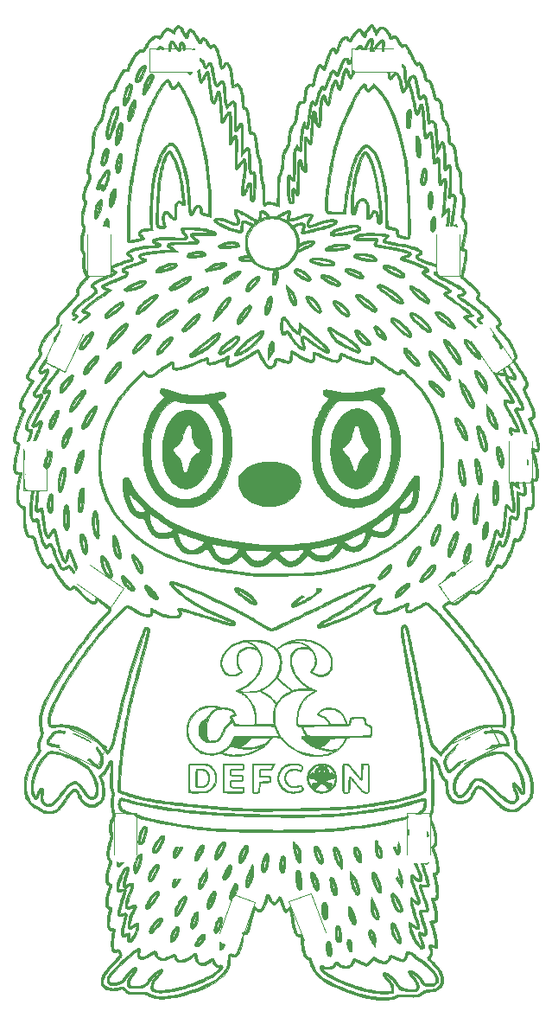
<source format=gbr>
%TF.GenerationSoftware,KiCad,Pcbnew,9.0.3*%
%TF.CreationDate,2025-07-31T13:15:59-07:00*%
%TF.ProjectId,dc-labubu-protype-ver-2.0,64632d6c-6162-4756-9275-2d70726f7479,rev?*%
%TF.SameCoordinates,Original*%
%TF.FileFunction,Legend,Top*%
%TF.FilePolarity,Positive*%
%FSLAX46Y46*%
G04 Gerber Fmt 4.6, Leading zero omitted, Abs format (unit mm)*
G04 Created by KiCad (PCBNEW 9.0.3) date 2025-07-31 13:15:59*
%MOMM*%
%LPD*%
G01*
G04 APERTURE LIST*
%ADD10C,0.010000*%
%ADD11C,0.120000*%
G04 APERTURE END LIST*
D10*
%TO.C,Ref\u002A\u002A*%
X158114032Y-35908002D02*
X158179961Y-35958430D01*
X158249795Y-36042449D01*
X158323516Y-36160035D01*
X158401108Y-36311165D01*
X158459295Y-36440585D01*
X158495181Y-36524316D01*
X158569634Y-36413333D01*
X158656178Y-36298810D01*
X158743318Y-36215057D01*
X158835674Y-36159217D01*
X158937868Y-36128434D01*
X159044502Y-36119787D01*
X159150549Y-36127508D01*
X159245292Y-36152933D01*
X159335830Y-36199454D01*
X159429260Y-36270464D01*
X159502140Y-36338494D01*
X159591280Y-36435610D01*
X159677363Y-36545571D01*
X159756641Y-36662115D01*
X159825362Y-36778982D01*
X159879776Y-36889912D01*
X159916133Y-36988644D01*
X159929380Y-37051673D01*
X159936000Y-37096871D01*
X159942905Y-37123914D01*
X159945554Y-37127320D01*
X159961798Y-37117483D01*
X159995466Y-37092171D01*
X160024329Y-37069038D01*
X160111643Y-37008855D01*
X160193060Y-36979228D01*
X160275185Y-36979238D01*
X160364621Y-37007967D01*
X160387001Y-37018581D01*
X160478736Y-37080125D01*
X160574297Y-37175242D01*
X160673699Y-37303953D01*
X160776956Y-37466274D01*
X160856852Y-37609921D01*
X160897508Y-37685328D01*
X160938674Y-37759273D01*
X160973870Y-37820205D01*
X160986706Y-37841383D01*
X161035940Y-37920446D01*
X161129907Y-37871017D01*
X161204150Y-37837006D01*
X161264385Y-37824215D01*
X161322496Y-37832035D01*
X161386330Y-37857888D01*
X161424696Y-37879326D01*
X161462293Y-37907226D01*
X161500656Y-37943983D01*
X161541318Y-37991994D01*
X161585814Y-38053655D01*
X161635676Y-38131361D01*
X161692440Y-38227509D01*
X161757639Y-38344495D01*
X161832806Y-38484714D01*
X161919475Y-38650563D01*
X162019181Y-38844437D01*
X162024338Y-38854520D01*
X162092994Y-38987953D01*
X162159915Y-39116401D01*
X162222832Y-39235626D01*
X162279475Y-39341390D01*
X162327576Y-39429455D01*
X162364865Y-39495582D01*
X162388358Y-39534450D01*
X162462369Y-39647113D01*
X162507669Y-39613620D01*
X162582813Y-39577454D01*
X162664560Y-39571325D01*
X162747040Y-39593788D01*
X162824383Y-39643395D01*
X162881747Y-39705880D01*
X162951460Y-39816217D01*
X163024008Y-39959979D01*
X163099271Y-40136855D01*
X163177131Y-40346532D01*
X163257471Y-40588699D01*
X163340171Y-40863044D01*
X163397713Y-41067884D01*
X163423365Y-41160917D01*
X163442375Y-41225946D01*
X163456958Y-41267655D01*
X163469327Y-41290727D01*
X163481696Y-41299848D01*
X163496278Y-41299700D01*
X163506157Y-41297336D01*
X163584999Y-41285730D01*
X163658713Y-41294612D01*
X163728032Y-41325280D01*
X163793687Y-41379033D01*
X163856409Y-41457169D01*
X163916931Y-41560986D01*
X163975983Y-41691783D01*
X164034298Y-41850856D01*
X164092606Y-42039505D01*
X164151640Y-42259027D01*
X164212131Y-42510722D01*
X164227065Y-42576584D01*
X164252502Y-42687116D01*
X164277841Y-42792154D01*
X164301397Y-42885092D01*
X164321489Y-42959325D01*
X164336434Y-43008249D01*
X164338452Y-43013871D01*
X164358417Y-43064106D01*
X164374913Y-43089405D01*
X164395827Y-43096740D01*
X164428240Y-43093213D01*
X164512582Y-43096046D01*
X164598314Y-43129166D01*
X164680792Y-43189535D01*
X164755373Y-43274115D01*
X164792153Y-43331262D01*
X164853000Y-43456715D01*
X164906654Y-43608407D01*
X164953481Y-43787882D01*
X164993846Y-43996685D01*
X165028115Y-44236360D01*
X165047253Y-44409026D01*
X165065942Y-44587807D01*
X165083717Y-44736692D01*
X165101667Y-44859591D01*
X165120876Y-44960417D01*
X165142432Y-45043079D01*
X165167421Y-45111489D01*
X165196930Y-45169559D01*
X165232045Y-45221198D01*
X165273852Y-45270320D01*
X165291767Y-45289187D01*
X165370344Y-45377352D01*
X165432006Y-45465584D01*
X165484665Y-45566377D01*
X165519523Y-45648861D01*
X165567211Y-45783650D01*
X165607057Y-45928595D01*
X165639694Y-46087798D01*
X165665755Y-46265363D01*
X165685872Y-46465392D01*
X165700680Y-46691989D01*
X165708359Y-46872454D01*
X165714161Y-47024885D01*
X165720128Y-47147186D01*
X165726699Y-47243093D01*
X165734312Y-47316339D01*
X165743407Y-47370662D01*
X165754423Y-47409796D01*
X165767799Y-47437476D01*
X165776094Y-47448900D01*
X165802258Y-47466978D01*
X165848567Y-47488351D01*
X165881650Y-47500498D01*
X165962709Y-47541156D01*
X166044030Y-47605698D01*
X166116304Y-47685523D01*
X166165764Y-47763014D01*
X166206517Y-47851059D01*
X166242873Y-47948146D01*
X166275467Y-48057530D01*
X166304938Y-48182463D01*
X166331921Y-48326201D01*
X166357054Y-48491996D01*
X166380973Y-48683103D01*
X166404315Y-48902775D01*
X166418970Y-49056854D01*
X166438671Y-49256866D01*
X166458665Y-49426484D01*
X166479767Y-49569176D01*
X166502795Y-49688410D01*
X166528563Y-49787653D01*
X166557887Y-49870375D01*
X166591585Y-49940044D01*
X166630471Y-50000127D01*
X166645489Y-50019572D01*
X166686905Y-50072419D01*
X166722500Y-50122485D01*
X166752781Y-50172785D01*
X166778255Y-50226334D01*
X166799430Y-50286148D01*
X166816811Y-50355241D01*
X166830906Y-50436627D01*
X166842220Y-50533323D01*
X166851262Y-50648342D01*
X166858538Y-50784700D01*
X166864554Y-50945412D01*
X166869818Y-51133491D01*
X166874835Y-51351955D01*
X166875623Y-51388684D01*
X166880204Y-51590598D01*
X166884878Y-51761659D01*
X166889993Y-51904883D01*
X166895897Y-52023283D01*
X166902938Y-52119873D01*
X166911466Y-52197667D01*
X166921829Y-52259679D01*
X166934374Y-52308923D01*
X166949451Y-52348413D01*
X166967408Y-52381162D01*
X166988593Y-52410186D01*
X166994549Y-52417348D01*
X167047668Y-52487230D01*
X167089442Y-52560813D01*
X167121274Y-52643418D01*
X167144564Y-52740369D01*
X167160716Y-52856987D01*
X167171130Y-52998594D01*
X167175405Y-53103921D01*
X167177712Y-53240653D01*
X167175498Y-53375139D01*
X167168251Y-53512996D01*
X167155456Y-53659843D01*
X167136599Y-53821299D01*
X167111167Y-54002981D01*
X167078646Y-54210510D01*
X167068659Y-54271246D01*
X167045739Y-54411838D01*
X167029173Y-54523911D01*
X167019426Y-54612300D01*
X167016967Y-54681838D01*
X167022259Y-54737357D01*
X167035771Y-54783692D01*
X167057969Y-54825675D01*
X167089318Y-54868139D01*
X167130285Y-54915919D01*
X167130928Y-54916647D01*
X167208125Y-55011643D01*
X167268033Y-55104802D01*
X167312509Y-55202207D01*
X167343407Y-55309939D01*
X167362583Y-55434080D01*
X167371894Y-55580713D01*
X167373511Y-55711654D01*
X167370522Y-55851209D01*
X167362046Y-55994275D01*
X167347500Y-56144418D01*
X167326302Y-56305205D01*
X167297868Y-56480199D01*
X167261614Y-56672968D01*
X167216959Y-56887078D01*
X167163320Y-57126093D01*
X167100112Y-57393579D01*
X167095131Y-57414217D01*
X167067731Y-57528067D01*
X167043179Y-57630956D01*
X167022543Y-57718332D01*
X167006894Y-57785642D01*
X166997300Y-57828335D01*
X166994702Y-57841783D01*
X167009767Y-57849160D01*
X167047536Y-57853355D01*
X167064704Y-57853720D01*
X167174405Y-57866213D01*
X167261322Y-57903591D01*
X167325235Y-57965705D01*
X167365927Y-58052407D01*
X167368138Y-58060273D01*
X167375588Y-58105092D01*
X167381596Y-58173952D01*
X167385498Y-58257036D01*
X167386664Y-58334669D01*
X167383544Y-58451755D01*
X167374144Y-58582749D01*
X167358082Y-58730001D01*
X167334976Y-58895860D01*
X167304444Y-59082673D01*
X167266103Y-59292791D01*
X167219571Y-59528561D01*
X167164465Y-59792332D01*
X167104444Y-60068192D01*
X167076859Y-60193683D01*
X167051833Y-60308870D01*
X167030270Y-60409490D01*
X167013071Y-60491285D01*
X167001139Y-60549992D01*
X166995377Y-60581351D01*
X166994983Y-60585022D01*
X167008193Y-60602396D01*
X167043815Y-60634019D01*
X167096199Y-60675181D01*
X167151104Y-60715152D01*
X167302795Y-60826868D01*
X167462476Y-60953310D01*
X167626223Y-61090746D01*
X167790110Y-61235446D01*
X167950212Y-61383677D01*
X168102606Y-61531707D01*
X168243367Y-61675805D01*
X168368570Y-61812238D01*
X168474290Y-61937276D01*
X168556602Y-62047186D01*
X168564936Y-62059505D01*
X168622318Y-62165035D01*
X168649249Y-62266979D01*
X168645550Y-62369495D01*
X168611042Y-62476740D01*
X168545547Y-62592872D01*
X168541793Y-62598485D01*
X168512206Y-62647348D01*
X168494147Y-62686916D01*
X168491284Y-62705968D01*
X168506482Y-62722602D01*
X168544026Y-62756514D01*
X168599635Y-62804048D01*
X168669033Y-62861551D01*
X168747941Y-62925367D01*
X168750255Y-62927217D01*
X168905182Y-63052361D01*
X169045963Y-63169298D01*
X169178255Y-63283140D01*
X169307712Y-63399001D01*
X169439991Y-63521996D01*
X169580749Y-63657238D01*
X169735641Y-63809841D01*
X169823146Y-63897250D01*
X170003064Y-64079612D01*
X170158781Y-64242067D01*
X170291805Y-64386756D01*
X170403643Y-64515818D01*
X170495804Y-64631393D01*
X170569795Y-64735620D01*
X170627125Y-64830639D01*
X170669301Y-64918589D01*
X170697831Y-65001610D01*
X170714223Y-65081841D01*
X170719985Y-65161422D01*
X170720035Y-65169829D01*
X170707867Y-65272968D01*
X170669744Y-65357969D01*
X170603237Y-65428537D01*
X170513673Y-65484515D01*
X170451244Y-65516054D01*
X170552801Y-65643054D01*
X170595436Y-65694709D01*
X170655651Y-65765374D01*
X170728215Y-65849029D01*
X170807897Y-65939651D01*
X170889465Y-66031220D01*
X170907153Y-66050904D01*
X171077840Y-66243306D01*
X171227067Y-66417872D01*
X171358545Y-66579421D01*
X171475984Y-66732774D01*
X171583095Y-66882750D01*
X171683589Y-67034171D01*
X171765323Y-67165538D01*
X171865386Y-67341235D01*
X171963081Y-67532368D01*
X172054791Y-67730662D01*
X172136896Y-67927844D01*
X172205780Y-68115641D01*
X172257823Y-68285778D01*
X172261781Y-68300806D01*
X172284633Y-68404762D01*
X172291014Y-68486332D01*
X172279291Y-68553572D01*
X172247835Y-68614537D01*
X172195014Y-68677282D01*
X172183101Y-68689397D01*
X172139318Y-68735491D01*
X172107006Y-68773901D01*
X172092152Y-68797413D01*
X172091794Y-68799464D01*
X172102579Y-68832491D01*
X172134219Y-68890880D01*
X172186161Y-68973755D01*
X172257847Y-69080240D01*
X172348725Y-69209458D01*
X172372211Y-69242202D01*
X172556372Y-69502211D01*
X172718336Y-69739802D01*
X172859321Y-69957024D01*
X172980546Y-70155927D01*
X173083227Y-70338561D01*
X173168584Y-70506977D01*
X173237832Y-70663224D01*
X173276993Y-70765387D01*
X173314630Y-70893707D01*
X173337395Y-71022283D01*
X173344666Y-71143170D01*
X173335821Y-71248424D01*
X173319528Y-71309018D01*
X173263144Y-71412366D01*
X173182052Y-71499998D01*
X173130934Y-71537153D01*
X173093297Y-71564034D01*
X173079536Y-71588715D01*
X173082850Y-71623321D01*
X173092791Y-71660399D01*
X173108834Y-71706879D01*
X173132273Y-71765635D01*
X173164402Y-71839546D01*
X173206515Y-71931487D01*
X173259908Y-72044334D01*
X173325874Y-72180963D01*
X173405708Y-72344252D01*
X173424515Y-72382521D01*
X173548690Y-72637988D01*
X173656592Y-72866757D01*
X173749125Y-73071319D01*
X173827190Y-73254164D01*
X173891692Y-73417782D01*
X173943533Y-73564664D01*
X173983615Y-73697301D01*
X174012841Y-73818183D01*
X174032114Y-73929800D01*
X174042337Y-74034643D01*
X174044468Y-74092787D01*
X174042243Y-74203293D01*
X174030297Y-74289081D01*
X174006235Y-74358499D01*
X173967666Y-74419893D01*
X173941909Y-74450504D01*
X173874878Y-74504394D01*
X173789233Y-74544799D01*
X173699437Y-74565484D01*
X173671828Y-74566921D01*
X173641478Y-74570904D01*
X173632568Y-74577760D01*
X173640060Y-74595702D01*
X173660754Y-74638242D01*
X173691977Y-74700062D01*
X173731057Y-74775844D01*
X173758071Y-74827526D01*
X173880510Y-75074941D01*
X173996178Y-75336708D01*
X174103533Y-75607797D01*
X174201031Y-75883175D01*
X174287130Y-76157809D01*
X174360285Y-76426667D01*
X174418953Y-76684716D01*
X174461591Y-76926925D01*
X174486656Y-77148262D01*
X174490860Y-77216987D01*
X174493799Y-77337789D01*
X174489232Y-77431557D01*
X174476009Y-77504522D01*
X174452983Y-77562915D01*
X174419004Y-77612967D01*
X174417506Y-77614759D01*
X174343491Y-77679798D01*
X174257855Y-77713159D01*
X174161096Y-77714791D01*
X174053714Y-77684639D01*
X173999386Y-77659301D01*
X173889610Y-77602082D01*
X173915275Y-77688934D01*
X173930684Y-77737318D01*
X173954803Y-77808636D01*
X173984586Y-77894062D01*
X174016989Y-77984769D01*
X174024105Y-78004387D01*
X174106010Y-78245938D01*
X174178268Y-78492261D01*
X174240437Y-78739829D01*
X174292076Y-78985119D01*
X174332745Y-79224605D01*
X174362002Y-79454762D01*
X174379406Y-79672065D01*
X174384516Y-79872989D01*
X174376891Y-80054010D01*
X174356089Y-80211602D01*
X174321671Y-80342240D01*
X174317927Y-80352457D01*
X174264359Y-80469216D01*
X174202630Y-80554069D01*
X174130822Y-80608394D01*
X174047018Y-80633572D01*
X173949302Y-80630981D01*
X173934336Y-80628469D01*
X173888826Y-80621490D01*
X173859910Y-80619623D01*
X173855531Y-80620639D01*
X173855959Y-80638643D01*
X173862102Y-80681505D01*
X173872721Y-80740935D01*
X173876218Y-80758869D01*
X173897883Y-80884975D01*
X173918005Y-81034727D01*
X173936356Y-81203288D01*
X173952710Y-81385824D01*
X173966837Y-81577500D01*
X173978511Y-81773480D01*
X173987504Y-81968929D01*
X173993587Y-82159013D01*
X173996534Y-82338895D01*
X173996116Y-82503740D01*
X173992105Y-82648714D01*
X173984275Y-82768981D01*
X173974588Y-82847321D01*
X173941976Y-83001559D01*
X173899844Y-83125738D01*
X173846674Y-83222704D01*
X173780953Y-83295304D01*
X173711760Y-83341180D01*
X173673671Y-83358318D01*
X173636213Y-83367897D01*
X173589380Y-83371049D01*
X173523164Y-83368906D01*
X173486492Y-83366654D01*
X173413411Y-83362245D01*
X173367271Y-83361464D01*
X173341232Y-83365472D01*
X173328459Y-83375429D01*
X173322115Y-83392499D01*
X173321563Y-83394675D01*
X173312254Y-83445445D01*
X173301969Y-83525630D01*
X173291130Y-83630808D01*
X173280156Y-83756556D01*
X173269466Y-83898451D01*
X173260144Y-84041120D01*
X173233370Y-84388351D01*
X173196684Y-84715181D01*
X173150485Y-85020086D01*
X173095173Y-85301543D01*
X173031147Y-85558027D01*
X172958806Y-85788013D01*
X172878550Y-85989976D01*
X172790777Y-86162393D01*
X172695888Y-86303739D01*
X172654614Y-86352803D01*
X172558142Y-86441596D01*
X172459256Y-86498232D01*
X172359425Y-86522286D01*
X172260117Y-86513334D01*
X172190920Y-86486806D01*
X172149059Y-86467021D01*
X172121977Y-86457181D01*
X172117253Y-86457173D01*
X172106375Y-86480505D01*
X172089123Y-86531268D01*
X172067132Y-86603985D01*
X172042034Y-86693179D01*
X172015463Y-86793374D01*
X172006422Y-86828818D01*
X171963018Y-86993151D01*
X171918080Y-87146334D01*
X171868203Y-87298783D01*
X171809983Y-87460916D01*
X171741466Y-87639454D01*
X171649244Y-87863184D01*
X171552066Y-88078587D01*
X171451985Y-88281948D01*
X171351056Y-88469549D01*
X171251332Y-88637675D01*
X171154868Y-88782608D01*
X171063718Y-88900633D01*
X171014348Y-88955036D01*
X170934382Y-89031862D01*
X170867361Y-89084020D01*
X170807434Y-89115013D01*
X170748752Y-89128347D01*
X170723155Y-89129524D01*
X170669066Y-89126124D01*
X170622421Y-89112835D01*
X170573145Y-89085186D01*
X170511160Y-89038704D01*
X170502092Y-89031408D01*
X170428083Y-88971572D01*
X170396780Y-89012480D01*
X170379850Y-89039519D01*
X170350474Y-89091640D01*
X170311440Y-89163677D01*
X170265535Y-89250465D01*
X170215547Y-89346838D01*
X170201054Y-89375120D01*
X170085379Y-89596484D01*
X169975988Y-89794393D01*
X169867675Y-89977251D01*
X169755235Y-90153462D01*
X169633460Y-90331429D01*
X169497144Y-90519555D01*
X169466696Y-90560454D01*
X169259919Y-90824623D01*
X169058285Y-91057058D01*
X168862200Y-91257328D01*
X168672075Y-91425002D01*
X168586435Y-91491285D01*
X168470868Y-91569646D01*
X168369521Y-91621514D01*
X168276934Y-91647957D01*
X168187650Y-91650045D01*
X168096208Y-91628847D01*
X168027927Y-91600695D01*
X167954788Y-91569978D01*
X167900781Y-91557236D01*
X167865558Y-91558630D01*
X167827339Y-91571588D01*
X167775116Y-91599373D01*
X167707149Y-91643247D01*
X167621701Y-91704471D01*
X167517033Y-91784308D01*
X167391406Y-91884018D01*
X167243082Y-92004863D01*
X167187659Y-92050587D01*
X167027071Y-92182766D01*
X166889225Y-92294674D01*
X166771389Y-92388361D01*
X166670834Y-92465873D01*
X166584828Y-92529260D01*
X166510640Y-92580570D01*
X166445539Y-92621850D01*
X166386794Y-92655149D01*
X166369753Y-92664015D01*
X166302838Y-92696529D01*
X166250888Y-92715674D01*
X166199494Y-92724934D01*
X166134243Y-92727790D01*
X166105238Y-92727920D01*
X166036168Y-92726819D01*
X165984589Y-92721361D01*
X165938086Y-92708318D01*
X165884245Y-92684459D01*
X165828573Y-92655954D01*
X165761659Y-92623630D01*
X165700552Y-92598826D01*
X165655066Y-92585352D01*
X165643192Y-92583987D01*
X165598756Y-92594545D01*
X165534604Y-92623999D01*
X165456570Y-92669014D01*
X165370492Y-92726260D01*
X165292639Y-92784172D01*
X165199197Y-92857356D01*
X165236380Y-92911172D01*
X165277557Y-92966440D01*
X165339306Y-93043292D01*
X165419004Y-93138637D01*
X165514027Y-93249381D01*
X165621754Y-93372432D01*
X165739561Y-93504696D01*
X165741635Y-93507005D01*
X165990860Y-93788375D01*
X166246956Y-94085324D01*
X166513582Y-94402148D01*
X166794396Y-94743147D01*
X166808069Y-94759920D01*
X166898110Y-94870108D01*
X166986858Y-94978136D01*
X167070579Y-95079499D01*
X167145538Y-95169696D01*
X167208001Y-95244223D01*
X167254234Y-95298577D01*
X167266288Y-95312456D01*
X167328848Y-95386617D01*
X167408912Y-95486075D01*
X167504650Y-95608322D01*
X167614227Y-95750852D01*
X167735812Y-95911158D01*
X167867570Y-96086734D01*
X168007671Y-96275072D01*
X168154281Y-96473666D01*
X168305568Y-96680009D01*
X168459698Y-96891594D01*
X168614840Y-97105915D01*
X168769160Y-97320466D01*
X168920826Y-97532739D01*
X169068005Y-97740227D01*
X169208865Y-97940424D01*
X169341572Y-98130824D01*
X169464295Y-98308919D01*
X169561168Y-98451387D01*
X169737664Y-98717294D01*
X169916048Y-98994485D01*
X170094870Y-99280301D01*
X170272678Y-99572084D01*
X170448020Y-99867174D01*
X170619445Y-100162912D01*
X170785502Y-100456639D01*
X170944739Y-100745697D01*
X171095704Y-101027425D01*
X171236947Y-101299166D01*
X171367015Y-101558259D01*
X171484457Y-101802047D01*
X171587821Y-102027869D01*
X171675657Y-102233067D01*
X171746512Y-102414982D01*
X171784197Y-102523854D01*
X171858742Y-102790624D01*
X171917944Y-103081587D01*
X171960901Y-103390302D01*
X171986707Y-103710328D01*
X171994507Y-104022454D01*
X171993488Y-104158384D01*
X171990464Y-104268992D01*
X171984321Y-104362813D01*
X171973942Y-104448378D01*
X171958214Y-104534222D01*
X171936021Y-104628878D01*
X171906248Y-104740880D01*
X171895629Y-104779291D01*
X171881210Y-104842159D01*
X171875736Y-104901590D01*
X171880486Y-104963148D01*
X171896739Y-105032397D01*
X171925773Y-105114901D01*
X171968867Y-105216224D01*
X172022713Y-105332282D01*
X172091543Y-105484949D01*
X172146423Y-105626293D01*
X172188740Y-105763186D01*
X172219878Y-105902499D01*
X172241222Y-106051105D01*
X172254158Y-106215875D01*
X172260070Y-106403682D01*
X172260830Y-106513576D01*
X172261717Y-106658237D01*
X172265752Y-106777435D01*
X172275212Y-106877229D01*
X172292373Y-106963680D01*
X172319512Y-107042847D01*
X172358904Y-107120788D01*
X172412827Y-107203565D01*
X172483557Y-107297236D01*
X172573371Y-107407861D01*
X172616191Y-107459466D01*
X172748090Y-107621383D01*
X172861206Y-107768388D01*
X172961399Y-107908803D01*
X173054531Y-108050945D01*
X173146462Y-108203135D01*
X173175345Y-108253149D01*
X173327486Y-108541924D01*
X173467723Y-108853435D01*
X173592130Y-109177505D01*
X173696782Y-109503957D01*
X173773921Y-109805187D01*
X173810464Y-109978274D01*
X173837648Y-110129903D01*
X173856641Y-110270806D01*
X173868608Y-110411713D01*
X173874718Y-110563357D01*
X173876136Y-110736469D01*
X173876108Y-110744987D01*
X173875353Y-110867289D01*
X173873726Y-110962325D01*
X173870655Y-111036693D01*
X173865569Y-111096993D01*
X173857895Y-111149825D01*
X173847062Y-111201786D01*
X173832498Y-111259477D01*
X173831047Y-111264939D01*
X173766923Y-111458104D01*
X173678632Y-111653566D01*
X173571635Y-111841281D01*
X173451391Y-112011208D01*
X173379228Y-112096028D01*
X173279702Y-112190409D01*
X173176838Y-112257421D01*
X173062015Y-112302884D01*
X173009194Y-112321711D01*
X172957797Y-112347870D01*
X172902835Y-112385051D01*
X172839322Y-112436942D01*
X172762272Y-112507235D01*
X172684302Y-112582357D01*
X172523982Y-112726455D01*
X172371154Y-112837735D01*
X172225591Y-112916355D01*
X172163484Y-112940746D01*
X172113134Y-112956769D01*
X172065715Y-112967737D01*
X172013076Y-112974511D01*
X171947065Y-112977954D01*
X171859531Y-112978924D01*
X171803768Y-112978744D01*
X171696431Y-112977187D01*
X171612665Y-112973188D01*
X171542198Y-112965597D01*
X171474758Y-112953261D01*
X171400074Y-112935031D01*
X171390111Y-112932386D01*
X171184754Y-112862649D01*
X170983693Y-112766154D01*
X170799418Y-112649001D01*
X170779302Y-112634053D01*
X170689261Y-112562061D01*
X170580600Y-112468632D01*
X170457323Y-112357525D01*
X170323437Y-112232503D01*
X170182947Y-112097327D01*
X170039859Y-111955756D01*
X169898181Y-111811553D01*
X169850724Y-111762259D01*
X169748748Y-111657197D01*
X169633900Y-111541270D01*
X169514791Y-111423017D01*
X169400035Y-111310977D01*
X169298244Y-111213689D01*
X169282436Y-111198845D01*
X169123729Y-111053235D01*
X168984922Y-110932495D01*
X168864212Y-110835494D01*
X168759796Y-110761105D01*
X168669870Y-110708198D01*
X168592631Y-110675643D01*
X168526276Y-110662312D01*
X168469002Y-110667076D01*
X168445611Y-110674863D01*
X168407084Y-110695750D01*
X168369409Y-110727504D01*
X168330251Y-110773570D01*
X168287275Y-110837391D01*
X168238145Y-110922411D01*
X168180524Y-111032076D01*
X168117580Y-111158567D01*
X168046171Y-111302896D01*
X167985639Y-111420748D01*
X167933126Y-111516603D01*
X167885777Y-111594939D01*
X167840735Y-111660238D01*
X167795143Y-111716977D01*
X167746145Y-111769639D01*
X167698764Y-111815399D01*
X167549290Y-111932272D01*
X167375623Y-112028067D01*
X167181578Y-112100744D01*
X167146454Y-112110758D01*
X167091292Y-112124835D01*
X167039953Y-112135069D01*
X166985473Y-112142030D01*
X166920891Y-112146289D01*
X166839243Y-112148419D01*
X166733567Y-112148989D01*
X166681435Y-112148904D01*
X166561701Y-112148052D01*
X166469014Y-112145890D01*
X166396564Y-112141858D01*
X166337541Y-112135396D01*
X166285134Y-112125944D01*
X166232532Y-112112944D01*
X166227691Y-112111618D01*
X166051266Y-112050441D01*
X165897646Y-111969214D01*
X165763952Y-111865330D01*
X165647306Y-111736182D01*
X165544832Y-111579161D01*
X165466938Y-111422321D01*
X165404234Y-111255083D01*
X165352544Y-111065812D01*
X165313987Y-110865151D01*
X165290681Y-110663744D01*
X165284435Y-110505303D01*
X165281766Y-110389614D01*
X165274326Y-110276625D01*
X165262963Y-110173388D01*
X165248525Y-110086956D01*
X165231863Y-110024382D01*
X165224460Y-110007018D01*
X165198885Y-109973161D01*
X165154936Y-109929151D01*
X165101948Y-109884301D01*
X165099936Y-109882747D01*
X164983744Y-109773912D01*
X164876110Y-109633253D01*
X164777564Y-109461847D01*
X164688638Y-109260772D01*
X164609863Y-109031107D01*
X164541770Y-108773928D01*
X164531819Y-108729921D01*
X164479546Y-108538134D01*
X164410923Y-108367777D01*
X164321683Y-108208642D01*
X164300369Y-108176351D01*
X164256892Y-108117166D01*
X164204997Y-108054148D01*
X164150077Y-107992959D01*
X164097520Y-107939256D01*
X164052718Y-107898701D01*
X164021060Y-107876953D01*
X164013160Y-107874787D01*
X164005991Y-107890783D01*
X164001821Y-107935310D01*
X164000506Y-108003179D01*
X164001902Y-108089202D01*
X164005863Y-108188191D01*
X164012246Y-108294955D01*
X164020906Y-108404306D01*
X164030602Y-108501321D01*
X164046179Y-108663694D01*
X164060389Y-108857525D01*
X164073156Y-109080427D01*
X164084405Y-109330016D01*
X164094059Y-109603907D01*
X164102042Y-109899714D01*
X164108278Y-110215053D01*
X164112692Y-110547538D01*
X164115208Y-110894784D01*
X164115803Y-111176787D01*
X164115291Y-111459388D01*
X164113759Y-111710500D01*
X164111124Y-111932489D01*
X164107302Y-112127720D01*
X164102208Y-112298558D01*
X164095760Y-112447369D01*
X164087872Y-112576518D01*
X164078462Y-112688369D01*
X164067445Y-112785289D01*
X164056095Y-112861654D01*
X164040954Y-112947434D01*
X164026163Y-113016676D01*
X164008641Y-113079519D01*
X163985311Y-113146099D01*
X163953091Y-113226552D01*
X163924918Y-113293454D01*
X163882198Y-113405163D01*
X163860035Y-113491216D01*
X163856482Y-113530521D01*
X163857103Y-113555538D01*
X163859955Y-113580731D01*
X163866484Y-113610172D01*
X163878136Y-113647935D01*
X163896354Y-113698094D01*
X163922585Y-113764722D01*
X163958273Y-113851893D01*
X164004864Y-113963680D01*
X164039268Y-114045728D01*
X164143752Y-114316162D01*
X164238023Y-114602825D01*
X164318421Y-114893257D01*
X164381282Y-115174998D01*
X164397940Y-115266187D01*
X164411734Y-115368294D01*
X164421593Y-115485974D01*
X164427500Y-115612001D01*
X164429434Y-115739147D01*
X164427378Y-115860185D01*
X164421312Y-115967890D01*
X164411217Y-116055033D01*
X164400117Y-116105451D01*
X164356547Y-116213654D01*
X164297056Y-116299647D01*
X164214311Y-116373980D01*
X164212503Y-116375321D01*
X164186818Y-116393621D01*
X164166821Y-116409100D01*
X164152978Y-116425559D01*
X164145753Y-116446797D01*
X164145612Y-116476616D01*
X164153020Y-116518815D01*
X164168443Y-116577195D01*
X164192345Y-116655556D01*
X164225193Y-116757698D01*
X164267450Y-116887422D01*
X164279879Y-116925654D01*
X164387608Y-117274416D01*
X164475641Y-117596469D01*
X164543947Y-117891661D01*
X164592494Y-118159843D01*
X164621250Y-118400863D01*
X164630117Y-118585121D01*
X164629529Y-118704622D01*
X164623940Y-118797072D01*
X164611403Y-118869145D01*
X164589971Y-118927520D01*
X164557696Y-118978873D01*
X164512632Y-119029879D01*
X164495419Y-119046997D01*
X164439425Y-119096010D01*
X164387688Y-119131530D01*
X164352652Y-119146550D01*
X164313903Y-119157914D01*
X164293004Y-119170666D01*
X164294562Y-119192326D01*
X164306984Y-119235516D01*
X164326788Y-119288861D01*
X164365034Y-119398256D01*
X164401730Y-119532122D01*
X164436367Y-119685833D01*
X164468440Y-119854763D01*
X164497442Y-120034288D01*
X164522866Y-120219780D01*
X164544206Y-120406615D01*
X164560954Y-120590167D01*
X164572604Y-120765809D01*
X164578649Y-120928916D01*
X164578583Y-121074863D01*
X164571899Y-121199023D01*
X164558090Y-121296771D01*
X164550197Y-121328321D01*
X164503324Y-121446936D01*
X164442151Y-121534936D01*
X164366451Y-121592507D01*
X164275998Y-121619836D01*
X164197282Y-121620499D01*
X164148234Y-121617220D01*
X164125756Y-121621027D01*
X164122958Y-121633754D01*
X164124993Y-121639754D01*
X164220157Y-121891559D01*
X164297950Y-122122324D01*
X164359942Y-122339082D01*
X164407706Y-122548867D01*
X164442810Y-122758714D01*
X164466827Y-122975656D01*
X164481326Y-123206727D01*
X164482730Y-123241787D01*
X164486370Y-123354650D01*
X164487452Y-123440317D01*
X164485681Y-123505387D01*
X164480763Y-123556454D01*
X164472403Y-123600114D01*
X164465596Y-123625555D01*
X164444543Y-123686344D01*
X164418059Y-123733214D01*
X164381108Y-123769171D01*
X164328654Y-123797222D01*
X164255659Y-123820373D01*
X164157086Y-123841632D01*
X164080953Y-123855174D01*
X164003538Y-123868321D01*
X164127174Y-124209820D01*
X164227630Y-124503300D01*
X164308871Y-124776669D01*
X164372707Y-125036363D01*
X164405122Y-125197587D01*
X164416857Y-125267928D01*
X164426233Y-125340541D01*
X164433630Y-125421081D01*
X164439425Y-125515197D01*
X164444000Y-125628543D01*
X164447731Y-125766771D01*
X164449690Y-125862221D01*
X164451777Y-125984397D01*
X164453256Y-126094745D01*
X164454100Y-126188960D01*
X164454285Y-126262744D01*
X164453787Y-126311794D01*
X164452581Y-126331809D01*
X164452385Y-126332055D01*
X164434518Y-126328910D01*
X164389308Y-126320280D01*
X164322624Y-126307303D01*
X164240337Y-126291119D01*
X164192235Y-126281597D01*
X164102041Y-126264011D01*
X164022357Y-126249053D01*
X163959677Y-126237896D01*
X163920495Y-126231717D01*
X163911814Y-126230862D01*
X163900550Y-126235307D01*
X163898489Y-126252825D01*
X163906471Y-126289088D01*
X163925336Y-126349769D01*
X163932722Y-126372024D01*
X163983535Y-126555543D01*
X164006655Y-126720206D01*
X164001972Y-126866807D01*
X163969377Y-126996138D01*
X163908763Y-127108991D01*
X163820019Y-127206159D01*
X163817918Y-127207981D01*
X163772903Y-127248716D01*
X163740279Y-127281808D01*
X163726642Y-127300529D01*
X163726568Y-127301169D01*
X163738002Y-127316296D01*
X163770437Y-127352554D01*
X163821073Y-127406981D01*
X163887109Y-127476615D01*
X163965745Y-127558493D01*
X164054180Y-127649655D01*
X164111802Y-127708619D01*
X164280858Y-127883943D01*
X164426194Y-128041186D01*
X164550322Y-128183689D01*
X164655751Y-128314794D01*
X164744994Y-128437842D01*
X164820560Y-128556172D01*
X164884962Y-128673126D01*
X164940710Y-128792046D01*
X164959174Y-128836054D01*
X165022098Y-129022501D01*
X165062503Y-129214278D01*
X165079668Y-129404147D01*
X165072872Y-129584871D01*
X165047784Y-129725628D01*
X165007462Y-129854732D01*
X164954614Y-129967427D01*
X164883652Y-130073133D01*
X164788989Y-130181276D01*
X164760330Y-130210431D01*
X164635336Y-130321593D01*
X164503246Y-130410615D01*
X164359067Y-130479497D01*
X164197803Y-130530240D01*
X164014458Y-130564843D01*
X163828168Y-130583722D01*
X163673255Y-130595817D01*
X163546110Y-130609585D01*
X163440637Y-130626732D01*
X163350738Y-130648963D01*
X163270315Y-130677985D01*
X163193271Y-130715502D01*
X163113508Y-130763219D01*
X163060271Y-130798501D01*
X162986515Y-130848708D01*
X162909931Y-130900894D01*
X162843635Y-130946118D01*
X162825246Y-130958677D01*
X162762687Y-130999955D01*
X162706451Y-131032236D01*
X162651117Y-131056619D01*
X162591267Y-131074201D01*
X162521479Y-131086083D01*
X162436333Y-131093362D01*
X162330410Y-131097138D01*
X162198288Y-131098509D01*
X162134835Y-131098632D01*
X161998749Y-131098035D01*
X161840076Y-131096242D01*
X161670066Y-131093448D01*
X161499970Y-131089849D01*
X161341039Y-131085642D01*
X161279702Y-131083720D01*
X161099900Y-131078847D01*
X160950719Y-131077368D01*
X160829057Y-131079522D01*
X160731817Y-131085545D01*
X160655899Y-131095674D01*
X160598203Y-131110146D01*
X160555630Y-131129198D01*
X160539300Y-131140317D01*
X160450882Y-131195608D01*
X160335206Y-131244143D01*
X160190429Y-131286520D01*
X160014711Y-131323336D01*
X159933502Y-131336930D01*
X159859739Y-131345569D01*
X159758379Y-131353225D01*
X159635681Y-131359781D01*
X159497905Y-131365121D01*
X159351309Y-131369127D01*
X159202153Y-131371681D01*
X159056695Y-131372668D01*
X158921194Y-131371969D01*
X158801910Y-131369468D01*
X158705101Y-131365047D01*
X158655035Y-131360856D01*
X158192333Y-131298448D01*
X157712499Y-131211461D01*
X157220126Y-131101297D01*
X156719806Y-130969357D01*
X156216132Y-130817044D01*
X155713696Y-130645758D01*
X155217092Y-130456901D01*
X154730911Y-130251876D01*
X154259747Y-130032084D01*
X154192730Y-129998963D01*
X153874719Y-129834658D01*
X153589017Y-129674317D01*
X153334414Y-129517071D01*
X153109700Y-129362051D01*
X152913663Y-129208390D01*
X152745093Y-129055219D01*
X152602779Y-128901669D01*
X152524752Y-128802570D01*
X152385642Y-128602984D01*
X152261934Y-128405073D01*
X152155426Y-128212496D01*
X152067916Y-128028911D01*
X152001203Y-127857978D01*
X151957085Y-127703355D01*
X151941753Y-127616375D01*
X151929139Y-127545563D01*
X151912206Y-127490853D01*
X151898089Y-127466051D01*
X151868513Y-127444594D01*
X151817383Y-127417676D01*
X151755200Y-127390765D01*
X151748505Y-127388181D01*
X151641785Y-127333624D01*
X151546152Y-127254929D01*
X151461101Y-127150931D01*
X151386126Y-127020467D01*
X151320724Y-126862374D01*
X151264387Y-126675490D01*
X151216611Y-126458649D01*
X151176891Y-126210691D01*
X151153693Y-126018761D01*
X151141200Y-125902000D01*
X151127203Y-125770919D01*
X151113398Y-125641426D01*
X151101485Y-125529430D01*
X151101310Y-125527787D01*
X151090825Y-125436809D01*
X151079727Y-125353549D01*
X151069189Y-125286021D01*
X151060383Y-125242241D01*
X151058631Y-125236071D01*
X151041129Y-125181421D01*
X150944346Y-125191537D01*
X150873676Y-125194589D01*
X150814074Y-125184191D01*
X150758530Y-125163351D01*
X150684148Y-125120748D01*
X150615496Y-125058486D01*
X150551930Y-124974917D01*
X150492808Y-124868391D01*
X150437484Y-124737260D01*
X150385317Y-124579875D01*
X150335661Y-124394588D01*
X150287873Y-124179749D01*
X150241311Y-123933710D01*
X150212914Y-123765633D01*
X150185809Y-123601052D01*
X150157698Y-123434546D01*
X150129476Y-123271119D01*
X150102039Y-123115770D01*
X150076282Y-122973504D01*
X150053098Y-122849322D01*
X150033384Y-122748227D01*
X150018034Y-122675221D01*
X150017135Y-122671242D01*
X149989428Y-122549425D01*
X149921312Y-122622449D01*
X149825494Y-122715528D01*
X149740459Y-122777238D01*
X149665142Y-122807936D01*
X149598481Y-122807979D01*
X149539409Y-122777725D01*
X149518222Y-122757817D01*
X149488734Y-122717184D01*
X149449502Y-122649649D01*
X149402688Y-122560015D01*
X149350453Y-122453087D01*
X149294960Y-122333666D01*
X149238370Y-122206557D01*
X149182844Y-122076564D01*
X149130544Y-121948488D01*
X149083631Y-121827135D01*
X149044267Y-121717307D01*
X149028553Y-121669670D01*
X149007852Y-121604619D01*
X148939604Y-121718576D01*
X148855288Y-121840640D01*
X148765431Y-121932718D01*
X148666129Y-121998653D01*
X148643706Y-122009539D01*
X148533076Y-122042882D01*
X148421819Y-122043864D01*
X148313706Y-122013706D01*
X148212508Y-121953628D01*
X148121994Y-121864849D01*
X148097521Y-121832847D01*
X148052270Y-121761390D01*
X148006252Y-121671218D01*
X147957232Y-121557541D01*
X147903578Y-121417221D01*
X147884356Y-121371316D01*
X147867478Y-121342196D01*
X147860634Y-121336787D01*
X147852143Y-121352319D01*
X147840138Y-121394166D01*
X147826479Y-121455205D01*
X147817576Y-121501887D01*
X147771807Y-121712104D01*
X147711339Y-121918203D01*
X147638558Y-122114568D01*
X147555848Y-122295583D01*
X147465591Y-122455631D01*
X147370173Y-122589095D01*
X147342345Y-122621505D01*
X147275666Y-122689023D01*
X147215676Y-122731770D01*
X147152595Y-122754566D01*
X147076639Y-122762230D01*
X147056457Y-122762360D01*
X146956314Y-122753062D01*
X146864288Y-122723954D01*
X146771226Y-122671367D01*
X146703009Y-122620586D01*
X146600514Y-122538328D01*
X146560187Y-122644524D01*
X146534846Y-122717007D01*
X146503073Y-122816967D01*
X146466386Y-122938960D01*
X146426303Y-123077545D01*
X146384344Y-123227277D01*
X146342027Y-123382714D01*
X146300869Y-123538413D01*
X146262391Y-123688931D01*
X146228109Y-123828824D01*
X146218773Y-123868321D01*
X146190598Y-123987244D01*
X146161990Y-124105391D01*
X146134825Y-124215202D01*
X146110980Y-124309113D01*
X146092331Y-124379565D01*
X146088523Y-124393254D01*
X146042859Y-124534127D01*
X145989584Y-124663529D01*
X145931321Y-124776744D01*
X145870697Y-124869059D01*
X145810335Y-124935759D01*
X145770680Y-124964132D01*
X145709433Y-124986678D01*
X145637699Y-124998643D01*
X145572779Y-124997615D01*
X145556003Y-124994072D01*
X145525198Y-124988381D01*
X145505811Y-124998738D01*
X145488241Y-125032113D01*
X145481753Y-125047997D01*
X145469837Y-125091813D01*
X145457663Y-125160719D01*
X145446552Y-125245973D01*
X145437845Y-125338564D01*
X145425934Y-125482320D01*
X145413240Y-125602230D01*
X145398161Y-125708304D01*
X145379096Y-125810554D01*
X145354442Y-125918991D01*
X145328871Y-126019787D01*
X145254690Y-126276191D01*
X145172589Y-126506812D01*
X145079788Y-126719339D01*
X145065071Y-126749529D01*
X144980277Y-126900839D01*
X144891393Y-127018914D01*
X144797515Y-127104235D01*
X144697741Y-127157285D01*
X144591165Y-127178544D01*
X144476885Y-127168495D01*
X144354835Y-127127987D01*
X144296662Y-127103361D01*
X144250091Y-127085311D01*
X144224146Y-127077309D01*
X144222738Y-127077187D01*
X144211805Y-127082884D01*
X144202651Y-127102327D01*
X144194814Y-127139043D01*
X144187834Y-127196559D01*
X144181250Y-127278402D01*
X144174601Y-127388100D01*
X144169650Y-127483587D01*
X144158063Y-127663753D01*
X144141578Y-127818016D01*
X144118521Y-127954186D01*
X144087219Y-128080071D01*
X144045998Y-128203482D01*
X143993183Y-128332229D01*
X143982730Y-128355654D01*
X143869108Y-128570051D01*
X143722851Y-128782562D01*
X143545181Y-128992006D01*
X143337321Y-129197199D01*
X143100496Y-129396958D01*
X142835928Y-129590101D01*
X142544840Y-129775445D01*
X142467261Y-129820888D01*
X142194499Y-129969681D01*
X141900383Y-130114760D01*
X141588108Y-130255260D01*
X141260872Y-130390315D01*
X140921872Y-130519059D01*
X140574305Y-130640626D01*
X140221367Y-130754150D01*
X139866255Y-130858764D01*
X139512167Y-130953604D01*
X139162299Y-131037803D01*
X138819848Y-131110495D01*
X138488012Y-131170814D01*
X138169986Y-131217894D01*
X137868968Y-131250870D01*
X137588154Y-131268874D01*
X137330742Y-131271042D01*
X137149702Y-131261306D01*
X136953208Y-131237320D01*
X136760130Y-131200363D01*
X136576012Y-131152195D01*
X136406403Y-131094576D01*
X136256849Y-131029266D01*
X136132898Y-130958026D01*
X136086028Y-130923768D01*
X136056496Y-130901710D01*
X136025864Y-130883310D01*
X135990935Y-130868265D01*
X135948509Y-130856272D01*
X135895389Y-130847029D01*
X135828375Y-130840233D01*
X135744269Y-130835582D01*
X135639872Y-130832772D01*
X135511986Y-130831502D01*
X135357412Y-130831468D01*
X135172952Y-130832369D01*
X135123285Y-130832694D01*
X134922626Y-130833538D01*
X134745914Y-130833219D01*
X134595005Y-130831768D01*
X134471755Y-130829217D01*
X134378019Y-130825595D01*
X134315653Y-130820934D01*
X134302018Y-130819133D01*
X134192036Y-130795545D01*
X134099590Y-130759920D01*
X134015173Y-130706971D01*
X133929277Y-130631415D01*
X133887976Y-130589023D01*
X133803851Y-130500241D01*
X133738978Y-130433367D01*
X133689873Y-130385210D01*
X133653054Y-130352577D01*
X133625038Y-130332274D01*
X133602342Y-130321110D01*
X133592437Y-130318090D01*
X133552176Y-130318256D01*
X133485785Y-130330929D01*
X133398201Y-130355130D01*
X133385511Y-130359073D01*
X133297369Y-130385173D01*
X133203680Y-130410328D01*
X133120221Y-130430379D01*
X133094169Y-130435855D01*
X132872212Y-130467156D01*
X132654336Y-130473532D01*
X132444298Y-130455819D01*
X132245851Y-130414854D01*
X132062752Y-130351471D01*
X131898755Y-130266507D01*
X131757616Y-130160798D01*
X131726509Y-130131392D01*
X131629706Y-130020626D01*
X131562908Y-129907264D01*
X131522641Y-129783602D01*
X131505430Y-129641936D01*
X131505393Y-129641100D01*
X131507639Y-129507949D01*
X131527605Y-129376547D01*
X131567154Y-129239517D01*
X131628147Y-129089481D01*
X131663492Y-129014934D01*
X131729192Y-128889292D01*
X131803089Y-128764005D01*
X131887353Y-128636353D01*
X131984155Y-128503616D01*
X132095666Y-128363073D01*
X132224058Y-128212004D01*
X132371500Y-128047690D01*
X132540163Y-127867410D01*
X132732219Y-127668444D01*
X132763969Y-127636015D01*
X132898734Y-127497839D01*
X133010895Y-127381001D01*
X133102252Y-127283357D01*
X133174603Y-127202762D01*
X133229751Y-127137074D01*
X133269494Y-127084149D01*
X133295634Y-127041843D01*
X133309969Y-127008014D01*
X133314302Y-126980728D01*
X133306908Y-126949452D01*
X133287599Y-126897907D01*
X133260681Y-126835552D01*
X133230460Y-126771846D01*
X133201245Y-126716249D01*
X133177341Y-126678220D01*
X133175489Y-126675847D01*
X133157638Y-126667563D01*
X133124045Y-126673764D01*
X133068202Y-126695730D01*
X133063267Y-126697902D01*
X132964213Y-126735329D01*
X132881941Y-126750618D01*
X132808226Y-126744472D01*
X132749961Y-126724626D01*
X132679507Y-126679875D01*
X132622101Y-126612565D01*
X132576899Y-126520582D01*
X132543058Y-126401812D01*
X132519735Y-126254143D01*
X132508403Y-126119239D01*
X132505330Y-126009935D01*
X132507061Y-125876674D01*
X132513047Y-125725875D01*
X132522740Y-125563961D01*
X132535592Y-125397356D01*
X132551052Y-125232479D01*
X132568573Y-125075755D01*
X132587606Y-124933604D01*
X132607601Y-124812449D01*
X132628011Y-124718712D01*
X132628095Y-124718394D01*
X132641810Y-124665033D01*
X132651169Y-124626369D01*
X132653902Y-124612561D01*
X132638693Y-124608132D01*
X132599949Y-124605374D01*
X132572309Y-124604921D01*
X132445605Y-124592370D01*
X132340807Y-124554213D01*
X132256812Y-124489693D01*
X132192515Y-124398054D01*
X132160389Y-124322510D01*
X132146123Y-124278668D01*
X132135774Y-124237913D01*
X132128772Y-124193765D01*
X132124543Y-124139743D01*
X132122513Y-124069365D01*
X132122111Y-123976151D01*
X132122492Y-123893721D01*
X132129436Y-123687032D01*
X132146921Y-123470543D01*
X132173723Y-123252363D01*
X132208618Y-123040604D01*
X132250380Y-122843375D01*
X132297785Y-122668788D01*
X132315739Y-122613788D01*
X132331990Y-122560623D01*
X132340529Y-122520424D01*
X132340207Y-122504495D01*
X132320507Y-122491827D01*
X132279163Y-122474161D01*
X132246777Y-122462613D01*
X132156588Y-122423993D01*
X132087935Y-122372862D01*
X132038127Y-122304819D01*
X132004472Y-122215465D01*
X131984278Y-122100400D01*
X131977843Y-122023044D01*
X131975762Y-121758720D01*
X131999395Y-121476221D01*
X132048159Y-121178709D01*
X132121470Y-120869349D01*
X132218742Y-120551302D01*
X132282694Y-120372624D01*
X132312443Y-120291843D01*
X132329405Y-120236758D01*
X132333085Y-120201505D01*
X132322984Y-120180221D01*
X132298605Y-120167044D01*
X132264435Y-120157368D01*
X132159927Y-120115555D01*
X132078703Y-120049210D01*
X132021271Y-119958865D01*
X131993685Y-119873755D01*
X131982453Y-119796814D01*
X131975920Y-119694148D01*
X131973932Y-119573552D01*
X131976337Y-119442818D01*
X131982984Y-119309740D01*
X131993719Y-119182110D01*
X132008391Y-119067723D01*
X132009588Y-119060246D01*
X132030691Y-118937253D01*
X132052484Y-118826619D01*
X132077034Y-118720366D01*
X132106403Y-118610520D01*
X132142656Y-118489103D01*
X132187857Y-118348140D01*
X132215366Y-118265117D01*
X132257354Y-118136433D01*
X132287654Y-118034715D01*
X132306748Y-117955326D01*
X132315115Y-117893625D01*
X132313237Y-117844975D01*
X132301593Y-117804735D01*
X132280664Y-117768269D01*
X132268497Y-117752046D01*
X132206777Y-117664969D01*
X132159858Y-117575569D01*
X132126154Y-117477755D01*
X132104079Y-117365437D01*
X132092045Y-117232524D01*
X132088466Y-117072925D01*
X132088489Y-117061121D01*
X132092536Y-116898047D01*
X132104378Y-116741733D01*
X132125207Y-116585735D01*
X132156218Y-116423611D01*
X132198604Y-116248916D01*
X132253559Y-116055207D01*
X132306227Y-115885804D01*
X132354431Y-115732347D01*
X132391436Y-115605505D01*
X132417714Y-115500100D01*
X132433739Y-115410954D01*
X132439983Y-115332891D01*
X132436917Y-115260732D01*
X132425014Y-115189300D01*
X132404747Y-115113418D01*
X132382837Y-115046054D01*
X132361063Y-114980956D01*
X132345571Y-114928268D01*
X132335283Y-114879836D01*
X132329121Y-114827510D01*
X132326011Y-114763136D01*
X132324873Y-114678561D01*
X132324678Y-114605787D01*
X132329928Y-114422326D01*
X132347417Y-114252000D01*
X132379020Y-114086529D01*
X132426616Y-113917632D01*
X132492081Y-113737028D01*
X132556331Y-113583668D01*
X132606222Y-113461385D01*
X132637755Y-113361263D01*
X132651759Y-113277555D01*
X132649060Y-113204514D01*
X132630488Y-113136392D01*
X132623256Y-113118991D01*
X132581384Y-112998193D01*
X132548249Y-112845063D01*
X132523901Y-112660002D01*
X132508389Y-112443413D01*
X132501764Y-112195697D01*
X132501502Y-112131059D01*
X132503999Y-111932384D01*
X132511753Y-111763398D01*
X132525153Y-111620276D01*
X132544591Y-111499192D01*
X132570457Y-111396319D01*
X132579350Y-111368956D01*
X132599637Y-111301874D01*
X132608981Y-111243342D01*
X132606347Y-111185364D01*
X132590700Y-111119945D01*
X132561007Y-111039090D01*
X132526038Y-110956999D01*
X132493772Y-110876678D01*
X132464030Y-110790711D01*
X132442521Y-110715794D01*
X132440212Y-110705892D01*
X132425536Y-110615087D01*
X132414701Y-110493460D01*
X132407744Y-110343839D01*
X132404703Y-110169055D01*
X132405615Y-109971938D01*
X132410519Y-109755317D01*
X132419453Y-109522022D01*
X132423329Y-109441121D01*
X132430781Y-109288690D01*
X132438216Y-109129122D01*
X132445286Y-108970422D01*
X132451644Y-108820596D01*
X132456943Y-108687651D01*
X132460833Y-108579591D01*
X132461177Y-108569054D01*
X132464640Y-108444237D01*
X132465296Y-108352360D01*
X132462215Y-108292548D01*
X132454464Y-108263928D01*
X132441113Y-108265624D01*
X132421228Y-108296763D01*
X132393879Y-108356469D01*
X132358133Y-108443867D01*
X132349891Y-108464602D01*
X132316817Y-108545917D01*
X132283279Y-108624808D01*
X132254014Y-108690301D01*
X132239337Y-108720859D01*
X132169472Y-108843632D01*
X132079051Y-108979271D01*
X131974089Y-109119645D01*
X131860602Y-109256622D01*
X131767796Y-109358211D01*
X131574574Y-109559654D01*
X131665887Y-109820259D01*
X131761124Y-110135571D01*
X131826995Y-110452393D01*
X131863141Y-110767160D01*
X131869205Y-111076303D01*
X131844825Y-111376255D01*
X131831396Y-111464654D01*
X131788914Y-111649751D01*
X131726665Y-111810734D01*
X131641532Y-111952979D01*
X131530400Y-112081862D01*
X131414683Y-112183728D01*
X131225888Y-112315646D01*
X131035729Y-112413973D01*
X130844415Y-112478648D01*
X130652152Y-112509613D01*
X130459149Y-112506807D01*
X130350373Y-112490373D01*
X130162044Y-112435656D01*
X129985712Y-112349527D01*
X129821877Y-112232425D01*
X129671041Y-112084795D01*
X129533705Y-111907078D01*
X129410370Y-111699716D01*
X129375070Y-111629508D01*
X129299461Y-111474449D01*
X129235574Y-111346747D01*
X129181464Y-111242772D01*
X129135186Y-111158892D01*
X129094797Y-111091480D01*
X129058352Y-111036903D01*
X129055569Y-111033010D01*
X129017409Y-110982578D01*
X128990142Y-110955539D01*
X128966759Y-110946538D01*
X128945502Y-110948874D01*
X128858220Y-110983952D01*
X128760851Y-111049072D01*
X128655050Y-111142511D01*
X128542475Y-111262547D01*
X128424780Y-111407457D01*
X128303622Y-111575517D01*
X128217297Y-111706545D01*
X128093378Y-111900224D01*
X127984438Y-112067743D01*
X127888260Y-112212119D01*
X127802626Y-112336367D01*
X127725319Y-112443505D01*
X127654122Y-112536547D01*
X127586816Y-112618511D01*
X127521184Y-112692412D01*
X127455010Y-112761266D01*
X127408095Y-112807198D01*
X127326526Y-112879164D01*
X127245344Y-112935610D01*
X127149102Y-112987031D01*
X127130450Y-112995879D01*
X127010669Y-113048087D01*
X126902016Y-113085634D01*
X126793382Y-113111109D01*
X126673655Y-113127101D01*
X126531725Y-113136201D01*
X126527683Y-113136367D01*
X126329005Y-113137003D01*
X126150963Y-113120210D01*
X125985924Y-113083736D01*
X125826250Y-113025326D01*
X125664307Y-112942729D01*
X125492459Y-112833689D01*
X125485302Y-112828768D01*
X125362496Y-112747666D01*
X125258730Y-112687455D01*
X125168760Y-112645422D01*
X125087341Y-112618853D01*
X125073265Y-112615520D01*
X125001417Y-112593918D01*
X124931327Y-112559934D01*
X124857529Y-112509855D01*
X124774553Y-112439970D01*
X124676934Y-112346568D01*
X124676662Y-112346297D01*
X124532878Y-112192430D01*
X124402634Y-112032105D01*
X124289585Y-111870683D01*
X124197383Y-111713525D01*
X124129679Y-111565991D01*
X124112838Y-111518815D01*
X124068622Y-111355156D01*
X124033342Y-111164642D01*
X124007245Y-110953150D01*
X123990579Y-110726556D01*
X123983591Y-110490738D01*
X123986527Y-110251574D01*
X123999635Y-110014941D01*
X124023162Y-109786716D01*
X124036157Y-109695121D01*
X124079864Y-109478879D01*
X124146171Y-109243700D01*
X124233024Y-108993863D01*
X124338369Y-108733652D01*
X124460155Y-108467348D01*
X124596327Y-108199234D01*
X124744832Y-107933591D01*
X124903618Y-107674702D01*
X125070631Y-107426848D01*
X125221547Y-107222854D01*
X125285533Y-107137643D01*
X125329018Y-107069750D01*
X125353827Y-107011025D01*
X125361783Y-106953317D01*
X125354709Y-106888476D01*
X125334428Y-106808352D01*
X125322904Y-106769797D01*
X125296244Y-106674628D01*
X125278409Y-106587871D01*
X125270053Y-106504555D01*
X125271832Y-106419708D01*
X125284403Y-106328360D01*
X125308422Y-106225540D01*
X125344544Y-106106276D01*
X125393425Y-105965599D01*
X125448559Y-105817387D01*
X125487278Y-105713911D01*
X125522967Y-105615964D01*
X125553382Y-105529904D01*
X125576282Y-105462087D01*
X125589422Y-105418872D01*
X125590103Y-105416189D01*
X125608041Y-105283055D01*
X125602160Y-105128675D01*
X125572592Y-104955746D01*
X125566125Y-104928387D01*
X125530571Y-104776417D01*
X125504172Y-104646174D01*
X125485358Y-104527264D01*
X125472558Y-104409292D01*
X125464203Y-104281861D01*
X125462383Y-104241547D01*
X125462510Y-103972290D01*
X125485603Y-103698414D01*
X125532350Y-103416463D01*
X125603438Y-103122982D01*
X125699551Y-102814515D01*
X125800328Y-102540787D01*
X125888783Y-102328957D01*
X125997493Y-102092742D01*
X126125290Y-101833985D01*
X126271006Y-101554530D01*
X126433472Y-101256222D01*
X126611520Y-100940904D01*
X126803981Y-100610420D01*
X127009686Y-100266613D01*
X127227468Y-99911329D01*
X127456159Y-99546410D01*
X127694588Y-99173700D01*
X127941589Y-98795044D01*
X128195993Y-98412285D01*
X128456631Y-98027267D01*
X128722334Y-97641833D01*
X128991935Y-97257829D01*
X129264266Y-96877097D01*
X129538156Y-96501482D01*
X129812439Y-96132827D01*
X130085946Y-95772976D01*
X130103218Y-95750520D01*
X130397812Y-95372366D01*
X130680308Y-95019325D01*
X130954630Y-94686678D01*
X131224706Y-94369704D01*
X131494460Y-94063682D01*
X131638213Y-93904787D01*
X131755591Y-93775293D01*
X131865971Y-93651786D01*
X131966981Y-93537032D01*
X132056250Y-93433795D01*
X132131408Y-93344840D01*
X132190084Y-93272931D01*
X132229906Y-93220833D01*
X132246501Y-93195458D01*
X132251191Y-93179526D01*
X132245883Y-93160850D01*
X132227132Y-93135224D01*
X132191496Y-93098443D01*
X132135529Y-93046301D01*
X132092705Y-93007641D01*
X131990207Y-92917797D01*
X131871342Y-92817147D01*
X131743273Y-92711477D01*
X131613161Y-92606576D01*
X131488168Y-92508231D01*
X131375455Y-92422231D01*
X131299605Y-92366683D01*
X131229662Y-92318425D01*
X131181961Y-92291014D01*
X131152346Y-92284081D01*
X131136660Y-92297259D01*
X131130745Y-92330180D01*
X131130161Y-92351698D01*
X131114026Y-92438649D01*
X131070455Y-92514377D01*
X131005198Y-92574419D01*
X130924003Y-92614317D01*
X130832621Y-92629607D01*
X130777344Y-92625464D01*
X130651343Y-92595369D01*
X130520745Y-92545815D01*
X130384037Y-92475642D01*
X130239705Y-92383689D01*
X130086236Y-92268795D01*
X129922118Y-92129800D01*
X129745837Y-91965544D01*
X129555880Y-91774867D01*
X129350734Y-91556607D01*
X129274419Y-91472770D01*
X129191912Y-91382593D01*
X129113551Y-91299076D01*
X129043152Y-91226123D01*
X128984529Y-91167634D01*
X128941498Y-91127511D01*
X128920959Y-91111317D01*
X128860060Y-91073680D01*
X128793322Y-91133973D01*
X128697157Y-91206372D01*
X128596833Y-91255868D01*
X128500120Y-91278899D01*
X128474557Y-91280121D01*
X128422646Y-91276355D01*
X128375163Y-91262092D01*
X128319863Y-91232885D01*
X128285988Y-91211632D01*
X128195977Y-91144954D01*
X128091009Y-91052399D01*
X127973852Y-90936949D01*
X127847273Y-90801587D01*
X127714042Y-90649293D01*
X127576925Y-90483048D01*
X127438691Y-90305835D01*
X127411090Y-90269254D01*
X127314833Y-90138114D01*
X127227926Y-90012940D01*
X127146134Y-89886870D01*
X127065222Y-89753046D01*
X126980954Y-89604607D01*
X126889095Y-89434693D01*
X126849611Y-89359814D01*
X126796308Y-89258813D01*
X126746394Y-89165474D01*
X126702617Y-89084839D01*
X126667724Y-89021948D01*
X126644464Y-88981842D01*
X126638591Y-88972666D01*
X126605985Y-88925811D01*
X126531004Y-89022372D01*
X126459990Y-89103702D01*
X126393201Y-89156238D01*
X126327142Y-89179815D01*
X126258317Y-89174271D01*
X126183231Y-89139442D01*
X126098388Y-89075166D01*
X126017090Y-88998365D01*
X125934065Y-88909162D01*
X125857844Y-88814336D01*
X125784705Y-88708211D01*
X125710923Y-88585108D01*
X125632777Y-88439352D01*
X125575662Y-88325254D01*
X125415927Y-87973738D01*
X125265850Y-87591378D01*
X125126093Y-87179982D01*
X125006774Y-86775854D01*
X124964098Y-86622299D01*
X124928682Y-86498171D01*
X124899377Y-86400092D01*
X124875031Y-86324682D01*
X124854493Y-86268564D01*
X124836613Y-86228359D01*
X124820239Y-86200688D01*
X124804663Y-86182587D01*
X124779922Y-86164165D01*
X124747046Y-86151389D01*
X124698223Y-86142390D01*
X124625640Y-86135300D01*
X124598731Y-86133312D01*
X124483846Y-86121125D01*
X124395504Y-86100035D01*
X124326674Y-86065591D01*
X124270326Y-86013342D01*
X124219429Y-85938837D01*
X124182712Y-85869920D01*
X124154115Y-85804489D01*
X124120331Y-85714531D01*
X124084100Y-85608450D01*
X124048160Y-85494645D01*
X124015249Y-85381518D01*
X123988105Y-85277470D01*
X123984103Y-85260610D01*
X123962475Y-85163343D01*
X123944454Y-85070541D01*
X123929692Y-84977761D01*
X123917843Y-84880558D01*
X123908562Y-84774488D01*
X123901501Y-84655107D01*
X123896315Y-84517971D01*
X123892657Y-84358636D01*
X123890181Y-84172657D01*
X123889081Y-84041120D01*
X123887797Y-83890829D01*
X123886146Y-83749461D01*
X123884206Y-83620984D01*
X123882056Y-83509370D01*
X123879776Y-83418586D01*
X123877445Y-83352602D01*
X123875142Y-83315388D01*
X123874504Y-83310614D01*
X123865162Y-83277706D01*
X123846243Y-83259709D01*
X123807655Y-83249334D01*
X123784650Y-83245714D01*
X123660097Y-83212575D01*
X123552327Y-83151457D01*
X123459715Y-83061123D01*
X123380633Y-82940335D01*
X123378905Y-82937084D01*
X123320900Y-82808208D01*
X123275352Y-82662865D01*
X123241670Y-82497634D01*
X123219263Y-82309090D01*
X123207538Y-82093813D01*
X123205365Y-81932921D01*
X123206678Y-81788119D01*
X123210961Y-81651196D01*
X123218818Y-81517475D01*
X123230852Y-81382282D01*
X123247665Y-81240940D01*
X123269862Y-81088773D01*
X123298044Y-80921106D01*
X123332816Y-80733264D01*
X123374780Y-80520570D01*
X123409336Y-80351590D01*
X123432503Y-80239307D01*
X123453207Y-80138497D01*
X123470514Y-80053746D01*
X123483490Y-79989640D01*
X123491201Y-79950766D01*
X123492968Y-79940956D01*
X123477596Y-79937672D01*
X123437711Y-79935434D01*
X123393497Y-79934787D01*
X123265802Y-79921530D01*
X123158821Y-79881953D01*
X123073106Y-79816350D01*
X123013808Y-79733821D01*
X122980709Y-79658482D01*
X122956075Y-79570187D01*
X122940066Y-79467173D01*
X122932843Y-79347674D01*
X122934565Y-79209926D01*
X122945392Y-79052165D01*
X122965485Y-78872626D01*
X122995004Y-78669545D01*
X123034108Y-78441156D01*
X123082958Y-78185696D01*
X123141714Y-77901401D01*
X123207324Y-77600893D01*
X123236051Y-77470285D01*
X123261936Y-77349109D01*
X123284129Y-77241624D01*
X123301779Y-77152090D01*
X123314036Y-77084766D01*
X123320049Y-77043910D01*
X123320406Y-77034381D01*
X123307792Y-77009768D01*
X123273820Y-76986057D01*
X123212798Y-76959358D01*
X123207852Y-76957461D01*
X123106570Y-76907551D01*
X123030678Y-76842890D01*
X122978090Y-76759967D01*
X122946726Y-76655269D01*
X122934500Y-76525286D01*
X122934168Y-76496118D01*
X122934318Y-76493631D01*
X123154436Y-76493631D01*
X123159070Y-76585943D01*
X123175815Y-76652241D01*
X123208527Y-76699357D01*
X123261063Y-76734122D01*
X123299317Y-76750271D01*
X123400577Y-76795051D01*
X123471783Y-76844425D01*
X123516748Y-76902895D01*
X123539286Y-76974963D01*
X123543768Y-77038886D01*
X123540000Y-77079732D01*
X123529426Y-77147680D01*
X123513145Y-77236896D01*
X123492254Y-77341550D01*
X123467850Y-77455810D01*
X123451976Y-77526560D01*
X123388012Y-77811080D01*
X123333091Y-78065845D01*
X123286759Y-78293607D01*
X123248563Y-78497117D01*
X123218047Y-78679128D01*
X123194758Y-78842391D01*
X123178241Y-78989659D01*
X123168043Y-79123684D01*
X123163708Y-79247218D01*
X123163493Y-79274387D01*
X123163759Y-79378774D01*
X123165621Y-79455607D01*
X123169682Y-79511185D01*
X123176542Y-79551806D01*
X123186802Y-79583770D01*
X123194685Y-79601100D01*
X123219458Y-79643274D01*
X123249191Y-79673690D01*
X123289536Y-79694191D01*
X123346149Y-79706621D01*
X123424683Y-79712824D01*
X123530791Y-79714642D01*
X123542928Y-79714654D01*
X123624985Y-79715209D01*
X123693242Y-79716730D01*
X123741422Y-79718995D01*
X123763251Y-79721787D01*
X123763902Y-79722380D01*
X123760627Y-79740234D01*
X123751336Y-79787288D01*
X123736832Y-79859570D01*
X123717917Y-79953108D01*
X123695393Y-80063927D01*
X123670064Y-80188057D01*
X123653605Y-80268480D01*
X123605553Y-80505238D01*
X123564552Y-80712849D01*
X123530074Y-80895176D01*
X123501588Y-81056078D01*
X123478567Y-81199419D01*
X123460479Y-81329058D01*
X123446797Y-81448858D01*
X123436992Y-81562679D01*
X123430533Y-81674383D01*
X123426893Y-81787831D01*
X123425541Y-81906884D01*
X123425498Y-81932921D01*
X123430873Y-82161903D01*
X123447445Y-82361518D01*
X123475727Y-82534534D01*
X123516234Y-82683722D01*
X123569480Y-82811852D01*
X123598255Y-82864254D01*
X123661945Y-82944942D01*
X123739849Y-83001836D01*
X123825494Y-83030772D01*
X123861464Y-83033587D01*
X123938456Y-83047541D01*
X124005104Y-83085324D01*
X124039407Y-83123152D01*
X124055355Y-83150022D01*
X124068633Y-83179785D01*
X124079507Y-83215708D01*
X124088240Y-83261058D01*
X124095100Y-83319103D01*
X124100349Y-83393109D01*
X124104255Y-83486344D01*
X124107080Y-83602076D01*
X124109092Y-83743570D01*
X124110555Y-83914095D01*
X124111139Y-84007254D01*
X124112590Y-84202601D01*
X124114704Y-84368578D01*
X124117803Y-84509680D01*
X124122209Y-84630402D01*
X124128242Y-84735238D01*
X124136225Y-84828684D01*
X124146479Y-84915234D01*
X124159324Y-84999383D01*
X124175083Y-85085626D01*
X124194076Y-85178458D01*
X124195280Y-85184120D01*
X124215089Y-85265659D01*
X124242239Y-85361556D01*
X124274300Y-85464698D01*
X124308842Y-85567974D01*
X124343433Y-85664271D01*
X124375643Y-85746477D01*
X124403042Y-85807480D01*
X124416528Y-85831506D01*
X124439159Y-85862956D01*
X124462682Y-85884572D01*
X124494149Y-85898777D01*
X124540616Y-85907993D01*
X124609134Y-85914641D01*
X124670937Y-85918868D01*
X124768494Y-85928067D01*
X124840894Y-85942993D01*
X124896719Y-85966418D01*
X124944549Y-86001117D01*
X124955019Y-86010698D01*
X124981663Y-86037629D01*
X125005137Y-86066632D01*
X125026866Y-86101432D01*
X125048280Y-86145754D01*
X125070803Y-86203322D01*
X125095863Y-86277864D01*
X125124886Y-86373102D01*
X125159301Y-86492763D01*
X125200532Y-86640571D01*
X125211527Y-86680379D01*
X125269803Y-86883002D01*
X125335336Y-87095952D01*
X125404714Y-87308811D01*
X125474524Y-87511158D01*
X125541355Y-87692575D01*
X125552287Y-87720874D01*
X125597445Y-87830948D01*
X125652357Y-87955455D01*
X125713728Y-88087701D01*
X125778260Y-88220993D01*
X125842659Y-88348639D01*
X125903627Y-88463947D01*
X125957869Y-88560224D01*
X125995886Y-88621587D01*
X126036998Y-88678343D01*
X126087688Y-88740756D01*
X126142700Y-88803243D01*
X126196780Y-88860224D01*
X126244674Y-88906114D01*
X126281125Y-88935332D01*
X126298411Y-88942955D01*
X126314545Y-88929978D01*
X126343567Y-88896264D01*
X126379266Y-88849044D01*
X126380102Y-88847877D01*
X126442550Y-88767111D01*
X126496405Y-88713534D01*
X126546625Y-88683298D01*
X126598168Y-88672555D01*
X126606233Y-88672387D01*
X126641618Y-88674474D01*
X126673848Y-88682577D01*
X126705016Y-88699460D01*
X126737214Y-88727889D01*
X126772534Y-88770627D01*
X126813069Y-88830440D01*
X126860910Y-88910090D01*
X126918150Y-89012343D01*
X126986882Y-89139963D01*
X127049105Y-89257547D01*
X127183498Y-89504009D01*
X127314917Y-89726383D01*
X127448900Y-89933358D01*
X127590985Y-90133625D01*
X127692344Y-90266932D01*
X127797467Y-90398133D01*
X127904806Y-90525331D01*
X128011451Y-90645571D01*
X128114493Y-90755894D01*
X128211023Y-90853343D01*
X128298132Y-90934961D01*
X128372911Y-90997791D01*
X128432451Y-91038875D01*
X128466514Y-91053940D01*
X128501839Y-91052707D01*
X128548752Y-91032231D01*
X128610794Y-90990473D01*
X128691511Y-90925393D01*
X128695069Y-90922369D01*
X128759287Y-90880367D01*
X128832459Y-90861785D01*
X128840249Y-90860965D01*
X128888360Y-90859881D01*
X128935497Y-90867576D01*
X128984383Y-90886196D01*
X129037739Y-90917890D01*
X129098287Y-90964803D01*
X129168752Y-91029085D01*
X129251853Y-91112882D01*
X129350314Y-91218341D01*
X129466858Y-91347611D01*
X129489682Y-91373254D01*
X129710939Y-91613609D01*
X129919750Y-91822715D01*
X130116312Y-92000740D01*
X130300823Y-92147853D01*
X130473481Y-92264222D01*
X130634482Y-92350016D01*
X130635549Y-92350500D01*
X130707156Y-92378007D01*
X130776842Y-92396304D01*
X130836117Y-92403916D01*
X130876495Y-92399368D01*
X130885370Y-92393897D01*
X130893346Y-92372980D01*
X130904416Y-92327699D01*
X130916404Y-92267140D01*
X130918386Y-92255931D01*
X130940355Y-92160449D01*
X130969702Y-92093273D01*
X131009623Y-92049099D01*
X131057935Y-92024388D01*
X131127650Y-92016090D01*
X131202157Y-92038125D01*
X131283588Y-92091308D01*
X131324092Y-92126583D01*
X131369842Y-92165415D01*
X131436061Y-92216704D01*
X131514786Y-92274501D01*
X131598058Y-92332858D01*
X131620969Y-92348397D01*
X131740388Y-92431827D01*
X131864662Y-92524163D01*
X131989040Y-92621417D01*
X132108773Y-92719604D01*
X132219112Y-92814738D01*
X132315308Y-92902832D01*
X132392609Y-92979901D01*
X132444309Y-93039389D01*
X132483023Y-93098192D01*
X132499803Y-93150948D01*
X132494007Y-93205236D01*
X132464994Y-93268636D01*
X132418963Y-93339098D01*
X132352980Y-93427242D01*
X132264497Y-93536862D01*
X132155320Y-93665846D01*
X132027254Y-93812086D01*
X131882105Y-93973472D01*
X131789940Y-94074120D01*
X131519891Y-94374406D01*
X131237089Y-94702487D01*
X130943465Y-95055640D01*
X130640947Y-95431140D01*
X130331464Y-95826265D01*
X130016946Y-96238290D01*
X129699322Y-96664492D01*
X129380519Y-97102147D01*
X129062469Y-97548530D01*
X128747099Y-98000920D01*
X128436339Y-98456590D01*
X128132118Y-98912819D01*
X127836364Y-99366882D01*
X127551008Y-99816055D01*
X127277978Y-100257615D01*
X127019203Y-100688837D01*
X126776612Y-101106999D01*
X126650996Y-101330054D01*
X126493533Y-101617418D01*
X126354702Y-101880858D01*
X126233029Y-102123700D01*
X126127040Y-102349272D01*
X126035261Y-102560902D01*
X125956219Y-102761919D01*
X125888439Y-102955648D01*
X125830449Y-103145419D01*
X125803985Y-103242447D01*
X125763097Y-103406019D01*
X125732627Y-103548140D01*
X125711199Y-103679109D01*
X125697438Y-103809223D01*
X125689969Y-103948778D01*
X125687417Y-104108073D01*
X125687397Y-104115587D01*
X125687889Y-104236598D01*
X125690673Y-104338637D01*
X125696792Y-104429808D01*
X125707287Y-104518214D01*
X125723201Y-104611958D01*
X125745579Y-104719142D01*
X125775461Y-104847871D01*
X125788726Y-104902987D01*
X125819068Y-105071556D01*
X125829440Y-105238413D01*
X125819611Y-105393999D01*
X125802806Y-105482469D01*
X125785602Y-105542129D01*
X125759457Y-105622138D01*
X125728107Y-105711439D01*
X125699405Y-105788351D01*
X125637261Y-105951081D01*
X125587272Y-106086812D01*
X125548714Y-106199866D01*
X125520865Y-106294566D01*
X125503001Y-106375236D01*
X125494401Y-106446198D01*
X125494341Y-106511776D01*
X125502099Y-106576294D01*
X125516951Y-106644073D01*
X125538176Y-106719437D01*
X125541756Y-106731306D01*
X125567108Y-106819090D01*
X125582159Y-106884096D01*
X125588362Y-106935311D01*
X125587167Y-106981717D01*
X125585123Y-106999610D01*
X125564968Y-107083318D01*
X125524572Y-107175240D01*
X125461850Y-107279212D01*
X125374719Y-107399069D01*
X125352958Y-107426827D01*
X125218528Y-107607983D01*
X125081290Y-107814318D01*
X124944571Y-108039441D01*
X124811697Y-108276958D01*
X124685992Y-108520479D01*
X124570783Y-108763611D01*
X124469396Y-108999963D01*
X124385155Y-109223142D01*
X124332002Y-109389082D01*
X124282016Y-109596971D01*
X124244234Y-109829169D01*
X124218888Y-110078307D01*
X124206214Y-110337013D01*
X124206445Y-110597915D01*
X124219814Y-110853644D01*
X124246557Y-111096827D01*
X124272837Y-111252987D01*
X124322031Y-111427499D01*
X124401487Y-111608291D01*
X124509071Y-111791774D01*
X124642649Y-111974357D01*
X124800086Y-112152450D01*
X124819313Y-112172165D01*
X124902591Y-112253707D01*
X124971642Y-112313297D01*
X125033231Y-112355564D01*
X125094121Y-112385133D01*
X125161075Y-112406633D01*
X125162603Y-112407034D01*
X125229507Y-112427122D01*
X125295728Y-112453305D01*
X125367073Y-112488653D01*
X125449346Y-112536236D01*
X125548353Y-112599126D01*
X125635943Y-112657417D01*
X125740252Y-112725269D01*
X125828626Y-112776456D01*
X125910981Y-112816193D01*
X125997231Y-112849696D01*
X126009764Y-112854043D01*
X126075193Y-112875961D01*
X126128205Y-112891442D01*
X126177202Y-112901611D01*
X126230586Y-112907596D01*
X126296760Y-112910523D01*
X126384125Y-112911518D01*
X126439369Y-112911645D01*
X126574844Y-112909759D01*
X126685476Y-112902584D01*
X126780099Y-112888390D01*
X126867547Y-112865449D01*
X126956657Y-112832032D01*
X127040502Y-112794005D01*
X127117620Y-112751276D01*
X127191346Y-112696649D01*
X127271568Y-112622604D01*
X127289326Y-112604738D01*
X127341071Y-112551613D01*
X127387748Y-112502169D01*
X127431464Y-112453493D01*
X127474325Y-112402674D01*
X127518438Y-112346801D01*
X127565910Y-112282962D01*
X127618848Y-112208245D01*
X127679357Y-112119740D01*
X127749545Y-112014534D01*
X127831519Y-111889716D01*
X127927385Y-111742374D01*
X128039250Y-111569598D01*
X128047063Y-111557513D01*
X128190260Y-111346519D01*
X128326487Y-111167665D01*
X128456625Y-111020148D01*
X128581555Y-110903165D01*
X128702157Y-110815910D01*
X128819310Y-110757581D01*
X128933896Y-110727373D01*
X128959500Y-110724362D01*
X129015342Y-110720387D01*
X129052497Y-110724181D01*
X129084135Y-110740396D01*
X129123428Y-110773682D01*
X129138589Y-110787611D01*
X129192822Y-110844283D01*
X129248179Y-110916378D01*
X129306829Y-111007436D01*
X129370944Y-111120993D01*
X129442695Y-111260588D01*
X129495991Y-111370176D01*
X129570421Y-111521589D01*
X129637027Y-111646720D01*
X129699408Y-111751167D01*
X129761163Y-111840531D01*
X129825887Y-111920413D01*
X129897180Y-111996412D01*
X129900367Y-111999598D01*
X130037202Y-112114877D01*
X130187073Y-112202559D01*
X130345885Y-112261224D01*
X130509542Y-112289454D01*
X130673946Y-112285828D01*
X130710799Y-112280447D01*
X130840329Y-112246297D01*
X130979322Y-112188701D01*
X131119184Y-112112867D01*
X131251319Y-112023999D01*
X131367132Y-111927303D01*
X131458028Y-111827985D01*
X131458176Y-111827792D01*
X131520541Y-111727932D01*
X131569462Y-111608064D01*
X131605497Y-111465577D01*
X131629205Y-111297860D01*
X131641144Y-111102304D01*
X131642880Y-110965121D01*
X131640079Y-110802675D01*
X131631733Y-110656155D01*
X131616494Y-110518443D01*
X131593008Y-110382422D01*
X131559926Y-110240977D01*
X131515896Y-110086991D01*
X131459567Y-109913346D01*
X131423146Y-109807720D01*
X131314314Y-109496986D01*
X131548661Y-109257387D01*
X131713985Y-109078988D01*
X131851850Y-108908843D01*
X131965840Y-108741662D01*
X132059536Y-108572159D01*
X132136521Y-108395045D01*
X132141083Y-108383009D01*
X132189105Y-108267783D01*
X132243495Y-108158173D01*
X132299696Y-108062439D01*
X132353149Y-107988842D01*
X132367262Y-107973054D01*
X132411550Y-107932199D01*
X132450494Y-107913004D01*
X132491526Y-107908654D01*
X132556032Y-107915349D01*
X132600383Y-107939750D01*
X132633466Y-107988330D01*
X132648194Y-108022761D01*
X132658527Y-108053444D01*
X132666305Y-108088113D01*
X132671861Y-108131827D01*
X132675529Y-108189647D01*
X132677641Y-108266633D01*
X132678531Y-108367847D01*
X132678560Y-108484387D01*
X132677134Y-108623119D01*
X132673605Y-108782948D01*
X132668372Y-108951198D01*
X132661832Y-109115192D01*
X132654383Y-109262254D01*
X132653826Y-109271787D01*
X132645679Y-109428606D01*
X132639172Y-109592439D01*
X132634321Y-109758800D01*
X132631144Y-109923203D01*
X132629656Y-110081160D01*
X132629873Y-110228184D01*
X132631811Y-110359790D01*
X132635488Y-110471491D01*
X132640918Y-110558800D01*
X132648119Y-110617230D01*
X132648947Y-110621359D01*
X132664951Y-110680351D01*
X132690683Y-110757385D01*
X132721747Y-110839720D01*
X132737339Y-110877566D01*
X132769814Y-110961631D01*
X132798788Y-111050465D01*
X132819695Y-111129525D01*
X132825063Y-111156868D01*
X132834744Y-111225745D01*
X132835922Y-111275480D01*
X132827949Y-111319875D01*
X132815613Y-111357861D01*
X132789459Y-111436306D01*
X132769248Y-111512003D01*
X132754042Y-111591659D01*
X132742902Y-111681981D01*
X132734888Y-111789675D01*
X132729061Y-111921449D01*
X132726866Y-111991665D01*
X132723889Y-112246596D01*
X132730470Y-112470620D01*
X132746777Y-112665368D01*
X132772973Y-112832469D01*
X132809226Y-112973553D01*
X132833347Y-113040248D01*
X132860530Y-113123936D01*
X132872401Y-113210665D01*
X132873678Y-113263484D01*
X132872480Y-113312381D01*
X132868141Y-113358046D01*
X132859091Y-113405713D01*
X132843759Y-113460617D01*
X132820575Y-113527994D01*
X132787967Y-113613078D01*
X132744365Y-113721104D01*
X132714801Y-113792987D01*
X132643401Y-113982571D01*
X132593046Y-114157707D01*
X132561560Y-114328595D01*
X132546765Y-114505439D01*
X132544977Y-114588854D01*
X132544918Y-114684892D01*
X132546698Y-114756400D01*
X132551642Y-114812709D01*
X132561077Y-114863152D01*
X132576328Y-114917060D01*
X132598720Y-114983767D01*
X132602707Y-114995254D01*
X132630849Y-115080372D01*
X132648285Y-115147239D01*
X132657343Y-115208861D01*
X132660353Y-115278244D01*
X132660344Y-115316987D01*
X132657982Y-115386497D01*
X132651258Y-115455808D01*
X132638976Y-115530206D01*
X132619943Y-115614976D01*
X132592964Y-115715402D01*
X132556843Y-115836770D01*
X132510387Y-115984365D01*
X132507348Y-115993849D01*
X132441311Y-116210369D01*
X132390103Y-116403772D01*
X132352498Y-116580762D01*
X132327271Y-116748041D01*
X132313195Y-116912311D01*
X132309041Y-117078054D01*
X132313069Y-117222516D01*
X132325534Y-117339745D01*
X132347822Y-117435634D01*
X132381320Y-117516074D01*
X132427417Y-117586958D01*
X132429444Y-117589553D01*
X132478369Y-117656870D01*
X132513709Y-117720273D01*
X132535481Y-117784639D01*
X132543703Y-117854845D01*
X132538392Y-117935768D01*
X132519567Y-118032285D01*
X132487243Y-118149273D01*
X132441440Y-118291609D01*
X132432055Y-118319442D01*
X132355255Y-118558345D01*
X132295057Y-118774483D01*
X132250287Y-118973916D01*
X132219771Y-119162704D01*
X132202333Y-119346909D01*
X132196799Y-119532590D01*
X132196800Y-119533387D01*
X132198058Y-119654358D01*
X132202509Y-119746199D01*
X132211328Y-119813585D01*
X132225686Y-119861193D01*
X132246758Y-119893699D01*
X132275716Y-119915778D01*
X132295072Y-119925023D01*
X132408953Y-119978588D01*
X132491031Y-120032758D01*
X132543252Y-120090936D01*
X132567563Y-120156524D01*
X132565913Y-120232923D01*
X132540248Y-120323536D01*
X132533345Y-120341327D01*
X132475423Y-120495614D01*
X132416687Y-120669656D01*
X132361506Y-120849738D01*
X132314246Y-121022147D01*
X132305872Y-121055545D01*
X132262450Y-121244212D01*
X132231187Y-121411101D01*
X132210921Y-121565569D01*
X132200488Y-121716976D01*
X132198726Y-121874679D01*
X132199409Y-121912104D01*
X132202618Y-122020100D01*
X132208121Y-122099654D01*
X132218266Y-122156193D01*
X132235406Y-122195143D01*
X132261890Y-122221930D01*
X132300070Y-122241978D01*
X132350135Y-122259997D01*
X132449247Y-122305547D01*
X132519279Y-122366224D01*
X132559348Y-122441018D01*
X132569235Y-122509847D01*
X132563736Y-122554333D01*
X132549278Y-122617282D01*
X132528919Y-122685496D01*
X132527673Y-122689187D01*
X132491253Y-122810334D01*
X132457021Y-122950850D01*
X132425637Y-123105300D01*
X132397757Y-123268246D01*
X132374040Y-123434253D01*
X132355145Y-123597886D01*
X132341730Y-123753707D01*
X132334453Y-123896282D01*
X132333973Y-124020174D01*
X132340947Y-124119947D01*
X132348883Y-124165542D01*
X132375142Y-124256857D01*
X132407614Y-124319367D01*
X132452630Y-124358133D01*
X132516520Y-124378217D01*
X132605614Y-124384679D01*
X132623106Y-124384787D01*
X132729042Y-124394784D01*
X132809291Y-124424284D01*
X132862794Y-124472553D01*
X132888493Y-124538857D01*
X132890750Y-124570588D01*
X132885460Y-124618626D01*
X132871933Y-124683177D01*
X132856412Y-124739177D01*
X132833526Y-124829102D01*
X132811615Y-124946715D01*
X132791195Y-125085843D01*
X132772780Y-125240310D01*
X132756888Y-125403941D01*
X132744034Y-125570561D01*
X132734734Y-125733997D01*
X132729503Y-125888072D01*
X132728858Y-126026612D01*
X132733314Y-126143442D01*
X132736196Y-126178284D01*
X132751944Y-126296692D01*
X132773432Y-126394953D01*
X132799452Y-126469250D01*
X132828796Y-126515768D01*
X132847094Y-126528605D01*
X132875152Y-126527112D01*
X132922291Y-126513333D01*
X132968964Y-126494343D01*
X133058101Y-126458051D01*
X133128761Y-126441415D01*
X133189542Y-126443747D01*
X133249038Y-126464358D01*
X133262017Y-126470862D01*
X133321971Y-126516943D01*
X133381754Y-126588455D01*
X133437069Y-126677217D01*
X133483621Y-126775046D01*
X133517111Y-126873759D01*
X133533244Y-126965174D01*
X133534063Y-126988922D01*
X133532109Y-127032167D01*
X133525413Y-127073759D01*
X133512101Y-127116157D01*
X133490299Y-127161816D01*
X133458132Y-127213196D01*
X133413724Y-127272755D01*
X133355202Y-127342949D01*
X133280689Y-127426238D01*
X133188312Y-127525077D01*
X133076195Y-127641926D01*
X132942463Y-127779242D01*
X132891520Y-127831251D01*
X132710706Y-128017557D01*
X132552981Y-128184470D01*
X132415984Y-128334942D01*
X132297350Y-128471923D01*
X132194719Y-128598364D01*
X132105728Y-128717215D01*
X132028015Y-128831426D01*
X131959217Y-128943949D01*
X131896973Y-129057734D01*
X131875142Y-129100721D01*
X131799222Y-129267510D01*
X131748475Y-129414560D01*
X131722926Y-129544812D01*
X131722596Y-129661208D01*
X131747511Y-129766688D01*
X131797695Y-129864196D01*
X131873169Y-129956673D01*
X131882104Y-129965752D01*
X132003087Y-130064070D01*
X132148287Y-130143253D01*
X132313142Y-130202021D01*
X132493091Y-130239093D01*
X132683573Y-130253188D01*
X132872867Y-130243834D01*
X132942475Y-130235618D01*
X133002810Y-130226739D01*
X133061564Y-130215463D01*
X133126433Y-130200062D01*
X133205112Y-130178804D01*
X133305294Y-130149959D01*
X133354296Y-130135560D01*
X133455549Y-130107903D01*
X133538266Y-130092657D01*
X133608592Y-130091848D01*
X133672667Y-130107505D01*
X133736635Y-130141656D01*
X133806638Y-130196328D01*
X133888817Y-130273548D01*
X133945828Y-130330838D01*
X134005083Y-130391926D01*
X134055085Y-130443353D01*
X134099256Y-130485949D01*
X134141018Y-130520541D01*
X134183792Y-130547957D01*
X134231000Y-130569025D01*
X134286064Y-130584575D01*
X134352406Y-130595433D01*
X134433448Y-130602428D01*
X134532611Y-130606388D01*
X134653317Y-130608142D01*
X134798987Y-130608517D01*
X134973045Y-130608341D01*
X135092302Y-130608316D01*
X135279877Y-130608558D01*
X135436914Y-130609083D01*
X135566738Y-130610005D01*
X135672677Y-130611436D01*
X135758058Y-130613489D01*
X135826209Y-130616277D01*
X135880455Y-130619912D01*
X135924125Y-130624508D01*
X135960546Y-130630177D01*
X135993044Y-130637032D01*
X136001729Y-130639139D01*
X136071214Y-130660142D01*
X136135333Y-130685892D01*
X136179529Y-130710386D01*
X136264936Y-130770801D01*
X136339159Y-130816679D01*
X136413774Y-130853929D01*
X136500358Y-130888462D01*
X136587132Y-130918473D01*
X136724012Y-130961550D01*
X136847116Y-130994075D01*
X136965254Y-131017342D01*
X137087232Y-131032642D01*
X137221859Y-131041271D01*
X137377944Y-131044522D01*
X137446035Y-131044613D01*
X137622533Y-131041795D01*
X137791906Y-131033803D01*
X137962186Y-131019847D01*
X138141406Y-130999137D01*
X138337599Y-130970883D01*
X138546702Y-130936389D01*
X138927343Y-130862998D01*
X139322150Y-130772513D01*
X139725252Y-130666852D01*
X140130775Y-130547934D01*
X140532847Y-130417678D01*
X140925596Y-130278001D01*
X141303150Y-130130823D01*
X141659634Y-129978061D01*
X141989178Y-129821633D01*
X142043435Y-129794130D01*
X142380901Y-129609740D01*
X142686021Y-129418834D01*
X142958633Y-129221556D01*
X143198576Y-129018050D01*
X143405687Y-128808460D01*
X143579804Y-128592930D01*
X143720766Y-128371603D01*
X143782572Y-128250730D01*
X143832570Y-128134455D01*
X143871726Y-128019494D01*
X143901523Y-127898706D01*
X143923439Y-127764946D01*
X143938958Y-127611073D01*
X143948668Y-127449721D01*
X143954243Y-127343858D01*
X143960597Y-127246546D01*
X143967226Y-127164041D01*
X143973625Y-127102599D01*
X143979288Y-127068479D01*
X143979504Y-127067731D01*
X144019645Y-126970480D01*
X144073470Y-126903318D01*
X144142075Y-126865834D01*
X144226556Y-126857617D01*
X144328008Y-126878256D01*
X144405635Y-126907854D01*
X144488447Y-126940927D01*
X144551107Y-126955695D01*
X144602310Y-126951600D01*
X144650748Y-126928083D01*
X144700188Y-126888950D01*
X144758705Y-126823308D01*
X144820536Y-126727871D01*
X144883860Y-126606319D01*
X144946861Y-126462334D01*
X145007720Y-126299595D01*
X145041077Y-126198834D01*
X145070308Y-126108518D01*
X145108072Y-125994995D01*
X145151432Y-125866924D01*
X145197446Y-125732962D01*
X145243177Y-125601765D01*
X145260310Y-125553187D01*
X145300029Y-125439112D01*
X145336261Y-125331477D01*
X145367277Y-125235700D01*
X145391352Y-125157199D01*
X145406758Y-125101392D01*
X145411418Y-125079054D01*
X145412122Y-124999452D01*
X145397058Y-124912034D01*
X145396439Y-124909721D01*
X145380306Y-124848826D01*
X145374423Y-124812142D01*
X145380957Y-124790989D01*
X145402073Y-124776689D01*
X145432930Y-124763514D01*
X145480917Y-124748039D01*
X145525295Y-124748141D01*
X145568754Y-124758212D01*
X145616938Y-124769512D01*
X145646916Y-124767847D01*
X145672318Y-124751808D01*
X145677861Y-124746921D01*
X145712992Y-124707694D01*
X145747700Y-124652725D01*
X145782804Y-124579633D01*
X145819123Y-124486039D01*
X145857473Y-124369562D01*
X145898675Y-124227822D01*
X145943547Y-124058440D01*
X145992906Y-123859035D01*
X146014945Y-123766721D01*
X146062192Y-123572523D01*
X146111370Y-123380520D01*
X146161410Y-123194254D01*
X146211245Y-123017266D01*
X146259807Y-122853100D01*
X146306028Y-122705296D01*
X146348842Y-122577397D01*
X146387179Y-122472944D01*
X146419973Y-122395480D01*
X146439372Y-122358701D01*
X146485852Y-122306434D01*
X146543148Y-122284271D01*
X146612183Y-122292329D01*
X146693880Y-122330726D01*
X146789164Y-122399578D01*
X146794239Y-122403771D01*
X146879699Y-122469984D01*
X146949516Y-122512584D01*
X147009144Y-122534456D01*
X147049899Y-122538991D01*
X147087457Y-122535300D01*
X147119882Y-122520225D01*
X147156717Y-122487893D01*
X147188668Y-122453591D01*
X147237800Y-122388915D01*
X147293171Y-122299411D01*
X147350957Y-122192591D01*
X147407336Y-122075964D01*
X147458484Y-121957041D01*
X147500577Y-121843332D01*
X147502902Y-121836321D01*
X147526709Y-121757021D01*
X147553159Y-121657805D01*
X147578824Y-121552077D01*
X147597964Y-121464657D01*
X147627207Y-121334311D01*
X147656003Y-121233703D01*
X147686052Y-121158772D01*
X147719049Y-121105457D01*
X147756693Y-121069699D01*
X147765444Y-121063981D01*
X147832342Y-121036894D01*
X147895511Y-121040249D01*
X147955703Y-121074716D01*
X148013672Y-121140961D01*
X148070172Y-121239654D01*
X148125955Y-121371463D01*
X148132766Y-121389893D01*
X148191262Y-121535638D01*
X148248897Y-121649063D01*
X148306537Y-121731671D01*
X148357393Y-121779665D01*
X148426405Y-121817235D01*
X148493107Y-121826939D01*
X148558962Y-121807812D01*
X148625429Y-121758886D01*
X148693969Y-121679195D01*
X148766045Y-121567774D01*
X148816449Y-121476022D01*
X148871400Y-121383912D01*
X148926221Y-121316994D01*
X148978203Y-121278109D01*
X149013642Y-121269054D01*
X149061676Y-121279217D01*
X149111083Y-121304247D01*
X149147360Y-121335957D01*
X149155019Y-121348861D01*
X149164838Y-121375502D01*
X149183222Y-121427284D01*
X149207746Y-121497315D01*
X149235986Y-121578702D01*
X149243080Y-121599254D01*
X149284643Y-121715787D01*
X149330817Y-121838388D01*
X149379843Y-121963024D01*
X149429966Y-122085664D01*
X149479428Y-122202277D01*
X149526473Y-122308830D01*
X149569344Y-122401292D01*
X149606284Y-122475631D01*
X149635536Y-122527815D01*
X149655344Y-122553812D01*
X149659961Y-122555987D01*
X149679028Y-122544435D01*
X149713720Y-122513939D01*
X149757018Y-122470740D01*
X149763312Y-122464092D01*
X149843635Y-122386106D01*
X149917920Y-122328380D01*
X149981845Y-122293898D01*
X150022511Y-122285054D01*
X150075716Y-122294954D01*
X150125588Y-122319418D01*
X150150333Y-122342622D01*
X150167184Y-122379947D01*
X150188167Y-122447040D01*
X150212483Y-122540165D01*
X150239331Y-122655586D01*
X150267915Y-122789563D01*
X150297435Y-122938362D01*
X150327091Y-123098244D01*
X150356087Y-123265473D01*
X150382341Y-123428054D01*
X150424269Y-123689020D01*
X150464182Y-123918586D01*
X150502672Y-124119115D01*
X150540333Y-124292972D01*
X150577757Y-124442523D01*
X150615538Y-124570133D01*
X150654269Y-124678165D01*
X150694542Y-124768986D01*
X150736951Y-124844960D01*
X150738178Y-124846900D01*
X150786169Y-124914277D01*
X150831027Y-124953920D01*
X150881236Y-124969911D01*
X150945279Y-124966327D01*
X150974859Y-124960714D01*
X151034308Y-124949770D01*
X151074982Y-124948711D01*
X151110759Y-124958425D01*
X151138469Y-124971189D01*
X151174642Y-124993354D01*
X151205461Y-125023123D01*
X151231802Y-125063723D01*
X151254541Y-125118380D01*
X151274556Y-125190322D01*
X151292724Y-125282774D01*
X151309921Y-125398963D01*
X151327024Y-125542115D01*
X151344909Y-125715457D01*
X151347248Y-125739454D01*
X151377152Y-126014290D01*
X151410607Y-126256684D01*
X151448021Y-126467915D01*
X151489802Y-126649260D01*
X151536359Y-126801999D01*
X151588099Y-126927411D01*
X151645430Y-127026772D01*
X151708759Y-127101363D01*
X151778495Y-127152461D01*
X151801678Y-127163818D01*
X151895334Y-127206113D01*
X151963651Y-127240983D01*
X152013073Y-127272703D01*
X152050043Y-127305550D01*
X152081004Y-127343798D01*
X152087930Y-127353777D01*
X152132545Y-127439457D01*
X152152540Y-127530264D01*
X152173771Y-127653703D01*
X152211803Y-127783575D01*
X152268859Y-127926456D01*
X152329604Y-128054369D01*
X152452319Y-128281704D01*
X152583090Y-128492003D01*
X152718716Y-128680689D01*
X152855996Y-128843185D01*
X152942709Y-128930821D01*
X153122674Y-129085988D01*
X153333618Y-129243049D01*
X153572784Y-129400932D01*
X153837414Y-129558565D01*
X154124751Y-129714877D01*
X154432038Y-129868796D01*
X154756517Y-130019250D01*
X155095430Y-130165167D01*
X155446021Y-130305474D01*
X155805532Y-130439101D01*
X156171206Y-130564975D01*
X156540285Y-130682024D01*
X156910011Y-130789177D01*
X157277628Y-130885361D01*
X157640378Y-130969505D01*
X157995503Y-131040536D01*
X158340246Y-131097384D01*
X158604235Y-131131649D01*
X158708505Y-131140486D01*
X158837032Y-131146737D01*
X158983102Y-131150479D01*
X159140000Y-131151786D01*
X159301013Y-131150733D01*
X159459424Y-131147396D01*
X159608520Y-131141851D01*
X159741587Y-131134171D01*
X159851909Y-131124432D01*
X159908102Y-131117055D01*
X159995457Y-131101212D01*
X160086536Y-131081184D01*
X160174716Y-131058837D01*
X160253372Y-131036036D01*
X160315880Y-131014647D01*
X160355618Y-130996536D01*
X160365681Y-130988173D01*
X160385762Y-130971471D01*
X160426041Y-130946832D01*
X160458385Y-130929546D01*
X160508677Y-130906791D01*
X160562727Y-130888733D01*
X160624548Y-130875048D01*
X160698152Y-130865413D01*
X160787553Y-130859505D01*
X160896763Y-130857002D01*
X161029795Y-130857579D01*
X161190662Y-130860915D01*
X161279702Y-130863424D01*
X161429577Y-130867504D01*
X161590264Y-130871174D01*
X161752327Y-130874266D01*
X161906332Y-130876612D01*
X162042844Y-130878047D01*
X162126368Y-130878422D01*
X162258845Y-130878149D01*
X162363748Y-130875938D01*
X162447369Y-130870075D01*
X162515999Y-130858843D01*
X162575932Y-130840528D01*
X162633458Y-130813414D01*
X162694870Y-130775787D01*
X162766459Y-130725932D01*
X162815255Y-130690641D01*
X162945833Y-130600312D01*
X163065473Y-130528826D01*
X163181537Y-130473671D01*
X163301384Y-130432339D01*
X163432374Y-130402318D01*
X163581868Y-130381099D01*
X163757226Y-130366172D01*
X163768902Y-130365410D01*
X163932774Y-130351174D01*
X164070467Y-130330267D01*
X164189331Y-130300792D01*
X164296716Y-130260849D01*
X164399973Y-130208543D01*
X164418824Y-130197587D01*
X164562992Y-130094619D01*
X164679106Y-129973904D01*
X164766866Y-129837104D01*
X164825970Y-129685884D01*
X164856116Y-129521906D01*
X164857004Y-129346833D01*
X164828333Y-129162329D01*
X164769800Y-128970057D01*
X164681105Y-128771680D01*
X164678151Y-128765991D01*
X164618047Y-128659597D01*
X164546256Y-128549816D01*
X164460279Y-128433562D01*
X164357615Y-128307746D01*
X164235763Y-128169281D01*
X164092224Y-128015080D01*
X163954944Y-127873054D01*
X163861216Y-127776680D01*
X163773804Y-127685445D01*
X163695939Y-127602828D01*
X163630854Y-127532308D01*
X163581784Y-127477365D01*
X163551959Y-127441478D01*
X163545866Y-127432787D01*
X163506790Y-127350041D01*
X163496598Y-127275127D01*
X163516307Y-127203764D01*
X163566935Y-127131667D01*
X163632367Y-127068885D01*
X163683119Y-127022248D01*
X163725297Y-126977594D01*
X163750161Y-126944217D01*
X163750832Y-126942934D01*
X163780343Y-126851360D01*
X163785611Y-126740463D01*
X163766526Y-126609096D01*
X163722978Y-126456109D01*
X163697069Y-126384352D01*
X163656971Y-126265064D01*
X163637852Y-126170590D01*
X163640167Y-126098801D01*
X163664375Y-126047569D01*
X163710933Y-126014765D01*
X163780015Y-125998294D01*
X163831396Y-125998022D01*
X163906647Y-126004593D01*
X163996749Y-126016767D01*
X164092684Y-126033302D01*
X164185433Y-126052957D01*
X164196468Y-126055600D01*
X164211728Y-126058420D01*
X164222247Y-126054771D01*
X164228909Y-126039558D01*
X164232595Y-126007685D01*
X164234185Y-125954054D01*
X164234561Y-125873570D01*
X164234568Y-125835290D01*
X164231382Y-125674304D01*
X164221231Y-125516601D01*
X164203232Y-125358380D01*
X164176499Y-125195837D01*
X164140147Y-125025169D01*
X164093291Y-124842574D01*
X164035046Y-124644247D01*
X163964527Y-124426387D01*
X163880849Y-124185190D01*
X163796501Y-123952987D01*
X163763924Y-123863846D01*
X163736303Y-123786468D01*
X163715463Y-123726115D01*
X163703228Y-123688047D01*
X163700851Y-123677183D01*
X163718291Y-123673562D01*
X163763481Y-123666779D01*
X163830539Y-123657650D01*
X163913583Y-123646990D01*
X163963042Y-123640878D01*
X164053777Y-123628767D01*
X164133092Y-123616212D01*
X164194644Y-123604368D01*
X164232092Y-123594393D01*
X164239857Y-123590405D01*
X164253281Y-123558468D01*
X164261969Y-123496555D01*
X164265824Y-123408237D01*
X164264746Y-123297085D01*
X164258637Y-123166672D01*
X164253569Y-123094115D01*
X164217966Y-122773571D01*
X164161154Y-122471521D01*
X164081165Y-122178592D01*
X164029639Y-122026429D01*
X163978713Y-121884937D01*
X163938369Y-121771539D01*
X163907670Y-121682482D01*
X163885679Y-121614014D01*
X163871458Y-121562381D01*
X163864071Y-121523831D01*
X163862579Y-121494611D01*
X163866047Y-121470967D01*
X163873536Y-121449147D01*
X163881165Y-121431862D01*
X163913873Y-121387220D01*
X163963664Y-121364182D01*
X164034186Y-121361948D01*
X164124401Y-121378539D01*
X164186361Y-121391872D01*
X164236393Y-121398799D01*
X164264802Y-121398040D01*
X164266439Y-121397287D01*
X164303029Y-121355836D01*
X164330647Y-121283284D01*
X164349259Y-121181198D01*
X164358831Y-121051143D01*
X164359327Y-120894685D01*
X164350715Y-120713390D01*
X164332960Y-120508824D01*
X164306028Y-120282551D01*
X164292846Y-120187487D01*
X164258849Y-119967159D01*
X164224410Y-119776990D01*
X164188698Y-119613274D01*
X164150881Y-119472307D01*
X164110128Y-119350381D01*
X164097921Y-119318758D01*
X164057995Y-119208221D01*
X164036364Y-119121419D01*
X164032257Y-119054093D01*
X164041887Y-119009212D01*
X164070995Y-118975027D01*
X164122844Y-118948946D01*
X164186497Y-118935522D01*
X164220108Y-118935024D01*
X164266862Y-118933998D01*
X164301470Y-118919628D01*
X164338790Y-118885207D01*
X164344762Y-118878751D01*
X164376273Y-118836220D01*
X164398886Y-118784754D01*
X164412724Y-118720694D01*
X164417908Y-118640380D01*
X164414561Y-118540154D01*
X164402804Y-118416356D01*
X164382760Y-118265327D01*
X164368392Y-118170254D01*
X164326662Y-117943511D01*
X164268272Y-117690416D01*
X164193925Y-117413694D01*
X164104323Y-117116068D01*
X164065107Y-116994036D01*
X164027692Y-116877531D01*
X163993404Y-116766920D01*
X163963871Y-116667763D01*
X163940720Y-116585623D01*
X163925581Y-116526059D01*
X163920581Y-116500470D01*
X163921917Y-116399993D01*
X163953363Y-116313332D01*
X164013690Y-116243120D01*
X164053442Y-116215508D01*
X164113966Y-116167993D01*
X164159491Y-116103413D01*
X164190915Y-116018596D01*
X164209137Y-115910371D01*
X164215054Y-115775566D01*
X164211983Y-115655654D01*
X164192686Y-115439485D01*
X164155343Y-115202898D01*
X164101686Y-114952969D01*
X164033445Y-114696773D01*
X163952350Y-114441386D01*
X163860132Y-114193882D01*
X163845895Y-114158958D01*
X163822115Y-114097906D01*
X163806971Y-114046547D01*
X163798558Y-113993585D01*
X163794974Y-113927725D01*
X163794302Y-113852749D01*
X163788743Y-113693732D01*
X163771917Y-113565491D01*
X163743603Y-113466786D01*
X163715297Y-113412290D01*
X163690389Y-113369969D01*
X163676685Y-113336646D01*
X163675768Y-113330366D01*
X163682263Y-113305010D01*
X163699541Y-113257707D01*
X163724296Y-113197306D01*
X163733066Y-113177088D01*
X163759991Y-113113128D01*
X163783475Y-113050086D01*
X163803779Y-112985175D01*
X163821163Y-112915609D01*
X163835889Y-112838601D01*
X163848218Y-112751365D01*
X163858409Y-112651115D01*
X163866725Y-112535062D01*
X163873425Y-112400422D01*
X163878770Y-112244407D01*
X163883022Y-112064231D01*
X163886441Y-111857106D01*
X163889288Y-111620248D01*
X163890534Y-111494447D01*
X163892884Y-111099191D01*
X163892435Y-110716816D01*
X163889256Y-110349798D01*
X163883418Y-110000609D01*
X163874987Y-109671723D01*
X163864034Y-109365615D01*
X163850627Y-109084757D01*
X163834834Y-108831625D01*
X163816725Y-108608692D01*
X163807772Y-108518254D01*
X163800448Y-108430526D01*
X163794178Y-108320703D01*
X163789481Y-108200552D01*
X163786874Y-108081840D01*
X163786528Y-108035654D01*
X163787161Y-107915149D01*
X163790650Y-107823775D01*
X163798389Y-107756830D01*
X163811776Y-107709610D01*
X163832205Y-107677411D01*
X163861073Y-107655529D01*
X163899775Y-107639262D01*
X163904653Y-107637627D01*
X163982471Y-107629439D01*
X164069161Y-107651963D01*
X164162817Y-107703807D01*
X164261528Y-107783579D01*
X164363388Y-107889884D01*
X164466487Y-108021332D01*
X164503681Y-108074751D01*
X164585147Y-108208383D01*
X164650182Y-108346407D01*
X164702989Y-108498983D01*
X164742406Y-108652153D01*
X164806355Y-108902613D01*
X164878377Y-109124901D01*
X164957753Y-109316911D01*
X164993052Y-109387907D01*
X165032230Y-109458193D01*
X165072476Y-109519793D01*
X165119106Y-109579041D01*
X165177438Y-109642271D01*
X165252788Y-109715816D01*
X165322928Y-109780879D01*
X165369173Y-109827039D01*
X165406172Y-109874700D01*
X165435186Y-109928499D01*
X165457478Y-109993075D01*
X165474309Y-110073063D01*
X165486940Y-110173103D01*
X165496635Y-110297831D01*
X165504490Y-110448232D01*
X165514346Y-110623403D01*
X165527589Y-110771989D01*
X165545430Y-110901200D01*
X165569082Y-111018249D01*
X165599759Y-111130346D01*
X165638247Y-111243547D01*
X165713877Y-111420808D01*
X165800708Y-111568253D01*
X165901498Y-111687832D01*
X166019003Y-111781498D01*
X166155980Y-111851201D01*
X166315187Y-111898892D01*
X166499381Y-111926524D01*
X166613702Y-111933932D01*
X166822302Y-111932737D01*
X167008343Y-111910715D01*
X167176909Y-111866604D01*
X167333082Y-111799145D01*
X167455968Y-111725179D01*
X167520075Y-111677295D01*
X167578286Y-111623384D01*
X167633576Y-111559200D01*
X167688922Y-111480499D01*
X167747300Y-111383035D01*
X167811685Y-111262563D01*
X167885054Y-111114838D01*
X167887802Y-111109161D01*
X167939938Y-111003770D01*
X167992535Y-110901691D01*
X168042072Y-110809454D01*
X168085025Y-110733589D01*
X168117873Y-110680625D01*
X168122767Y-110673569D01*
X168211867Y-110568112D01*
X168307067Y-110493894D01*
X168409416Y-110450912D01*
X168519963Y-110439161D01*
X168639756Y-110458636D01*
X168769844Y-110509332D01*
X168911276Y-110591246D01*
X169020944Y-110669723D01*
X169112541Y-110743731D01*
X169223226Y-110839603D01*
X169349460Y-110953999D01*
X169487707Y-111083583D01*
X169634427Y-111225018D01*
X169786083Y-111374966D01*
X169939137Y-111530090D01*
X170003992Y-111597027D01*
X170202132Y-111800127D01*
X170381135Y-111978048D01*
X170542728Y-112132286D01*
X170688644Y-112264335D01*
X170820609Y-112375691D01*
X170940356Y-112467848D01*
X171049613Y-112542301D01*
X171150110Y-112600546D01*
X171185702Y-112618424D01*
X171326522Y-112679547D01*
X171458589Y-112721331D01*
X171593981Y-112746486D01*
X171744773Y-112757719D01*
X171812235Y-112758921D01*
X171904671Y-112758900D01*
X171971416Y-112756964D01*
X172020641Y-112751974D01*
X172060513Y-112742788D01*
X172099199Y-112728268D01*
X172129199Y-112714669D01*
X172201537Y-112678157D01*
X172269265Y-112637482D01*
X172338163Y-112588272D01*
X172414009Y-112526158D01*
X172502583Y-112446768D01*
X172581754Y-112372392D01*
X172691729Y-112271628D01*
X172785223Y-112195159D01*
X172866222Y-112140297D01*
X172938714Y-112104357D01*
X173006686Y-112084652D01*
X173009608Y-112084120D01*
X173075538Y-112057807D01*
X173148764Y-112003467D01*
X173226352Y-111925363D01*
X173305369Y-111827754D01*
X173382885Y-111714901D01*
X173455966Y-111591063D01*
X173521679Y-111460502D01*
X173577094Y-111327476D01*
X173618340Y-111199718D01*
X173635114Y-111114066D01*
X173647351Y-111002235D01*
X173654991Y-110871616D01*
X173657974Y-110729599D01*
X173656239Y-110583575D01*
X173649725Y-110440935D01*
X173638371Y-110309069D01*
X173626379Y-110220054D01*
X173543344Y-109803736D01*
X173431503Y-109402141D01*
X173289091Y-109009639D01*
X173142762Y-108679121D01*
X173047523Y-108488347D01*
X172951454Y-108313486D01*
X172849869Y-108147390D01*
X172738078Y-107982914D01*
X172611393Y-107812912D01*
X172465128Y-107630237D01*
X172415135Y-107569987D01*
X172310175Y-107441461D01*
X172226713Y-107330367D01*
X172162330Y-107230158D01*
X172114607Y-107134287D01*
X172081126Y-107036206D01*
X172059468Y-106929370D01*
X172047215Y-106807231D01*
X172041949Y-106663242D01*
X172041129Y-106557553D01*
X172038902Y-106365498D01*
X172031740Y-106200550D01*
X172018333Y-106056147D01*
X171997368Y-105925723D01*
X171967536Y-105802715D01*
X171927524Y-105680558D01*
X171876021Y-105552689D01*
X171812892Y-105414998D01*
X171770776Y-105323672D01*
X171731925Y-105233368D01*
X171699937Y-105152875D01*
X171678412Y-105090983D01*
X171674267Y-105076332D01*
X171656008Y-104949829D01*
X171660514Y-104812334D01*
X171687028Y-104677223D01*
X171698930Y-104639810D01*
X171728064Y-104543530D01*
X171749476Y-104440348D01*
X171763904Y-104323931D01*
X171772083Y-104187946D01*
X171774750Y-104026059D01*
X171774680Y-103988587D01*
X171766753Y-103736765D01*
X171745958Y-103479271D01*
X171713486Y-103224444D01*
X171670528Y-102980620D01*
X171618271Y-102756139D01*
X171580172Y-102625454D01*
X171523429Y-102463913D01*
X171448803Y-102277231D01*
X171357738Y-102068074D01*
X171251679Y-101839112D01*
X171132069Y-101593011D01*
X171000352Y-101332440D01*
X170857974Y-101060068D01*
X170706377Y-100778561D01*
X170547007Y-100490588D01*
X170381308Y-100198818D01*
X170210723Y-99905917D01*
X170036697Y-99614555D01*
X169860674Y-99327399D01*
X169684099Y-99047117D01*
X169508415Y-98776377D01*
X169444482Y-98679987D01*
X169354912Y-98547245D01*
X169251785Y-98396972D01*
X169136855Y-98231574D01*
X169011877Y-98053458D01*
X168878606Y-97865028D01*
X168738796Y-97668692D01*
X168594204Y-97466855D01*
X168446583Y-97261923D01*
X168297688Y-97056302D01*
X168149274Y-96852397D01*
X168003096Y-96652615D01*
X167860909Y-96459361D01*
X167724468Y-96275041D01*
X167595527Y-96102062D01*
X167475841Y-95942829D01*
X167367165Y-95799748D01*
X167271254Y-95675224D01*
X167189863Y-95571665D01*
X167124747Y-95491475D01*
X167085142Y-95445309D01*
X167050295Y-95405224D01*
X166997488Y-95342943D01*
X166930123Y-95262553D01*
X166851601Y-95168137D01*
X166765323Y-95063780D01*
X166674692Y-94953567D01*
X166619787Y-94886509D01*
X166433811Y-94660075D01*
X166261981Y-94453346D01*
X166098044Y-94258994D01*
X165935750Y-94069689D01*
X165768847Y-93878102D01*
X165591082Y-93676902D01*
X165518844Y-93595797D01*
X165385389Y-93445255D01*
X165273799Y-93316875D01*
X165182500Y-93208377D01*
X165109915Y-93117482D01*
X165054468Y-93041909D01*
X165014582Y-92979379D01*
X164988683Y-92927612D01*
X164975194Y-92884327D01*
X164972539Y-92847245D01*
X164978936Y-92814705D01*
X165007970Y-92762396D01*
X165061080Y-92699556D01*
X165132224Y-92631138D01*
X165215360Y-92562095D01*
X165304444Y-92497382D01*
X165393435Y-92441950D01*
X165476289Y-92400754D01*
X165491146Y-92394829D01*
X165583224Y-92368364D01*
X165670631Y-92363469D01*
X165761784Y-92381070D01*
X165865096Y-92422095D01*
X165901574Y-92440054D01*
X165972179Y-92473378D01*
X166037106Y-92499242D01*
X166086878Y-92514074D01*
X166103705Y-92516240D01*
X166155031Y-92509671D01*
X166215926Y-92489062D01*
X166288518Y-92453023D01*
X166374936Y-92400167D01*
X166477310Y-92329104D01*
X166597767Y-92238446D01*
X166738436Y-92126804D01*
X166884635Y-92006776D01*
X167040403Y-91877689D01*
X167173139Y-91768587D01*
X167285542Y-91677439D01*
X167380312Y-91602211D01*
X167460148Y-91540871D01*
X167527752Y-91491387D01*
X167585822Y-91451726D01*
X167637059Y-91419855D01*
X167684163Y-91393744D01*
X167726915Y-91372711D01*
X167829997Y-91337885D01*
X167930596Y-91332861D01*
X168035798Y-91357812D01*
X168092656Y-91381734D01*
X168158655Y-91411677D01*
X168204436Y-91427120D01*
X168239841Y-91429156D01*
X168274715Y-91418877D01*
X168303643Y-91405163D01*
X168401082Y-91346817D01*
X168512664Y-91264152D01*
X168633903Y-91161130D01*
X168760310Y-91041713D01*
X168887399Y-90909864D01*
X168972226Y-90814772D01*
X169269745Y-90447456D01*
X169544513Y-90060338D01*
X169798690Y-89650154D01*
X170034432Y-89213639D01*
X170045729Y-89191154D01*
X170109513Y-89066262D01*
X170162528Y-88968665D01*
X170207297Y-88894508D01*
X170246343Y-88839937D01*
X170282189Y-88801097D01*
X170317357Y-88774133D01*
X170319562Y-88772772D01*
X170382541Y-88745303D01*
X170445626Y-88742506D01*
X170513864Y-88765605D01*
X170592301Y-88815826D01*
X170634132Y-88849154D01*
X170677242Y-88882536D01*
X170711569Y-88904434D01*
X170725040Y-88909454D01*
X170750174Y-88896528D01*
X170790371Y-88861199D01*
X170841032Y-88808639D01*
X170897560Y-88744020D01*
X170955358Y-88672515D01*
X171009826Y-88599297D01*
X171040089Y-88555034D01*
X171144614Y-88383300D01*
X171251415Y-88184524D01*
X171357755Y-87965154D01*
X171460899Y-87731641D01*
X171558109Y-87490435D01*
X171646649Y-87247987D01*
X171723783Y-87010747D01*
X171780490Y-86809720D01*
X171820714Y-86657817D01*
X171855421Y-86535460D01*
X171886121Y-86439067D01*
X171914328Y-86365055D01*
X171941552Y-86309841D01*
X171969306Y-86269842D01*
X171999101Y-86241477D01*
X172027882Y-86223462D01*
X172094828Y-86205517D01*
X172168726Y-86218472D01*
X172247628Y-86259755D01*
X172302146Y-86290284D01*
X172347268Y-86298767D01*
X172391139Y-86283500D01*
X172441904Y-86242779D01*
X172471954Y-86212820D01*
X172560883Y-86101449D01*
X172643946Y-85958245D01*
X172720735Y-85784800D01*
X172790838Y-85582707D01*
X172853847Y-85353558D01*
X172909350Y-85098944D01*
X172956938Y-84820457D01*
X172996202Y-84519691D01*
X173026730Y-84198235D01*
X173040010Y-84007254D01*
X173052156Y-83820741D01*
X173064313Y-83664992D01*
X173077053Y-83536908D01*
X173090944Y-83433390D01*
X173106555Y-83351340D01*
X173124457Y-83287660D01*
X173145217Y-83239249D01*
X173169407Y-83203011D01*
X173191943Y-83180421D01*
X173261307Y-83137887D01*
X173337897Y-83124284D01*
X173413832Y-83134051D01*
X173503183Y-83150236D01*
X173568952Y-83150497D01*
X173617929Y-83133895D01*
X173656018Y-83100551D01*
X173689022Y-83049068D01*
X173714577Y-82988491D01*
X173717626Y-82977784D01*
X173730604Y-82928568D01*
X173740992Y-82891744D01*
X173743162Y-82884841D01*
X173747144Y-82860661D01*
X173752931Y-82809618D01*
X173759821Y-82738623D01*
X173767107Y-82654588D01*
X173768897Y-82632489D01*
X173775633Y-82502540D01*
X173777660Y-82347388D01*
X173775363Y-82172713D01*
X173769130Y-81984193D01*
X173759347Y-81787509D01*
X173746399Y-81588339D01*
X173730674Y-81392363D01*
X173712557Y-81205259D01*
X173692434Y-81032708D01*
X173670693Y-80880387D01*
X173647718Y-80753976D01*
X173638276Y-80711965D01*
X173611065Y-80599229D01*
X173672617Y-80499507D01*
X173703619Y-80446156D01*
X173725731Y-80402138D01*
X173734168Y-80376982D01*
X173734168Y-80376979D01*
X173747519Y-80361072D01*
X173772268Y-80362263D01*
X173809007Y-80370096D01*
X173865199Y-80382112D01*
X173914934Y-80392763D01*
X173980412Y-80404284D01*
X174025048Y-80401972D01*
X174056833Y-80381027D01*
X174083759Y-80336650D01*
X174109099Y-80276144D01*
X174123936Y-80233672D01*
X174134798Y-80188953D01*
X174142518Y-80135073D01*
X174147934Y-80065116D01*
X174151878Y-79972167D01*
X174153796Y-79905916D01*
X174148895Y-79620596D01*
X174120523Y-79317044D01*
X174069651Y-79000476D01*
X173997246Y-78676105D01*
X173904278Y-78349147D01*
X173816791Y-78092068D01*
X173761765Y-77937388D01*
X173720133Y-77810171D01*
X173690995Y-77707175D01*
X173673451Y-77625160D01*
X173666602Y-77560885D01*
X173666435Y-77550648D01*
X173677543Y-77464279D01*
X173710125Y-77403500D01*
X173763072Y-77368661D01*
X173835271Y-77360116D01*
X173925613Y-77378217D01*
X174032986Y-77423317D01*
X174046113Y-77430112D01*
X174126171Y-77468645D01*
X174186604Y-77487306D01*
X174229592Y-77483876D01*
X174257313Y-77456138D01*
X174271944Y-77401872D01*
X174275664Y-77318861D01*
X174270650Y-77204886D01*
X174270433Y-77201644D01*
X174251683Y-77025205D01*
X174218218Y-76824289D01*
X174171419Y-76604215D01*
X174112668Y-76370304D01*
X174043346Y-76127874D01*
X173964837Y-75882246D01*
X173878521Y-75638738D01*
X173834521Y-75523654D01*
X173804843Y-75452618D01*
X173763015Y-75358980D01*
X173712511Y-75250184D01*
X173656807Y-75133675D01*
X173599380Y-75016897D01*
X173578503Y-74975333D01*
X173508466Y-74834273D01*
X173455446Y-74721839D01*
X173419214Y-74637509D01*
X173399542Y-74580760D01*
X173395502Y-74557030D01*
X173407680Y-74478086D01*
X173445284Y-74419213D01*
X173509921Y-74378822D01*
X173598702Y-74355988D01*
X173692418Y-74337340D01*
X173757097Y-74310960D01*
X173797506Y-74271178D01*
X173818413Y-74212325D01*
X173824585Y-74128729D01*
X173824021Y-74087981D01*
X173816893Y-73994209D01*
X173800106Y-73891006D01*
X173772866Y-73776295D01*
X173734376Y-73647996D01*
X173683842Y-73504033D01*
X173620470Y-73342326D01*
X173543464Y-73160796D01*
X173452029Y-72957366D01*
X173345370Y-72729957D01*
X173222693Y-72476491D01*
X173155520Y-72340187D01*
X173079970Y-72186698D01*
X173018597Y-72059464D01*
X172969861Y-71954739D01*
X172932223Y-71868780D01*
X172904143Y-71797841D01*
X172884083Y-71738179D01*
X172870503Y-71686047D01*
X172861863Y-71637702D01*
X172859667Y-71620521D01*
X172866145Y-71533171D01*
X172905056Y-71449053D01*
X172974973Y-71370849D01*
X173005921Y-71345808D01*
X173065120Y-71296195D01*
X173100908Y-71248945D01*
X173117896Y-71193526D01*
X173120695Y-71119406D01*
X173119177Y-71087121D01*
X173106305Y-70987213D01*
X173078436Y-70876358D01*
X173034728Y-70753002D01*
X172974336Y-70615592D01*
X172896417Y-70462574D01*
X172800130Y-70292396D01*
X172684630Y-70103504D01*
X172549075Y-69894344D01*
X172392622Y-69663365D01*
X172214427Y-69409011D01*
X172188823Y-69373028D01*
X172099168Y-69246035D01*
X172028034Y-69142233D01*
X171973248Y-69058006D01*
X171932638Y-68989737D01*
X171904031Y-68933809D01*
X171885255Y-68886603D01*
X171875593Y-68851509D01*
X171866892Y-68774710D01*
X171879937Y-68708293D01*
X171917842Y-68644095D01*
X171980193Y-68577274D01*
X172025246Y-68532833D01*
X172058632Y-68496407D01*
X172074247Y-68474742D01*
X172074702Y-68472835D01*
X172069142Y-68440743D01*
X172053900Y-68383626D01*
X172031137Y-68308188D01*
X172003010Y-68221133D01*
X171971680Y-68129165D01*
X171939305Y-68038988D01*
X171911365Y-67965675D01*
X171819183Y-67747665D01*
X171716948Y-67536897D01*
X171602195Y-67329687D01*
X171472457Y-67122349D01*
X171325270Y-66911199D01*
X171158168Y-66692552D01*
X170968685Y-66462723D01*
X170754357Y-66218028D01*
X170706741Y-66165269D01*
X170596696Y-66042075D01*
X170495526Y-65925248D01*
X170405890Y-65818067D01*
X170330444Y-65723812D01*
X170271844Y-65645761D01*
X170232749Y-65587193D01*
X170221361Y-65566273D01*
X170197887Y-65494730D01*
X170202869Y-65434774D01*
X170237861Y-65383327D01*
X170304416Y-65337312D01*
X170347502Y-65316485D01*
X170423289Y-65278304D01*
X170470452Y-65240748D01*
X170493624Y-65198046D01*
X170497440Y-65144425D01*
X170496215Y-65131235D01*
X170481421Y-65062070D01*
X170451033Y-64985145D01*
X170403687Y-64898655D01*
X170338021Y-64800795D01*
X170252673Y-64689759D01*
X170146281Y-64563743D01*
X170017481Y-64420941D01*
X169864912Y-64259547D01*
X169746554Y-64137915D01*
X169516397Y-63907771D01*
X169298297Y-63698667D01*
X169084891Y-63503898D01*
X168868818Y-63316757D01*
X168642717Y-63130538D01*
X168626041Y-63117137D01*
X168505776Y-63018727D01*
X168411427Y-62936315D01*
X168340943Y-62866798D01*
X168292278Y-62807073D01*
X168263381Y-62754034D01*
X168252203Y-62704577D01*
X168256696Y-62655599D01*
X168274811Y-62603996D01*
X168279987Y-62592882D01*
X168312041Y-62533136D01*
X168348238Y-62475020D01*
X168358018Y-62461128D01*
X168391433Y-62405667D01*
X168417576Y-62345654D01*
X168419950Y-62338225D01*
X168429212Y-62301158D01*
X168428246Y-62271725D01*
X168413981Y-62238881D01*
X168383348Y-62191580D01*
X168376362Y-62181408D01*
X168308339Y-62091160D01*
X168217774Y-61984030D01*
X168108714Y-61864109D01*
X167985205Y-61735491D01*
X167851294Y-61602268D01*
X167711028Y-61468533D01*
X167568454Y-61338379D01*
X167427618Y-61215899D01*
X167392635Y-61186524D01*
X167317713Y-61125786D01*
X167224843Y-61053047D01*
X167123770Y-60975804D01*
X167024240Y-60901551D01*
X166982002Y-60870712D01*
X166903984Y-60813884D01*
X166836475Y-60764072D01*
X166783868Y-60724569D01*
X166750561Y-60698674D01*
X166740702Y-60689784D01*
X166744206Y-60672385D01*
X166754165Y-60625729D01*
X166769749Y-60553634D01*
X166790129Y-60459917D01*
X166814475Y-60348396D01*
X166841956Y-60222888D01*
X166866496Y-60111085D01*
X166927263Y-59831519D01*
X166979978Y-59582163D01*
X167025071Y-59360441D01*
X167062973Y-59163777D01*
X167094113Y-58989594D01*
X167118922Y-58835315D01*
X167137830Y-58698365D01*
X167151267Y-58576166D01*
X167159665Y-58466141D01*
X167163452Y-58365715D01*
X167163770Y-58330974D01*
X167162960Y-58232614D01*
X167158544Y-58163117D01*
X167148020Y-58117497D01*
X167128889Y-58090767D01*
X167098647Y-58077943D01*
X167054793Y-58074037D01*
X167034765Y-58073854D01*
X166932587Y-58062590D01*
X166855017Y-58029288D01*
X166802948Y-57974682D01*
X166777273Y-57899508D01*
X166774568Y-57859812D01*
X166778486Y-57825322D01*
X166789462Y-57763602D01*
X166806335Y-57680278D01*
X166827941Y-57580973D01*
X166853117Y-57471312D01*
X166866653Y-57414471D01*
X166935170Y-57123767D01*
X166993379Y-56862369D01*
X167041753Y-56627475D01*
X167080764Y-56416288D01*
X167110886Y-56226007D01*
X167132593Y-56053832D01*
X167146357Y-55896965D01*
X167152651Y-55752606D01*
X167153099Y-55720121D01*
X167151268Y-55571002D01*
X167141914Y-55448912D01*
X167123160Y-55347484D01*
X167093130Y-55260354D01*
X167049946Y-55181156D01*
X166991731Y-55103526D01*
X166960835Y-55068187D01*
X166893319Y-54989316D01*
X166847632Y-54921910D01*
X166819768Y-54855535D01*
X166805719Y-54779760D01*
X166801480Y-54684152D01*
X166801499Y-54653321D01*
X166808722Y-54511203D01*
X166828034Y-54347565D01*
X166847346Y-54229987D01*
X166886203Y-54003086D01*
X166915608Y-53799021D01*
X166936665Y-53608447D01*
X166950480Y-53422022D01*
X166955478Y-53315587D01*
X166957946Y-53111950D01*
X166948536Y-52938820D01*
X166927014Y-52794901D01*
X166893145Y-52678897D01*
X166846696Y-52589513D01*
X166817927Y-52553587D01*
X166787549Y-52518285D01*
X166761650Y-52480617D01*
X166739794Y-52437573D01*
X166721545Y-52386146D01*
X166706465Y-52323328D01*
X166694119Y-52246111D01*
X166684069Y-52151487D01*
X166675879Y-52036448D01*
X166669112Y-51897986D01*
X166663332Y-51733092D01*
X166658102Y-51538759D01*
X166655701Y-51435987D01*
X166650521Y-51216426D01*
X166645352Y-51027799D01*
X166639771Y-50867178D01*
X166633350Y-50731633D01*
X166625666Y-50618234D01*
X166616291Y-50524054D01*
X166604801Y-50446161D01*
X166590771Y-50381627D01*
X166573774Y-50327523D01*
X166553385Y-50280920D01*
X166529178Y-50238888D01*
X166500729Y-50198497D01*
X166470379Y-50160192D01*
X166420329Y-50091511D01*
X166376921Y-50014234D01*
X166339286Y-49924943D01*
X166306559Y-49820221D01*
X166277872Y-49696651D01*
X166252358Y-49550816D01*
X166229149Y-49379298D01*
X166207380Y-49178681D01*
X166198991Y-49090721D01*
X166179717Y-48889996D01*
X166161553Y-48718767D01*
X166143897Y-48572704D01*
X166126151Y-48447479D01*
X166107713Y-48338763D01*
X166087984Y-48242228D01*
X166072215Y-48176144D01*
X166031022Y-48031854D01*
X165987178Y-47917551D01*
X165938085Y-47829356D01*
X165881143Y-47763387D01*
X165813756Y-47715766D01*
X165743970Y-47686029D01*
X165665365Y-47648131D01*
X165607685Y-47599727D01*
X165579883Y-47564424D01*
X165557270Y-47525581D01*
X165539135Y-47479128D01*
X165524768Y-47420998D01*
X165513460Y-47347124D01*
X165504500Y-47253436D01*
X165497179Y-47135866D01*
X165490786Y-46990348D01*
X165487995Y-46913862D01*
X165476142Y-46655875D01*
X165459274Y-46428661D01*
X165436702Y-46229403D01*
X165407734Y-46055282D01*
X165371680Y-45903483D01*
X165327848Y-45771188D01*
X165275548Y-45655579D01*
X165214089Y-45553841D01*
X165142780Y-45463154D01*
X165128287Y-45447185D01*
X165066710Y-45375381D01*
X165013341Y-45303151D01*
X164975709Y-45240883D01*
X164969941Y-45228768D01*
X164934758Y-45129325D01*
X164902657Y-44997652D01*
X164873925Y-44835270D01*
X164848848Y-44643702D01*
X164835988Y-44518720D01*
X164807923Y-44260564D01*
X164775135Y-44034964D01*
X164737358Y-43840904D01*
X164694330Y-43677371D01*
X164645785Y-43543348D01*
X164591458Y-43437819D01*
X164535257Y-43364089D01*
X164500220Y-43331099D01*
X164468909Y-43317274D01*
X164425607Y-43317253D01*
X164404643Y-43319523D01*
X164345472Y-43322009D01*
X164293962Y-43312712D01*
X164248649Y-43289056D01*
X164208071Y-43248463D01*
X164170766Y-43188357D01*
X164135270Y-43106162D01*
X164100123Y-42999301D01*
X164063860Y-42865198D01*
X164025019Y-42701275D01*
X164006554Y-42618204D01*
X163947012Y-42360907D01*
X163888330Y-42136932D01*
X163830332Y-41945749D01*
X163772843Y-41786829D01*
X163715689Y-41659643D01*
X163658695Y-41563662D01*
X163657684Y-41562237D01*
X163634622Y-41532884D01*
X163612038Y-41518654D01*
X163578404Y-41515928D01*
X163525443Y-41520727D01*
X163426517Y-41518390D01*
X163345833Y-41487605D01*
X163283555Y-41428436D01*
X163283519Y-41428387D01*
X163269684Y-41399397D01*
X163249062Y-41343419D01*
X163223542Y-41266201D01*
X163195012Y-41173492D01*
X163165362Y-41071041D01*
X163161120Y-41055854D01*
X163089049Y-40805589D01*
X163018727Y-40579139D01*
X162950758Y-40378125D01*
X162885746Y-40204164D01*
X162824293Y-40058878D01*
X162767003Y-39943883D01*
X162717191Y-39864455D01*
X162656780Y-39782189D01*
X162586378Y-39853295D01*
X162543759Y-39893618D01*
X162512246Y-39913406D01*
X162480931Y-39917861D01*
X162456639Y-39915174D01*
X162417746Y-39903082D01*
X162376765Y-39877418D01*
X162332419Y-39836246D01*
X162283432Y-39777633D01*
X162228529Y-39699642D01*
X162166434Y-39600338D01*
X162095871Y-39477788D01*
X162015565Y-39330055D01*
X161924240Y-39155205D01*
X161820621Y-38951302D01*
X161818786Y-38947654D01*
X161721994Y-38756817D01*
X161637791Y-38594540D01*
X161564853Y-38458510D01*
X161501855Y-38346410D01*
X161447471Y-38255926D01*
X161400376Y-38184743D01*
X161359246Y-38130545D01*
X161336101Y-38104396D01*
X161272058Y-38037073D01*
X161210665Y-38083900D01*
X161127933Y-38132462D01*
X161048117Y-38148355D01*
X160967753Y-38132169D01*
X160956223Y-38127360D01*
X160919119Y-38107112D01*
X160883836Y-38078158D01*
X160847316Y-38036381D01*
X160806500Y-37977663D01*
X160758331Y-37897889D01*
X160699751Y-37792942D01*
X160678019Y-37752835D01*
X160582766Y-37583678D01*
X160496464Y-37446384D01*
X160418629Y-37340292D01*
X160348773Y-37264740D01*
X160286410Y-37219068D01*
X160285130Y-37218400D01*
X160247810Y-37202131D01*
X160221505Y-37205019D01*
X160189463Y-37227780D01*
X160098653Y-37295984D01*
X160023447Y-37339602D01*
X159959066Y-37361091D01*
X159924004Y-37364387D01*
X159847275Y-37348906D01*
X159783935Y-37305884D01*
X159738468Y-37240458D01*
X159715356Y-37157761D01*
X159713369Y-37123153D01*
X159702545Y-37062148D01*
X159672527Y-36982326D01*
X159626997Y-36889842D01*
X159569637Y-36790853D01*
X159504127Y-36691515D01*
X159434149Y-36597984D01*
X159363384Y-36516416D01*
X159331427Y-36484461D01*
X159229392Y-36401263D01*
X159133771Y-36351125D01*
X159043889Y-36333992D01*
X158959070Y-36349807D01*
X158878637Y-36398514D01*
X158832508Y-36443165D01*
X158803544Y-36480033D01*
X158761732Y-36539525D01*
X158711452Y-36615108D01*
X158657084Y-36700250D01*
X158620841Y-36758913D01*
X158570728Y-36840394D01*
X158526537Y-36910751D01*
X158491289Y-36965296D01*
X158468001Y-36999344D01*
X158459951Y-37008679D01*
X158450811Y-36993913D01*
X158431384Y-36953106D01*
X158404077Y-36891617D01*
X158371295Y-36814803D01*
X158351607Y-36767487D01*
X158288231Y-36616844D01*
X158229104Y-36482202D01*
X158175661Y-36366544D01*
X158129339Y-36272854D01*
X158091573Y-36204117D01*
X158063798Y-36163317D01*
X158058131Y-36157417D01*
X158041146Y-36144215D01*
X158025083Y-36142020D01*
X158003990Y-36154307D01*
X157971915Y-36184553D01*
X157922906Y-36236236D01*
X157922559Y-36236607D01*
X157835108Y-36336938D01*
X157752079Y-36444970D01*
X157676586Y-36555479D01*
X157611742Y-36663239D01*
X157560663Y-36763027D01*
X157526461Y-36849617D01*
X157512252Y-36917786D01*
X157512035Y-36925357D01*
X157499623Y-37013711D01*
X157464977Y-37085448D01*
X157411979Y-37135740D01*
X157344513Y-37159761D01*
X157322376Y-37161124D01*
X157259887Y-37145293D01*
X157194742Y-37101145D01*
X157131710Y-37033405D01*
X157075556Y-36946799D01*
X157047553Y-36888695D01*
X157006182Y-36792567D01*
X156974428Y-36721937D01*
X156949273Y-36670884D01*
X156927700Y-36633483D01*
X156906690Y-36603812D01*
X156895292Y-36589832D01*
X156863275Y-36555945D01*
X156839640Y-36545318D01*
X156813585Y-36553300D01*
X156812152Y-36554038D01*
X156745792Y-36597692D01*
X156667747Y-36663724D01*
X156582441Y-36746852D01*
X156494297Y-36841797D01*
X156407739Y-36943279D01*
X156327193Y-37046018D01*
X156257081Y-37144733D01*
X156201829Y-37234145D01*
X156165859Y-37308973D01*
X156157386Y-37335495D01*
X156132264Y-37420813D01*
X156103979Y-37479994D01*
X156067377Y-37520707D01*
X156017308Y-37550622D01*
X156010929Y-37553507D01*
X155917253Y-37577927D01*
X155824096Y-37570824D01*
X155735996Y-37534299D01*
X155657488Y-37470458D01*
X155593109Y-37381404D01*
X155578603Y-37353024D01*
X155554161Y-37308795D01*
X155531251Y-37279397D01*
X155523757Y-37274130D01*
X155487794Y-37275585D01*
X155435678Y-37296361D01*
X155375416Y-37332047D01*
X155315013Y-37378229D01*
X155285843Y-37405288D01*
X155174666Y-37536385D01*
X155073248Y-37697797D01*
X154981209Y-37890256D01*
X154898169Y-38114495D01*
X154869109Y-38207469D01*
X154813276Y-38378133D01*
X154757347Y-38515678D01*
X154700757Y-38620844D01*
X154642939Y-38694375D01*
X154583328Y-38737013D01*
X154521356Y-38749501D01*
X154465715Y-38736683D01*
X154415337Y-38698005D01*
X154377806Y-38630933D01*
X154355122Y-38539155D01*
X154354008Y-38530855D01*
X154333367Y-38456366D01*
X154300838Y-38412322D01*
X154257559Y-38371920D01*
X154208961Y-38429872D01*
X154157644Y-38500480D01*
X154104041Y-38593181D01*
X154047548Y-38709501D01*
X153987564Y-38850965D01*
X153923486Y-39019100D01*
X153854713Y-39215429D01*
X153780640Y-39441479D01*
X153700668Y-39698775D01*
X153676907Y-39777387D01*
X153630767Y-39928609D01*
X153591751Y-40050461D01*
X153558355Y-40146323D01*
X153529070Y-40219573D01*
X153502390Y-40273590D01*
X153476810Y-40311753D01*
X153450823Y-40337442D01*
X153422922Y-40354034D01*
X153419086Y-40355695D01*
X153366629Y-40371129D01*
X153319186Y-40368366D01*
X153272050Y-40344664D01*
X153220514Y-40297286D01*
X153159869Y-40223490D01*
X153135394Y-40190604D01*
X153088143Y-40128188D01*
X153045814Y-40076271D01*
X153013571Y-40040951D01*
X152998269Y-40028648D01*
X152976140Y-40028372D01*
X152951806Y-40047081D01*
X152922010Y-40088619D01*
X152883498Y-40156834D01*
X152873258Y-40176330D01*
X152832714Y-40265232D01*
X152788266Y-40381729D01*
X152741472Y-40519993D01*
X152693891Y-40674197D01*
X152647083Y-40838512D01*
X152602607Y-41007111D01*
X152562023Y-41174166D01*
X152526890Y-41333849D01*
X152498767Y-41480332D01*
X152479215Y-41607789D01*
X152471970Y-41676047D01*
X152459710Y-41774794D01*
X152439797Y-41846362D01*
X152409750Y-41897039D01*
X152371764Y-41930136D01*
X152343989Y-41944038D01*
X152309090Y-41950558D01*
X152258006Y-41950450D01*
X152190083Y-41945251D01*
X152093762Y-41936690D01*
X152024647Y-41932436D01*
X151976228Y-41933625D01*
X151941993Y-41941394D01*
X151915431Y-41956882D01*
X151890030Y-41981226D01*
X151872482Y-42000732D01*
X151829823Y-42058796D01*
X151791799Y-42132948D01*
X151757700Y-42225972D01*
X151726818Y-42340652D01*
X151698445Y-42479772D01*
X151671871Y-42646114D01*
X151646388Y-42842463D01*
X151636680Y-42926987D01*
X151616397Y-43097039D01*
X151595905Y-43236451D01*
X151573443Y-43348416D01*
X151547252Y-43436125D01*
X151515571Y-43502770D01*
X151476639Y-43551544D01*
X151428697Y-43585637D01*
X151369983Y-43608243D01*
X151298739Y-43622552D01*
X151249843Y-43628423D01*
X151181697Y-43637266D01*
X151123000Y-43648395D01*
X151085110Y-43659599D01*
X151082076Y-43661068D01*
X151041748Y-43690423D01*
X151005319Y-43734612D01*
X150972084Y-43796079D01*
X150941334Y-43877266D01*
X150912365Y-43980617D01*
X150884468Y-44108574D01*
X150856937Y-44263582D01*
X150829067Y-44448083D01*
X150806792Y-44612842D01*
X150779242Y-44818054D01*
X150753511Y-44992907D01*
X150728645Y-45140795D01*
X150703689Y-45265110D01*
X150677688Y-45369247D01*
X150649688Y-45456599D01*
X150618734Y-45530560D01*
X150583871Y-45594523D01*
X150544145Y-45651882D01*
X150499552Y-45704983D01*
X150429021Y-45790565D01*
X150369666Y-45881559D01*
X150316717Y-45986585D01*
X150265401Y-46114260D01*
X150251324Y-46153401D01*
X150163397Y-46449262D01*
X150100172Y-46768159D01*
X150061677Y-47109928D01*
X150053160Y-47254133D01*
X150042447Y-47418927D01*
X150025072Y-47556528D01*
X149999067Y-47673283D01*
X149962464Y-47775539D01*
X149913293Y-47869643D01*
X149849586Y-47961942D01*
X149823278Y-47995255D01*
X149723459Y-48142349D01*
X149638587Y-48319473D01*
X149568639Y-48526711D01*
X149513589Y-48764152D01*
X149473413Y-49031881D01*
X149450801Y-49285454D01*
X149437138Y-49481711D01*
X149423092Y-49648982D01*
X149407769Y-49792143D01*
X149390271Y-49916072D01*
X149369704Y-50025645D01*
X149345171Y-50125739D01*
X149315778Y-50221230D01*
X149280628Y-50316995D01*
X149245773Y-50401743D01*
X149197024Y-50516201D01*
X149159762Y-50604949D01*
X149132006Y-50673351D01*
X149111774Y-50726771D01*
X149097085Y-50770571D01*
X149085958Y-50810116D01*
X149076410Y-50850769D01*
X149071607Y-50873199D01*
X149060243Y-50933215D01*
X149050327Y-50999706D01*
X149041772Y-51075159D01*
X149034490Y-51162059D01*
X149028392Y-51262891D01*
X149023392Y-51380141D01*
X149019400Y-51516294D01*
X149016330Y-51673836D01*
X149014092Y-51855253D01*
X149012601Y-52063029D01*
X149011767Y-52299650D01*
X149011502Y-52567603D01*
X149011502Y-52572980D01*
X149011384Y-52766842D01*
X149011045Y-52950426D01*
X149010503Y-53120980D01*
X149009779Y-53275752D01*
X149008892Y-53411990D01*
X149007861Y-53526940D01*
X149006706Y-53617852D01*
X149005448Y-53681973D01*
X149004104Y-53716552D01*
X149003307Y-53721987D01*
X148985166Y-53717585D01*
X148939774Y-53705357D01*
X148872450Y-53686769D01*
X148788510Y-53663289D01*
X148700495Y-53638434D01*
X148550869Y-53596598D01*
X148427610Y-53563744D01*
X148324788Y-53538660D01*
X148236477Y-53520129D01*
X148156747Y-53506938D01*
X148079671Y-53497871D01*
X147999319Y-53491715D01*
X147978569Y-53490518D01*
X147800769Y-53480783D01*
X147743488Y-53552388D01*
X147674525Y-53619928D01*
X147604739Y-53654677D01*
X147537730Y-53657425D01*
X147477097Y-53628957D01*
X147426436Y-53570060D01*
X147389348Y-53481523D01*
X147387424Y-53474499D01*
X147375253Y-53410599D01*
X147364498Y-53319208D01*
X147355470Y-53206686D01*
X147348482Y-53079389D01*
X147343845Y-52943676D01*
X147341871Y-52805906D01*
X147342872Y-52672436D01*
X147344759Y-52604387D01*
X147347350Y-52480046D01*
X147346994Y-52342791D01*
X147343996Y-52199285D01*
X147338661Y-52056187D01*
X147331292Y-51920161D01*
X147322194Y-51797868D01*
X147311671Y-51695969D01*
X147300029Y-51621127D01*
X147299775Y-51619897D01*
X147284863Y-51561374D01*
X147267523Y-51511862D01*
X147258240Y-51493176D01*
X147234215Y-51439494D01*
X147209642Y-51355323D01*
X147185088Y-51244023D01*
X147161121Y-51108955D01*
X147138306Y-50953478D01*
X147117213Y-50780951D01*
X147098407Y-50594736D01*
X147089930Y-50496187D01*
X147080095Y-50374277D01*
X147069692Y-50244250D01*
X147059630Y-50117560D01*
X147050821Y-50005662D01*
X147046165Y-49945854D01*
X147034566Y-49816493D01*
X147019263Y-49676332D01*
X147001385Y-49533661D01*
X146982060Y-49396769D01*
X146962417Y-49273946D01*
X146943583Y-49173481D01*
X146936901Y-49143013D01*
X146916381Y-49070948D01*
X146887244Y-48988078D01*
X146859646Y-48921184D01*
X146822736Y-48828266D01*
X146788611Y-48717474D01*
X146756800Y-48586297D01*
X146726835Y-48432228D01*
X146698245Y-48252755D01*
X146670562Y-48045371D01*
X146643315Y-47807565D01*
X146633178Y-47710654D01*
X146609795Y-47494396D01*
X146586886Y-47309335D01*
X146563921Y-47152817D01*
X146540368Y-47022185D01*
X146515693Y-46914787D01*
X146489367Y-46827967D01*
X146460857Y-46759070D01*
X146432716Y-46709934D01*
X146411722Y-46680811D01*
X146391396Y-46663652D01*
X146362497Y-46655293D01*
X146315787Y-46652569D01*
X146264509Y-46652320D01*
X146197082Y-46651293D01*
X146153145Y-46646301D01*
X146122339Y-46634477D01*
X146094306Y-46612957D01*
X146082592Y-46601991D01*
X146056751Y-46573447D01*
X146034393Y-46538885D01*
X146014926Y-46495165D01*
X145997756Y-46439147D01*
X145982289Y-46367688D01*
X145967932Y-46277649D01*
X145954093Y-46165890D01*
X145940178Y-46029269D01*
X145925594Y-45864647D01*
X145912184Y-45699801D01*
X145891154Y-45445661D01*
X145870617Y-45222947D01*
X145850158Y-45029229D01*
X145829358Y-44862080D01*
X145807800Y-44719069D01*
X145785066Y-44597768D01*
X145760740Y-44495749D01*
X145734403Y-44410582D01*
X145705639Y-44339838D01*
X145674029Y-44281090D01*
X145666270Y-44268954D01*
X145629194Y-44224075D01*
X145592495Y-44206339D01*
X145580587Y-44205454D01*
X145510042Y-44191050D01*
X145442132Y-44153412D01*
X145391685Y-44100905D01*
X145389752Y-44097818D01*
X145367556Y-44052034D01*
X145349864Y-43992796D01*
X145336030Y-43915774D01*
X145325404Y-43816640D01*
X145317338Y-43691064D01*
X145312823Y-43583809D01*
X145301283Y-43378833D01*
X145281739Y-43173466D01*
X145255061Y-42971376D01*
X145222114Y-42776228D01*
X145183767Y-42591689D01*
X145140887Y-42421424D01*
X145094340Y-42269102D01*
X145044996Y-42138387D01*
X144993721Y-42032946D01*
X144941382Y-41956445D01*
X144923308Y-41937499D01*
X144879407Y-41896277D01*
X144458759Y-42112305D01*
X144398751Y-42079989D01*
X144358492Y-42054415D01*
X144333271Y-42031167D01*
X144330654Y-42026591D01*
X144322252Y-41992396D01*
X144311332Y-41929061D01*
X144298489Y-41841168D01*
X144284319Y-41733300D01*
X144269417Y-41610040D01*
X144254379Y-41475971D01*
X144239800Y-41335675D01*
X144236416Y-41301387D01*
X144210608Y-41058017D01*
X144183315Y-40844171D01*
X144153697Y-40655514D01*
X144120917Y-40487708D01*
X144084136Y-40336419D01*
X144042516Y-40197309D01*
X143999962Y-40078250D01*
X143965664Y-40001575D01*
X143925011Y-39929370D01*
X143882532Y-39868026D01*
X143842758Y-39823932D01*
X143810219Y-39803480D01*
X143804688Y-39802787D01*
X143774822Y-39817691D01*
X143735853Y-39859256D01*
X143691414Y-39922765D01*
X143645141Y-40003500D01*
X143635271Y-40022717D01*
X143569588Y-40130980D01*
X143498300Y-40205923D01*
X143421266Y-40247647D01*
X143338344Y-40256255D01*
X143316032Y-40253125D01*
X143247652Y-40224444D01*
X143193170Y-40166331D01*
X143152270Y-40078228D01*
X143124642Y-39959580D01*
X143116697Y-39898404D01*
X143100845Y-39752047D01*
X143086521Y-39632165D01*
X143072553Y-39531472D01*
X143057770Y-39442685D01*
X143040996Y-39358518D01*
X143021061Y-39271688D01*
X143006069Y-39211224D01*
X142959517Y-39038717D01*
X142907837Y-38867159D01*
X142852738Y-38700992D01*
X142795932Y-38544662D01*
X142739130Y-38402610D01*
X142684042Y-38279280D01*
X142632379Y-38179116D01*
X142585851Y-38106561D01*
X142575976Y-38094150D01*
X142541790Y-38053447D01*
X142495813Y-38096659D01*
X142411452Y-38165612D01*
X142332392Y-38210196D01*
X142263535Y-38227716D01*
X142256972Y-38227876D01*
X142209768Y-38223243D01*
X142166288Y-38207399D01*
X142123597Y-38177155D01*
X142078760Y-38129320D01*
X142028841Y-38060704D01*
X141970907Y-37968115D01*
X141902022Y-37848364D01*
X141893005Y-37832241D01*
X141817638Y-37701210D01*
X141752792Y-37597783D01*
X141695894Y-37518334D01*
X141644370Y-37459235D01*
X141601289Y-37421072D01*
X141559710Y-37395288D01*
X141528284Y-37393275D01*
X141502508Y-37417847D01*
X141477875Y-37471818D01*
X141466309Y-37505390D01*
X141427846Y-37610034D01*
X141389122Y-37684928D01*
X141346567Y-37734029D01*
X141296613Y-37761293D01*
X141235689Y-37770675D01*
X141226867Y-37770787D01*
X141179592Y-37764838D01*
X141135331Y-37744889D01*
X141091372Y-37707793D01*
X141045000Y-37650400D01*
X140993502Y-37569560D01*
X140934164Y-37462123D01*
X140894255Y-37384740D01*
X140790569Y-37189559D01*
X140691279Y-37023056D01*
X140593439Y-36880846D01*
X140494102Y-36758547D01*
X140422485Y-36682820D01*
X140367825Y-36629798D01*
X140321427Y-36587042D01*
X140288761Y-36559455D01*
X140275991Y-36551587D01*
X140258212Y-36565378D01*
X140229914Y-36601619D01*
X140196006Y-36652610D01*
X140161395Y-36710650D01*
X140130992Y-36768041D01*
X140114078Y-36805587D01*
X140096813Y-36861692D01*
X140080953Y-36935628D01*
X140069921Y-37011421D01*
X140069897Y-37011654D01*
X140055063Y-37106560D01*
X140031845Y-37173749D01*
X139997516Y-37218893D01*
X139958264Y-37243853D01*
X139905223Y-37256637D01*
X139850936Y-37245829D01*
X139794004Y-37209976D01*
X139733027Y-37147626D01*
X139666606Y-37057325D01*
X139593342Y-36937622D01*
X139511834Y-36787063D01*
X139504580Y-36772990D01*
X139430569Y-36630917D01*
X139368173Y-36516003D01*
X139315072Y-36424542D01*
X139268944Y-36352827D01*
X139227468Y-36297151D01*
X139188322Y-36253808D01*
X139166979Y-36233913D01*
X139125609Y-36201096D01*
X139097213Y-36189639D01*
X139072043Y-36195789D01*
X139070316Y-36196693D01*
X139040853Y-36218941D01*
X139007748Y-36257495D01*
X138969029Y-36315512D01*
X138922720Y-36396149D01*
X138866848Y-36502561D01*
X138818086Y-36599958D01*
X138775337Y-36684578D01*
X138736666Y-36757384D01*
X138704876Y-36813394D01*
X138682766Y-36847627D01*
X138674153Y-36856013D01*
X138655358Y-36846258D01*
X138614394Y-36819502D01*
X138556149Y-36779112D01*
X138485509Y-36728458D01*
X138430002Y-36687733D01*
X138315731Y-36604984D01*
X138223255Y-36542719D01*
X138148872Y-36499129D01*
X138088883Y-36472407D01*
X138039587Y-36460744D01*
X137997281Y-36462333D01*
X137978588Y-36467200D01*
X137922481Y-36499175D01*
X137858357Y-36558669D01*
X137789876Y-36641413D01*
X137720697Y-36743136D01*
X137674635Y-36821858D01*
X137594559Y-36962632D01*
X137522650Y-37079292D01*
X137460162Y-37170005D01*
X137408350Y-37232934D01*
X137372179Y-37264122D01*
X137298708Y-37292293D01*
X137221305Y-37294434D01*
X137151151Y-37270974D01*
X137127956Y-37254797D01*
X137081273Y-37221372D01*
X137034744Y-37196467D01*
X137031434Y-37195155D01*
X136959789Y-37184995D01*
X136873757Y-37200948D01*
X136777281Y-37240651D01*
X136674305Y-37301742D01*
X136568773Y-37381856D01*
X136464630Y-37478633D01*
X136365819Y-37589707D01*
X136359318Y-37597814D01*
X136293587Y-37682436D01*
X136237331Y-37760476D01*
X136185858Y-37839515D01*
X136134478Y-37927135D01*
X136078498Y-38030919D01*
X136016764Y-38151429D01*
X135949917Y-38280537D01*
X135892447Y-38381603D01*
X135840793Y-38457879D01*
X135791395Y-38512619D01*
X135740690Y-38549077D01*
X135685118Y-38570508D01*
X135621116Y-38580164D01*
X135546230Y-38581327D01*
X135430528Y-38588212D01*
X135331535Y-38617285D01*
X135241093Y-38672153D01*
X135151733Y-38755678D01*
X135065096Y-38857381D01*
X134969025Y-38984160D01*
X134867285Y-39129906D01*
X134763641Y-39288506D01*
X134661857Y-39453851D01*
X134565700Y-39619828D01*
X134478935Y-39780327D01*
X134405326Y-39929237D01*
X134350073Y-40056787D01*
X134323494Y-40133861D01*
X134301357Y-40215045D01*
X134288354Y-40283074D01*
X134288184Y-40284481D01*
X134277214Y-40348933D01*
X134258708Y-40394231D01*
X134226174Y-40435070D01*
X134217925Y-40443484D01*
X134186225Y-40473804D01*
X134160107Y-40490420D01*
X134128579Y-40496276D01*
X134080646Y-40494320D01*
X134041385Y-40490803D01*
X133942712Y-40489864D01*
X133861961Y-40510353D01*
X133788610Y-40556238D01*
X133735428Y-40606229D01*
X133682020Y-40671485D01*
X133619014Y-40763960D01*
X133548602Y-40879121D01*
X133472977Y-41012441D01*
X133394332Y-41159387D01*
X133314861Y-41315432D01*
X133236756Y-41476043D01*
X133162210Y-41636693D01*
X133093416Y-41792850D01*
X133032568Y-41939984D01*
X132981858Y-42073566D01*
X132943479Y-42189065D01*
X132919625Y-42281952D01*
X132916832Y-42297165D01*
X132887550Y-42372541D01*
X132828616Y-42439353D01*
X132743848Y-42494214D01*
X132656126Y-42528391D01*
X132587061Y-42552553D01*
X132533287Y-42582226D01*
X132488422Y-42623628D01*
X132446086Y-42682976D01*
X132399894Y-42766489D01*
X132388258Y-42789362D01*
X132329436Y-42916341D01*
X132266340Y-43070640D01*
X132200840Y-43246274D01*
X132134803Y-43437258D01*
X132070100Y-43637608D01*
X132008600Y-43841338D01*
X131952172Y-44042464D01*
X131902686Y-44235000D01*
X131862010Y-44412963D01*
X131832023Y-44570308D01*
X131793242Y-44775723D01*
X131747849Y-44955481D01*
X131692499Y-45117633D01*
X131623843Y-45270232D01*
X131538535Y-45421328D01*
X131433229Y-45578973D01*
X131385410Y-45644787D01*
X131228191Y-45885313D01*
X131096466Y-46147597D01*
X130990603Y-46430685D01*
X130910971Y-46733625D01*
X130867383Y-46982520D01*
X130856626Y-47081532D01*
X130847516Y-47211002D01*
X130840225Y-47367556D01*
X130834928Y-47547817D01*
X130832995Y-47651387D01*
X130829644Y-47836361D01*
X130825312Y-47992278D01*
X130819367Y-48123946D01*
X130811177Y-48236172D01*
X130800111Y-48333765D01*
X130785536Y-48421532D01*
X130766820Y-48504282D01*
X130743332Y-48586822D01*
X130714440Y-48673960D01*
X130689444Y-48743587D01*
X130650348Y-48857267D01*
X130608727Y-48990833D01*
X130565905Y-49138876D01*
X130523205Y-49295989D01*
X130481951Y-49456761D01*
X130443465Y-49615785D01*
X130409070Y-49767651D01*
X130380091Y-49906950D01*
X130357849Y-50028274D01*
X130343668Y-50126214D01*
X130339417Y-50174454D01*
X130331459Y-50326854D01*
X130410513Y-50462321D01*
X130465133Y-50560266D01*
X130502270Y-50638980D01*
X130524738Y-50706341D01*
X130535351Y-50770229D01*
X130537235Y-50816976D01*
X130535093Y-50867304D01*
X130527667Y-50919539D01*
X130513453Y-50978115D01*
X130490952Y-51047464D01*
X130458661Y-51132022D01*
X130415079Y-51236220D01*
X130358704Y-51364492D01*
X130330441Y-51427521D01*
X130264955Y-51573680D01*
X130211481Y-51695056D01*
X130167655Y-51797531D01*
X130131113Y-51886985D01*
X130099492Y-51969300D01*
X130070427Y-52050357D01*
X130041555Y-52136037D01*
X130024174Y-52189521D01*
X129969482Y-52379802D01*
X129932163Y-52555406D01*
X129912719Y-52712736D01*
X129911652Y-52848194D01*
X129921502Y-52925086D01*
X129939270Y-52967925D01*
X129973139Y-53019327D01*
X129999029Y-53049969D01*
X130041721Y-53099291D01*
X130077979Y-53147964D01*
X130092175Y-53171115D01*
X130114858Y-53248991D01*
X130113652Y-53350811D01*
X130088560Y-53476520D01*
X130057011Y-53578054D01*
X130024659Y-53670998D01*
X129989038Y-53773262D01*
X129956179Y-53867534D01*
X129945515Y-53898108D01*
X129895110Y-54066014D01*
X129852336Y-54255208D01*
X129818059Y-54457639D01*
X129793148Y-54665255D01*
X129778468Y-54870005D01*
X129774888Y-55063839D01*
X129783274Y-55238704D01*
X129792516Y-55318527D01*
X129806441Y-55396155D01*
X129826058Y-55462278D01*
X129856114Y-55529430D01*
X129901355Y-55610143D01*
X129905785Y-55617581D01*
X129930709Y-55669409D01*
X129945980Y-55728319D01*
X129951376Y-55798490D01*
X129946674Y-55884100D01*
X129931651Y-55989329D01*
X129906083Y-56118354D01*
X129870935Y-56270454D01*
X129843794Y-56387790D01*
X129817533Y-56510597D01*
X129794173Y-56628737D01*
X129775740Y-56732073D01*
X129766149Y-56795387D01*
X129749140Y-56948923D01*
X129737155Y-57111191D01*
X129730136Y-57276582D01*
X129728025Y-57439486D01*
X129730764Y-57594291D01*
X129738295Y-57735387D01*
X129750560Y-57857164D01*
X129767502Y-57954011D01*
X129778514Y-57993785D01*
X129802815Y-58043174D01*
X129838657Y-58092910D01*
X129844381Y-58099254D01*
X129887181Y-58154573D01*
X129919459Y-58220256D01*
X129941688Y-58300044D01*
X129954342Y-58397676D01*
X129957894Y-58516893D01*
X129952819Y-58661437D01*
X129939590Y-58835047D01*
X129938745Y-58844320D01*
X129924651Y-59000007D01*
X129913767Y-59126525D01*
X129905911Y-59228401D01*
X129900903Y-59310164D01*
X129898561Y-59376342D01*
X129898704Y-59431461D01*
X129901152Y-59480049D01*
X129905723Y-59526635D01*
X129910100Y-59560559D01*
X129922111Y-59634658D01*
X129938345Y-59708424D01*
X129960489Y-59786714D01*
X129990231Y-59874385D01*
X130029259Y-59976293D01*
X130079258Y-60097294D01*
X130141916Y-60242243D01*
X130165706Y-60296265D01*
X130209735Y-60396520D01*
X130248728Y-60486490D01*
X130280713Y-60561529D01*
X130303718Y-60616991D01*
X130315774Y-60648229D01*
X130317102Y-60653118D01*
X130305817Y-60668645D01*
X130274011Y-60705137D01*
X130224752Y-60759258D01*
X130161112Y-60827677D01*
X130086160Y-60907060D01*
X130004982Y-60991978D01*
X129839486Y-61166322D01*
X129698404Y-61320137D01*
X129580644Y-61455173D01*
X129485114Y-61573181D01*
X129410720Y-61675912D01*
X129356372Y-61765116D01*
X129320976Y-61842544D01*
X129303440Y-61909946D01*
X129302673Y-61969073D01*
X129317581Y-62021676D01*
X129339202Y-62059040D01*
X129363326Y-62103251D01*
X129374889Y-62156507D01*
X129377302Y-62214713D01*
X129375075Y-62257677D01*
X129367324Y-62300760D01*
X129352440Y-62346027D01*
X129328816Y-62395541D01*
X129294842Y-62451364D01*
X129248912Y-62515562D01*
X129189418Y-62590196D01*
X129114751Y-62677332D01*
X129023304Y-62779031D01*
X128913468Y-62897358D01*
X128783636Y-63034377D01*
X128632199Y-63192150D01*
X128546533Y-63280854D01*
X128369379Y-63464371D01*
X128214269Y-63625930D01*
X128079372Y-63767590D01*
X127962860Y-63891413D01*
X127862901Y-63999460D01*
X127777664Y-64093791D01*
X127705321Y-64176469D01*
X127644041Y-64249553D01*
X127591993Y-64315106D01*
X127547347Y-64375187D01*
X127508273Y-64431858D01*
X127472940Y-64487180D01*
X127467755Y-64495645D01*
X127423207Y-64574811D01*
X127394287Y-64644987D01*
X127378744Y-64716666D01*
X127374326Y-64800340D01*
X127378780Y-64906501D01*
X127378971Y-64909322D01*
X127382323Y-65035563D01*
X127371860Y-65139399D01*
X127345546Y-65230178D01*
X127301344Y-65317247D01*
X127284240Y-65344118D01*
X127257295Y-65378451D01*
X127209982Y-65432034D01*
X127146310Y-65500609D01*
X127070287Y-65579916D01*
X126985922Y-65665694D01*
X126918024Y-65733253D01*
X126699330Y-65954912D01*
X126506303Y-66164227D01*
X126335262Y-66365757D01*
X126182529Y-66564061D01*
X126044424Y-66763700D01*
X125917268Y-66969232D01*
X125908391Y-66984459D01*
X125798190Y-67185554D01*
X125713639Y-67365341D01*
X125654576Y-67524437D01*
X125620838Y-67663460D01*
X125612262Y-67783026D01*
X125628687Y-67883752D01*
X125655632Y-67944499D01*
X125686469Y-68007838D01*
X125698935Y-68070479D01*
X125699864Y-68115321D01*
X125696599Y-68163644D01*
X125687488Y-68212334D01*
X125670760Y-68264600D01*
X125644647Y-68323654D01*
X125607378Y-68392707D01*
X125557182Y-68474969D01*
X125492291Y-68573652D01*
X125410935Y-68691966D01*
X125311342Y-68833123D01*
X125279846Y-68877321D01*
X125138113Y-69077615D01*
X125015268Y-69255055D01*
X124908948Y-69413158D01*
X124816792Y-69555440D01*
X124736437Y-69685417D01*
X124731938Y-69692903D01*
X124680594Y-69782595D01*
X124626511Y-69884135D01*
X124572887Y-69990781D01*
X124522920Y-70095789D01*
X124479808Y-70192416D01*
X124446748Y-70273919D01*
X124426939Y-70333555D01*
X124425641Y-70338764D01*
X124415487Y-70390854D01*
X124417310Y-70425343D01*
X124432887Y-70456925D01*
X124441427Y-70469324D01*
X124469808Y-70504396D01*
X124504392Y-70535673D01*
X124550867Y-70566738D01*
X124614920Y-70601174D01*
X124702241Y-70642566D01*
X124752207Y-70665116D01*
X124824596Y-70698698D01*
X124884850Y-70728987D01*
X124926584Y-70752612D01*
X124943357Y-70766027D01*
X124936530Y-70784469D01*
X124913831Y-70828113D01*
X124877301Y-70893416D01*
X124828980Y-70976839D01*
X124770909Y-71074840D01*
X124705126Y-71183879D01*
X124661190Y-71255755D01*
X124554700Y-71429491D01*
X124463951Y-71578529D01*
X124386656Y-71706841D01*
X124320529Y-71818397D01*
X124263280Y-71917167D01*
X124212624Y-72007124D01*
X124166271Y-72092238D01*
X124121936Y-72176479D01*
X124077330Y-72263820D01*
X124055995Y-72306321D01*
X123965660Y-72494825D01*
X123887154Y-72674469D01*
X123821703Y-72841759D01*
X123770533Y-72993197D01*
X123734869Y-73125290D01*
X123715938Y-73234542D01*
X123713102Y-73284040D01*
X123714910Y-73334412D01*
X123724637Y-73362694D01*
X123748736Y-73380632D01*
X123771825Y-73390918D01*
X123826923Y-73407866D01*
X123880251Y-73415428D01*
X123882732Y-73415454D01*
X123962057Y-73430599D01*
X124025398Y-73472776D01*
X124068091Y-73537097D01*
X124085469Y-73618673D01*
X124085635Y-73628015D01*
X124077475Y-73690788D01*
X124053545Y-73780698D01*
X124014671Y-73895364D01*
X123961681Y-74032401D01*
X123895401Y-74189426D01*
X123874455Y-74236919D01*
X123766583Y-74485997D01*
X123664309Y-74735218D01*
X123568593Y-74981565D01*
X123480400Y-75222023D01*
X123400690Y-75453574D01*
X123330426Y-75673204D01*
X123270570Y-75877896D01*
X123222085Y-76064634D01*
X123185934Y-76230401D01*
X123163078Y-76372182D01*
X123154479Y-76486961D01*
X123154436Y-76493631D01*
X122934318Y-76493631D01*
X122942268Y-76362397D01*
X122966044Y-76201601D01*
X123004708Y-76016248D01*
X123057474Y-75808860D01*
X123123556Y-75581956D01*
X123202166Y-75338056D01*
X123292519Y-75079681D01*
X123393827Y-74809351D01*
X123505304Y-74529586D01*
X123626164Y-74242906D01*
X123665840Y-74152054D01*
X123711482Y-74046485D01*
X123754199Y-73944116D01*
X123792194Y-73849621D01*
X123823665Y-73767681D01*
X123846816Y-73702970D01*
X123859845Y-73660167D01*
X123861232Y-73644069D01*
X123843796Y-73639317D01*
X123803090Y-73629875D01*
X123762865Y-73621029D01*
X123667404Y-73589953D01*
X123587348Y-73543396D01*
X123530553Y-73486324D01*
X123518552Y-73466609D01*
X123501353Y-73409153D01*
X123493765Y-73327807D01*
X123495612Y-73231102D01*
X123506718Y-73127568D01*
X123526905Y-73025737D01*
X123527735Y-73022463D01*
X123585289Y-72832207D01*
X123666760Y-72618418D01*
X123772005Y-72381392D01*
X123900878Y-72121429D01*
X124053234Y-71838827D01*
X124228930Y-71533883D01*
X124336496Y-71355048D01*
X124406236Y-71240426D01*
X124469979Y-71135127D01*
X124525661Y-71042605D01*
X124571219Y-70966311D01*
X124604586Y-70909697D01*
X124623699Y-70876217D01*
X124627502Y-70868458D01*
X124613535Y-70856784D01*
X124576808Y-70835007D01*
X124525076Y-70807704D01*
X124521668Y-70805992D01*
X124404034Y-70738259D01*
X124315475Y-70666234D01*
X124251202Y-70585648D01*
X124228581Y-70544752D01*
X124202152Y-70484569D01*
X124190991Y-70436746D01*
X124192004Y-70385186D01*
X124194272Y-70366180D01*
X124217196Y-70255412D01*
X124259023Y-70128408D01*
X124320324Y-69984151D01*
X124401671Y-69821625D01*
X124503635Y-69639812D01*
X124626786Y-69437696D01*
X124771696Y-69214260D01*
X124938936Y-68968486D01*
X125129077Y-68699359D01*
X125134541Y-68691749D01*
X125245825Y-68534258D01*
X125335148Y-68402195D01*
X125402652Y-68295331D01*
X125448481Y-68213437D01*
X125472777Y-68156282D01*
X125476436Y-68140721D01*
X125471877Y-68108310D01*
X125454937Y-68057953D01*
X125433301Y-68009052D01*
X125411439Y-67962502D01*
X125397917Y-67923833D01*
X125391281Y-67883098D01*
X125390079Y-67830354D01*
X125392859Y-67755657D01*
X125393720Y-67738118D01*
X125404169Y-67626990D01*
X125425561Y-67517404D01*
X125460003Y-67402711D01*
X125509603Y-67276260D01*
X125576469Y-67131401D01*
X125602951Y-67077889D01*
X125719592Y-66860202D01*
X125848510Y-66649075D01*
X125992752Y-66440517D01*
X126155362Y-66230534D01*
X126339388Y-66015134D01*
X126547875Y-65790324D01*
X126714775Y-65620459D01*
X126831477Y-65503863D01*
X126926327Y-65407537D01*
X127001495Y-65327882D01*
X127059151Y-65261297D01*
X127101464Y-65204181D01*
X127130607Y-65152934D01*
X127148748Y-65103955D01*
X127158058Y-65053644D01*
X127160707Y-64998399D01*
X127158866Y-64934621D01*
X127156345Y-64887868D01*
X127153353Y-64815002D01*
X127153794Y-64746768D01*
X127158921Y-64681405D01*
X127169985Y-64617150D01*
X127188239Y-64552244D01*
X127214933Y-64484924D01*
X127251322Y-64413428D01*
X127298655Y-64335997D01*
X127358186Y-64250868D01*
X127431167Y-64156279D01*
X127518849Y-64050470D01*
X127622484Y-63931680D01*
X127743325Y-63798146D01*
X127882623Y-63648107D01*
X128041631Y-63479803D01*
X128221600Y-63291471D01*
X128423783Y-63081350D01*
X128487087Y-63015739D01*
X128639919Y-62856413D01*
X128769768Y-62718812D01*
X128878116Y-62601248D01*
X128966446Y-62502031D01*
X129036241Y-62419471D01*
X129088986Y-62351880D01*
X129126163Y-62297566D01*
X129142167Y-62269585D01*
X129156406Y-62237716D01*
X129158104Y-62211081D01*
X129145637Y-62177301D01*
X129124836Y-62137670D01*
X129095387Y-62070675D01*
X129082585Y-62001277D01*
X129080969Y-61954164D01*
X129086196Y-61877082D01*
X129102937Y-61798544D01*
X129132781Y-61716169D01*
X129177318Y-61627578D01*
X129238137Y-61530390D01*
X129316826Y-61422225D01*
X129414976Y-61300703D01*
X129534174Y-61163444D01*
X129676012Y-61008068D01*
X129802157Y-60874055D01*
X130057678Y-60605387D01*
X129933373Y-60325987D01*
X129860574Y-60159122D01*
X129801787Y-60014607D01*
X129755968Y-59886076D01*
X129722071Y-59767167D01*
X129699051Y-59651515D01*
X129685862Y-59532757D01*
X129681461Y-59404528D01*
X129684802Y-59260464D01*
X129694839Y-59094201D01*
X129706625Y-58945241D01*
X129719698Y-58784708D01*
X129729025Y-58653942D01*
X129734342Y-58549026D01*
X129735386Y-58466039D01*
X129731892Y-58401064D01*
X129723595Y-58350180D01*
X129710232Y-58309469D01*
X129691538Y-58275012D01*
X129667250Y-58242890D01*
X129658603Y-58232861D01*
X129609699Y-58161379D01*
X129570642Y-58068076D01*
X129541004Y-57950722D01*
X129520357Y-57807089D01*
X129508270Y-57634947D01*
X129504316Y-57432067D01*
X129504316Y-57430831D01*
X129514843Y-57088839D01*
X129547460Y-56760702D01*
X129603783Y-56433514D01*
X129659059Y-56194675D01*
X129693469Y-56050399D01*
X129715769Y-55934539D01*
X129726178Y-55843967D01*
X129724912Y-55775557D01*
X129712193Y-55726182D01*
X129693783Y-55698142D01*
X129648644Y-55629757D01*
X129612141Y-55532182D01*
X129584422Y-55409012D01*
X129565635Y-55263843D01*
X129555927Y-55100270D01*
X129555449Y-54921888D01*
X129564348Y-54732293D01*
X129582771Y-54535081D01*
X129610869Y-54333848D01*
X129632482Y-54212415D01*
X129650606Y-54124485D01*
X129670990Y-54039092D01*
X129695493Y-53950067D01*
X129725972Y-53851238D01*
X129764283Y-53736434D01*
X129812283Y-53599485D01*
X129841214Y-53518787D01*
X129874351Y-53417555D01*
X129890790Y-53341030D01*
X129890612Y-53284498D01*
X129873896Y-53243246D01*
X129846338Y-53216386D01*
X129811864Y-53182571D01*
X129773438Y-53131352D01*
X129749903Y-53092576D01*
X129727607Y-53048334D01*
X129712760Y-53007264D01*
X129703458Y-52959939D01*
X129697801Y-52896928D01*
X129694150Y-52816163D01*
X129692880Y-52700873D01*
X129699414Y-52600141D01*
X129715271Y-52495244D01*
X129723732Y-52451987D01*
X129762304Y-52291519D01*
X129815614Y-52111584D01*
X129880554Y-51921499D01*
X129954015Y-51730580D01*
X130003395Y-51613787D01*
X130076591Y-51446818D01*
X130137203Y-51307784D01*
X130186434Y-51193689D01*
X130225487Y-51101535D01*
X130255566Y-51028324D01*
X130277873Y-50971060D01*
X130293611Y-50926744D01*
X130303985Y-50892379D01*
X130310196Y-50864969D01*
X130313449Y-50841515D01*
X130313468Y-50841316D01*
X130315374Y-50801750D01*
X130310614Y-50766190D01*
X130296269Y-50726153D01*
X130269418Y-50673152D01*
X130234180Y-50610874D01*
X130195197Y-50540475D01*
X130161508Y-50474435D01*
X130137846Y-50422289D01*
X130130565Y-50402110D01*
X130118075Y-50327720D01*
X130114554Y-50229445D01*
X130119684Y-50115972D01*
X130133148Y-49995985D01*
X130148680Y-49906180D01*
X130176772Y-49775509D01*
X130211816Y-49625448D01*
X130251821Y-49463539D01*
X130294795Y-49297328D01*
X130338749Y-49134358D01*
X130381691Y-48982172D01*
X130421631Y-48848316D01*
X130455464Y-48743587D01*
X130489596Y-48643331D01*
X130517406Y-48558790D01*
X130539639Y-48484844D01*
X130557041Y-48416374D01*
X130570357Y-48348260D01*
X130580335Y-48275382D01*
X130587720Y-48192620D01*
X130593258Y-48094854D01*
X130597695Y-47976964D01*
X130601777Y-47833831D01*
X130604740Y-47719120D01*
X130612322Y-47480035D01*
X130622469Y-47270049D01*
X130635893Y-47084445D01*
X130653305Y-46918507D01*
X130675417Y-46767516D01*
X130702941Y-46626757D01*
X130736588Y-46491513D01*
X130777070Y-46357067D01*
X130825098Y-46218701D01*
X130835219Y-46191355D01*
X130908646Y-46011155D01*
X130990569Y-45844383D01*
X131086656Y-45680779D01*
X131202575Y-45510087D01*
X131240174Y-45458520D01*
X131348333Y-45300279D01*
X131434545Y-45145422D01*
X131502434Y-44985174D01*
X131555627Y-44810759D01*
X131597746Y-44613403D01*
X131603890Y-44577987D01*
X131643235Y-44372444D01*
X131694333Y-44149064D01*
X131755116Y-43914563D01*
X131823515Y-43675656D01*
X131897460Y-43439058D01*
X131974884Y-43211483D01*
X132053717Y-42999648D01*
X132131891Y-42810267D01*
X132182304Y-42700457D01*
X132246742Y-42578477D01*
X132310007Y-42485146D01*
X132376733Y-42415746D01*
X132451555Y-42365559D01*
X132539104Y-42329869D01*
X132549451Y-42326703D01*
X132609702Y-42306611D01*
X132656837Y-42286911D01*
X132681555Y-42271546D01*
X132682495Y-42270306D01*
X132693066Y-42244226D01*
X132708250Y-42195725D01*
X132724726Y-42135432D01*
X132753490Y-42037141D01*
X132793552Y-41924315D01*
X132846096Y-41794181D01*
X132912309Y-41643967D01*
X132993375Y-41470899D01*
X133090481Y-41272205D01*
X133113910Y-41225187D01*
X133208215Y-41039356D01*
X133291337Y-40882033D01*
X133365002Y-40750415D01*
X133430936Y-40641702D01*
X133490865Y-40553091D01*
X133546515Y-40481781D01*
X133599613Y-40424969D01*
X133616715Y-40409064D01*
X133719868Y-40333915D01*
X133830729Y-40284088D01*
X133941891Y-40262554D01*
X133982430Y-40262394D01*
X134067835Y-40266941D01*
X134078319Y-40181809D01*
X134096435Y-40101506D01*
X134132568Y-39998355D01*
X134184329Y-39876534D01*
X134249324Y-39740221D01*
X134325165Y-39593595D01*
X134409461Y-39440835D01*
X134499819Y-39286118D01*
X134593851Y-39133623D01*
X134689164Y-38987529D01*
X134783369Y-38852014D01*
X134874074Y-38731257D01*
X134958889Y-38629436D01*
X134979492Y-38606783D01*
X135090777Y-38505239D01*
X135211570Y-38427725D01*
X135336702Y-38376536D01*
X135461008Y-38353970D01*
X135543123Y-38356231D01*
X135595241Y-38361088D01*
X135626882Y-38356285D01*
X135651060Y-38337185D01*
X135672566Y-38310104D01*
X135695393Y-38274662D01*
X135729047Y-38215899D01*
X135769593Y-38140973D01*
X135813099Y-38057045D01*
X135829335Y-38024787D01*
X135952416Y-37795295D01*
X136077536Y-37596890D01*
X136206747Y-37426796D01*
X136342103Y-37282233D01*
X136444382Y-37192506D01*
X136591809Y-37087020D01*
X136731569Y-37014190D01*
X136864356Y-36973856D01*
X136990860Y-36965854D01*
X137111777Y-36990024D01*
X137182231Y-37020054D01*
X137265560Y-37062941D01*
X137295881Y-37023164D01*
X137321283Y-36985352D01*
X137353081Y-36932153D01*
X137371635Y-36898721D01*
X137466578Y-36727972D01*
X137552859Y-36587028D01*
X137632734Y-36473633D01*
X137708461Y-36385534D01*
X137782296Y-36320474D01*
X137856494Y-36276201D01*
X137933311Y-36250458D01*
X138015005Y-36240992D01*
X138029981Y-36240841D01*
X138119988Y-36249604D01*
X138210615Y-36276899D01*
X138307961Y-36325333D01*
X138418126Y-36397512D01*
X138448403Y-36419585D01*
X138506340Y-36461577D01*
X138554373Y-36494597D01*
X138585929Y-36514219D01*
X138594206Y-36517720D01*
X138606995Y-36503486D01*
X138629990Y-36465354D01*
X138659214Y-36410183D01*
X138674545Y-36379129D01*
X138756505Y-36227961D01*
X138840073Y-36110604D01*
X138925144Y-36027048D01*
X139011617Y-35977280D01*
X139099388Y-35961289D01*
X139188353Y-35979063D01*
X139278409Y-36030591D01*
X139369453Y-36115861D01*
X139461381Y-36234861D01*
X139554090Y-36387580D01*
X139604337Y-36483854D01*
X139648945Y-36571721D01*
X139699161Y-36667884D01*
X139746466Y-36756110D01*
X139762268Y-36784829D01*
X139840153Y-36924937D01*
X139883461Y-36792379D01*
X139929239Y-36674388D01*
X139985107Y-36565679D01*
X140047474Y-36471115D01*
X140112744Y-36395563D01*
X140177325Y-36343887D01*
X140230879Y-36321999D01*
X140290828Y-36322001D01*
X140357296Y-36344811D01*
X140433310Y-36392163D01*
X140521896Y-36465790D01*
X140582266Y-36523224D01*
X140699030Y-36649663D01*
X140809951Y-36793652D01*
X140918249Y-36959894D01*
X141027144Y-37153094D01*
X141070209Y-37236250D01*
X141113763Y-37320552D01*
X141153065Y-37393632D01*
X141185230Y-37450361D01*
X141207374Y-37485609D01*
X141215557Y-37494828D01*
X141229366Y-37483266D01*
X141247533Y-37447450D01*
X141262030Y-37407498D01*
X141308015Y-37302689D01*
X141368869Y-37226978D01*
X141441736Y-37180602D01*
X141523760Y-37163802D01*
X141612084Y-37176816D01*
X141703852Y-37219883D01*
X141796209Y-37293243D01*
X141855629Y-37357800D01*
X141900023Y-37416740D01*
X141953064Y-37494933D01*
X142007695Y-37581623D01*
X142051322Y-37656110D01*
X142115670Y-37770034D01*
X142165849Y-37856919D01*
X142203635Y-37919607D01*
X142230802Y-37960937D01*
X142249127Y-37983750D01*
X142260383Y-37990888D01*
X142260531Y-37990890D01*
X142279848Y-37980752D01*
X142316224Y-37954331D01*
X142355258Y-37922762D01*
X142439345Y-37863610D01*
X142517237Y-37834702D01*
X142590889Y-37836667D01*
X142662257Y-37870131D01*
X142733298Y-37935723D01*
X142805968Y-38034069D01*
X142831704Y-38075598D01*
X142893895Y-38192448D01*
X142958855Y-38338037D01*
X143024802Y-38507548D01*
X143089952Y-38696160D01*
X143152524Y-38899054D01*
X143201173Y-39074654D01*
X143241416Y-39233797D01*
X143272011Y-39370507D01*
X143294704Y-39494242D01*
X143311238Y-39614463D01*
X143322910Y-39735054D01*
X143332007Y-39842223D01*
X143340006Y-39919485D01*
X143347797Y-39970744D01*
X143356268Y-39999901D01*
X143366310Y-40010858D01*
X143378812Y-40007517D01*
X143384120Y-40003538D01*
X143403823Y-39978674D01*
X143432248Y-39932641D01*
X143463616Y-39874876D01*
X143467067Y-39868075D01*
X143534947Y-39751132D01*
X143604774Y-39666648D01*
X143677725Y-39613226D01*
X143684397Y-39609934D01*
X143776901Y-39581988D01*
X143865776Y-39587064D01*
X143950586Y-39624466D01*
X144030894Y-39693501D01*
X144106267Y-39793474D01*
X144176266Y-39923690D01*
X144240457Y-40083455D01*
X144298404Y-40272074D01*
X144349671Y-40488854D01*
X144393821Y-40733099D01*
X144395302Y-40742587D01*
X144405523Y-40814856D01*
X144417806Y-40911832D01*
X144431085Y-41024499D01*
X144444294Y-41143842D01*
X144455349Y-41250587D01*
X144470446Y-41401578D01*
X144482678Y-41522308D01*
X144492477Y-41616220D01*
X144500273Y-41686759D01*
X144506498Y-41737368D01*
X144511582Y-41771493D01*
X144515957Y-41792576D01*
X144520055Y-41804063D01*
X144524305Y-41809398D01*
X144525393Y-41810144D01*
X144545367Y-41806460D01*
X144587303Y-41789604D01*
X144643532Y-41762799D01*
X144667663Y-41750352D01*
X144776205Y-41701950D01*
X144868994Y-41681537D01*
X144950554Y-41689976D01*
X145025412Y-41728132D01*
X145098092Y-41796869D01*
X145132075Y-41839042D01*
X145198355Y-41944762D01*
X145261774Y-42081558D01*
X145321395Y-42246693D01*
X145376283Y-42437431D01*
X145425501Y-42651035D01*
X145446244Y-42757654D01*
X145472003Y-42905487D01*
X145492426Y-43042462D01*
X145508538Y-43178085D01*
X145521366Y-43321861D01*
X145531937Y-43483297D01*
X145538584Y-43612787D01*
X145543914Y-43714084D01*
X145549757Y-43805019D01*
X145555648Y-43879645D01*
X145561120Y-43932010D01*
X145565491Y-43955687D01*
X145590580Y-43979990D01*
X145612834Y-43985321D01*
X145667308Y-43997012D01*
X145731256Y-44027325D01*
X145792170Y-44069119D01*
X145835410Y-44112395D01*
X145884091Y-44189571D01*
X145927919Y-44287974D01*
X145967291Y-44409450D01*
X146002605Y-44555847D01*
X146034259Y-44729010D01*
X146062650Y-44930789D01*
X146088177Y-45163028D01*
X146106953Y-45373854D01*
X146124694Y-45589027D01*
X146140352Y-45772676D01*
X146154154Y-45927064D01*
X146166329Y-46054456D01*
X146177105Y-46157115D01*
X146186710Y-46237304D01*
X146195372Y-46297287D01*
X146203321Y-46339327D01*
X146205059Y-46346642D01*
X146225969Y-46430431D01*
X146321747Y-46425921D01*
X146426442Y-46435019D01*
X146514757Y-46473579D01*
X146588472Y-46542479D01*
X146605631Y-46565710D01*
X146645385Y-46630904D01*
X146680815Y-46706019D01*
X146712573Y-46794069D01*
X146741309Y-46898070D01*
X146767675Y-47021037D01*
X146792322Y-47165984D01*
X146815902Y-47335928D01*
X146839066Y-47533882D01*
X146861012Y-47747870D01*
X146889309Y-48008368D01*
X146920534Y-48238684D01*
X146954549Y-48438101D01*
X146991214Y-48605902D01*
X147030390Y-48741371D01*
X147071940Y-48843790D01*
X147073518Y-48846929D01*
X147107684Y-48931249D01*
X147140845Y-49045832D01*
X147172350Y-49187077D01*
X147201547Y-49351384D01*
X147227786Y-49535152D01*
X147250413Y-49734779D01*
X147266147Y-49911987D01*
X147282448Y-50119213D01*
X147296718Y-50296322D01*
X147309308Y-50446978D01*
X147320564Y-50574848D01*
X147330837Y-50683596D01*
X147340474Y-50776888D01*
X147349824Y-50858389D01*
X147359237Y-50931765D01*
X147369060Y-51000682D01*
X147370862Y-51012654D01*
X147387700Y-51117799D01*
X147404026Y-51201851D01*
X147423054Y-51277108D01*
X147447997Y-51355866D01*
X147482066Y-51450423D01*
X147492517Y-51478321D01*
X147508413Y-51529097D01*
X147521899Y-51592107D01*
X147533177Y-51670225D01*
X147542451Y-51766329D01*
X147549923Y-51883292D01*
X147555797Y-52023992D01*
X147560276Y-52191303D01*
X147563562Y-52388102D01*
X147564865Y-52502787D01*
X147566594Y-52653026D01*
X147568704Y-52796731D01*
X147571098Y-52929404D01*
X147573675Y-53046548D01*
X147576335Y-53143664D01*
X147578979Y-53216255D01*
X147581507Y-53259822D01*
X147581693Y-53261834D01*
X147588002Y-53319033D01*
X147594564Y-53348086D01*
X147604099Y-53354623D01*
X147619325Y-53344274D01*
X147620840Y-53342914D01*
X147691725Y-53300144D01*
X147790373Y-53273925D01*
X147915018Y-53264221D01*
X148063894Y-53270997D01*
X148235235Y-53294219D01*
X148427276Y-53333853D01*
X148534193Y-53360794D01*
X148607957Y-53380284D01*
X148672453Y-53397039D01*
X148718632Y-53408723D01*
X148733633Y-53412295D01*
X148769032Y-53420102D01*
X148780927Y-52398411D01*
X148784123Y-52133708D01*
X148787394Y-51900080D01*
X148791082Y-51694737D01*
X148795532Y-51514888D01*
X148801085Y-51357743D01*
X148808087Y-51220511D01*
X148816879Y-51100402D01*
X148827806Y-50994626D01*
X148841211Y-50900392D01*
X148857436Y-50814909D01*
X148876826Y-50735388D01*
X148899724Y-50659037D01*
X148926472Y-50583066D01*
X148957415Y-50504686D01*
X148992895Y-50421105D01*
X149033256Y-50329532D01*
X149036323Y-50322639D01*
X149096995Y-50168800D01*
X149143977Y-50008265D01*
X149178701Y-49834150D01*
X149202602Y-49639572D01*
X149214878Y-49464818D01*
X149230820Y-49218344D01*
X149252187Y-48999641D01*
X149279878Y-48802921D01*
X149314791Y-48622393D01*
X149357825Y-48452267D01*
X149386891Y-48355981D01*
X149435739Y-48216825D01*
X149488293Y-48098703D01*
X149551126Y-47988902D01*
X149630813Y-47874711D01*
X149646610Y-47853814D01*
X149700642Y-47779325D01*
X149741610Y-47711764D01*
X149771771Y-47643905D01*
X149793382Y-47568522D01*
X149808700Y-47478390D01*
X149819982Y-47366283D01*
X149826178Y-47278854D01*
X149852486Y-46967657D01*
X149889947Y-46685717D01*
X149939116Y-46430122D01*
X150000550Y-46197962D01*
X150071901Y-45993629D01*
X150125524Y-45866550D01*
X150177466Y-45763323D01*
X150233128Y-45674680D01*
X150297908Y-45591353D01*
X150323154Y-45562380D01*
X150361574Y-45515884D01*
X150394896Y-45466601D01*
X150424052Y-45411051D01*
X150449976Y-45345751D01*
X150473599Y-45267223D01*
X150495854Y-45171984D01*
X150517673Y-45056554D01*
X150539988Y-44917453D01*
X150563732Y-44751200D01*
X150586707Y-44578453D01*
X150612849Y-44384601D01*
X150637263Y-44220669D01*
X150660841Y-44082810D01*
X150684479Y-43967181D01*
X150709069Y-43869935D01*
X150735506Y-43787226D01*
X150764683Y-43715210D01*
X150797494Y-43650041D01*
X150805994Y-43635018D01*
X150880751Y-43537307D01*
X150975612Y-43466106D01*
X151087731Y-43423019D01*
X151205675Y-43409587D01*
X151257387Y-43407249D01*
X151297491Y-43401426D01*
X151304644Y-43399286D01*
X151324577Y-43380767D01*
X151343255Y-43339638D01*
X151361166Y-43273682D01*
X151378801Y-43180682D01*
X151396650Y-43058421D01*
X151415203Y-42904682D01*
X151416492Y-42893121D01*
X151447198Y-42647632D01*
X151481761Y-42434373D01*
X151521142Y-42251831D01*
X151566305Y-42098493D01*
X151618209Y-41972847D01*
X151677818Y-41873380D01*
X151746092Y-41798578D01*
X151823993Y-41746930D01*
X151912482Y-41716922D01*
X152012522Y-41707042D01*
X152125074Y-41715776D01*
X152161102Y-41721741D01*
X152237302Y-41735695D01*
X152266347Y-41527008D01*
X152282738Y-41428375D01*
X152307442Y-41304609D01*
X152338692Y-41162907D01*
X152374720Y-41010469D01*
X152413759Y-40854492D01*
X152454041Y-40702175D01*
X152493799Y-40560715D01*
X152531266Y-40437312D01*
X152542115Y-40403921D01*
X152574799Y-40311148D01*
X152612543Y-40213068D01*
X152649638Y-40124169D01*
X152669315Y-40081042D01*
X152737880Y-39960500D01*
X152811617Y-39872831D01*
X152889547Y-39818185D01*
X152970687Y-39796709D01*
X153054059Y-39808551D01*
X153138679Y-39853860D01*
X153223568Y-39932783D01*
X153269892Y-39990403D01*
X153344922Y-40092324D01*
X153406544Y-39892522D01*
X153434359Y-39802589D01*
X153468576Y-39692345D01*
X153505462Y-39573796D01*
X153541284Y-39458946D01*
X153552898Y-39421787D01*
X153636460Y-39163339D01*
X153715624Y-38937261D01*
X153791116Y-38742444D01*
X153863664Y-38577782D01*
X153933997Y-38442167D01*
X154002842Y-38334493D01*
X154070927Y-38253653D01*
X154138981Y-38198538D01*
X154207730Y-38168042D01*
X154277902Y-38161058D01*
X154350226Y-38176478D01*
X154367212Y-38183065D01*
X154404626Y-38205770D01*
X154449414Y-38242560D01*
X154493532Y-38285437D01*
X154528935Y-38326402D01*
X154547579Y-38357458D01*
X154548702Y-38363503D01*
X154561257Y-38379908D01*
X154565142Y-38380387D01*
X154576434Y-38365199D01*
X154594229Y-38324095D01*
X154615875Y-38263765D01*
X154633980Y-38206820D01*
X154673199Y-38079260D01*
X154706733Y-37976498D01*
X154737557Y-37890590D01*
X154768641Y-37813593D01*
X154802959Y-37737563D01*
X154831985Y-37677654D01*
X154920876Y-37515987D01*
X155015382Y-37376901D01*
X155113545Y-37261287D01*
X155213410Y-37170037D01*
X155313022Y-37104044D01*
X155410425Y-37064200D01*
X155503663Y-37051397D01*
X155590781Y-37066528D01*
X155669823Y-37110484D01*
X155738833Y-37184158D01*
X155776528Y-37246722D01*
X155814309Y-37305013D01*
X155854146Y-37341568D01*
X155891001Y-37355089D01*
X155919839Y-37344274D01*
X155935624Y-37307824D01*
X155937141Y-37288187D01*
X155949428Y-37233056D01*
X155982951Y-37159067D01*
X156034366Y-37070661D01*
X156100328Y-36972276D01*
X156177494Y-36868355D01*
X156262519Y-36763336D01*
X156352060Y-36661659D01*
X156442773Y-36567766D01*
X156531313Y-36486095D01*
X156558082Y-36463721D01*
X156641319Y-36398743D01*
X156707039Y-36354791D01*
X156761582Y-36328853D01*
X156811288Y-36317918D01*
X156862497Y-36318975D01*
X156862800Y-36319009D01*
X156944157Y-36342030D01*
X157019674Y-36393001D01*
X157090718Y-36473438D01*
X157158659Y-36584859D01*
X157218274Y-36712860D01*
X157245083Y-36775245D01*
X157266961Y-36823052D01*
X157280821Y-36849697D01*
X157283906Y-36852949D01*
X157291637Y-36835577D01*
X157306843Y-36795435D01*
X157323229Y-36749708D01*
X157386790Y-36603581D01*
X157479830Y-36443184D01*
X157582059Y-36295869D01*
X157692814Y-36154486D01*
X157792610Y-36044136D01*
X157882278Y-35964106D01*
X157962647Y-35913680D01*
X158034547Y-35892143D01*
X158052025Y-35891187D01*
X158114032Y-35908002D01*
G36*
X158114032Y-35908002D02*
G01*
X158179961Y-35958430D01*
X158249795Y-36042449D01*
X158323516Y-36160035D01*
X158401108Y-36311165D01*
X158459295Y-36440585D01*
X158495181Y-36524316D01*
X158569634Y-36413333D01*
X158656178Y-36298810D01*
X158743318Y-36215057D01*
X158835674Y-36159217D01*
X158937868Y-36128434D01*
X159044502Y-36119787D01*
X159150549Y-36127508D01*
X159245292Y-36152933D01*
X159335830Y-36199454D01*
X159429260Y-36270464D01*
X159502140Y-36338494D01*
X159591280Y-36435610D01*
X159677363Y-36545571D01*
X159756641Y-36662115D01*
X159825362Y-36778982D01*
X159879776Y-36889912D01*
X159916133Y-36988644D01*
X159929380Y-37051673D01*
X159936000Y-37096871D01*
X159942905Y-37123914D01*
X159945554Y-37127320D01*
X159961798Y-37117483D01*
X159995466Y-37092171D01*
X160024329Y-37069038D01*
X160111643Y-37008855D01*
X160193060Y-36979228D01*
X160275185Y-36979238D01*
X160364621Y-37007967D01*
X160387001Y-37018581D01*
X160478736Y-37080125D01*
X160574297Y-37175242D01*
X160673699Y-37303953D01*
X160776956Y-37466274D01*
X160856852Y-37609921D01*
X160897508Y-37685328D01*
X160938674Y-37759273D01*
X160973870Y-37820205D01*
X160986706Y-37841383D01*
X161035940Y-37920446D01*
X161129907Y-37871017D01*
X161204150Y-37837006D01*
X161264385Y-37824215D01*
X161322496Y-37832035D01*
X161386330Y-37857888D01*
X161424696Y-37879326D01*
X161462293Y-37907226D01*
X161500656Y-37943983D01*
X161541318Y-37991994D01*
X161585814Y-38053655D01*
X161635676Y-38131361D01*
X161692440Y-38227509D01*
X161757639Y-38344495D01*
X161832806Y-38484714D01*
X161919475Y-38650563D01*
X162019181Y-38844437D01*
X162024338Y-38854520D01*
X162092994Y-38987953D01*
X162159915Y-39116401D01*
X162222832Y-39235626D01*
X162279475Y-39341390D01*
X162327576Y-39429455D01*
X162364865Y-39495582D01*
X162388358Y-39534450D01*
X162462369Y-39647113D01*
X162507669Y-39613620D01*
X162582813Y-39577454D01*
X162664560Y-39571325D01*
X162747040Y-39593788D01*
X162824383Y-39643395D01*
X162881747Y-39705880D01*
X162951460Y-39816217D01*
X163024008Y-39959979D01*
X163099271Y-40136855D01*
X163177131Y-40346532D01*
X163257471Y-40588699D01*
X163340171Y-40863044D01*
X163397713Y-41067884D01*
X163423365Y-41160917D01*
X163442375Y-41225946D01*
X163456958Y-41267655D01*
X163469327Y-41290727D01*
X163481696Y-41299848D01*
X163496278Y-41299700D01*
X163506157Y-41297336D01*
X163584999Y-41285730D01*
X163658713Y-41294612D01*
X163728032Y-41325280D01*
X163793687Y-41379033D01*
X163856409Y-41457169D01*
X163916931Y-41560986D01*
X163975983Y-41691783D01*
X164034298Y-41850856D01*
X164092606Y-42039505D01*
X164151640Y-42259027D01*
X164212131Y-42510722D01*
X164227065Y-42576584D01*
X164252502Y-42687116D01*
X164277841Y-42792154D01*
X164301397Y-42885092D01*
X164321489Y-42959325D01*
X164336434Y-43008249D01*
X164338452Y-43013871D01*
X164358417Y-43064106D01*
X164374913Y-43089405D01*
X164395827Y-43096740D01*
X164428240Y-43093213D01*
X164512582Y-43096046D01*
X164598314Y-43129166D01*
X164680792Y-43189535D01*
X164755373Y-43274115D01*
X164792153Y-43331262D01*
X164853000Y-43456715D01*
X164906654Y-43608407D01*
X164953481Y-43787882D01*
X164993846Y-43996685D01*
X165028115Y-44236360D01*
X165047253Y-44409026D01*
X165065942Y-44587807D01*
X165083717Y-44736692D01*
X165101667Y-44859591D01*
X165120876Y-44960417D01*
X165142432Y-45043079D01*
X165167421Y-45111489D01*
X165196930Y-45169559D01*
X165232045Y-45221198D01*
X165273852Y-45270320D01*
X165291767Y-45289187D01*
X165370344Y-45377352D01*
X165432006Y-45465584D01*
X165484665Y-45566377D01*
X165519523Y-45648861D01*
X165567211Y-45783650D01*
X165607057Y-45928595D01*
X165639694Y-46087798D01*
X165665755Y-46265363D01*
X165685872Y-46465392D01*
X165700680Y-46691989D01*
X165708359Y-46872454D01*
X165714161Y-47024885D01*
X165720128Y-47147186D01*
X165726699Y-47243093D01*
X165734312Y-47316339D01*
X165743407Y-47370662D01*
X165754423Y-47409796D01*
X165767799Y-47437476D01*
X165776094Y-47448900D01*
X165802258Y-47466978D01*
X165848567Y-47488351D01*
X165881650Y-47500498D01*
X165962709Y-47541156D01*
X166044030Y-47605698D01*
X166116304Y-47685523D01*
X166165764Y-47763014D01*
X166206517Y-47851059D01*
X166242873Y-47948146D01*
X166275467Y-48057530D01*
X166304938Y-48182463D01*
X166331921Y-48326201D01*
X166357054Y-48491996D01*
X166380973Y-48683103D01*
X166404315Y-48902775D01*
X166418970Y-49056854D01*
X166438671Y-49256866D01*
X166458665Y-49426484D01*
X166479767Y-49569176D01*
X166502795Y-49688410D01*
X166528563Y-49787653D01*
X166557887Y-49870375D01*
X166591585Y-49940044D01*
X166630471Y-50000127D01*
X166645489Y-50019572D01*
X166686905Y-50072419D01*
X166722500Y-50122485D01*
X166752781Y-50172785D01*
X166778255Y-50226334D01*
X166799430Y-50286148D01*
X166816811Y-50355241D01*
X166830906Y-50436627D01*
X166842220Y-50533323D01*
X166851262Y-50648342D01*
X166858538Y-50784700D01*
X166864554Y-50945412D01*
X166869818Y-51133491D01*
X166874835Y-51351955D01*
X166875623Y-51388684D01*
X166880204Y-51590598D01*
X166884878Y-51761659D01*
X166889993Y-51904883D01*
X166895897Y-52023283D01*
X166902938Y-52119873D01*
X166911466Y-52197667D01*
X166921829Y-52259679D01*
X166934374Y-52308923D01*
X166949451Y-52348413D01*
X166967408Y-52381162D01*
X166988593Y-52410186D01*
X166994549Y-52417348D01*
X167047668Y-52487230D01*
X167089442Y-52560813D01*
X167121274Y-52643418D01*
X167144564Y-52740369D01*
X167160716Y-52856987D01*
X167171130Y-52998594D01*
X167175405Y-53103921D01*
X167177712Y-53240653D01*
X167175498Y-53375139D01*
X167168251Y-53512996D01*
X167155456Y-53659843D01*
X167136599Y-53821299D01*
X167111167Y-54002981D01*
X167078646Y-54210510D01*
X167068659Y-54271246D01*
X167045739Y-54411838D01*
X167029173Y-54523911D01*
X167019426Y-54612300D01*
X167016967Y-54681838D01*
X167022259Y-54737357D01*
X167035771Y-54783692D01*
X167057969Y-54825675D01*
X167089318Y-54868139D01*
X167130285Y-54915919D01*
X167130928Y-54916647D01*
X167208125Y-55011643D01*
X167268033Y-55104802D01*
X167312509Y-55202207D01*
X167343407Y-55309939D01*
X167362583Y-55434080D01*
X167371894Y-55580713D01*
X167373511Y-55711654D01*
X167370522Y-55851209D01*
X167362046Y-55994275D01*
X167347500Y-56144418D01*
X167326302Y-56305205D01*
X167297868Y-56480199D01*
X167261614Y-56672968D01*
X167216959Y-56887078D01*
X167163320Y-57126093D01*
X167100112Y-57393579D01*
X167095131Y-57414217D01*
X167067731Y-57528067D01*
X167043179Y-57630956D01*
X167022543Y-57718332D01*
X167006894Y-57785642D01*
X166997300Y-57828335D01*
X166994702Y-57841783D01*
X167009767Y-57849160D01*
X167047536Y-57853355D01*
X167064704Y-57853720D01*
X167174405Y-57866213D01*
X167261322Y-57903591D01*
X167325235Y-57965705D01*
X167365927Y-58052407D01*
X167368138Y-58060273D01*
X167375588Y-58105092D01*
X167381596Y-58173952D01*
X167385498Y-58257036D01*
X167386664Y-58334669D01*
X167383544Y-58451755D01*
X167374144Y-58582749D01*
X167358082Y-58730001D01*
X167334976Y-58895860D01*
X167304444Y-59082673D01*
X167266103Y-59292791D01*
X167219571Y-59528561D01*
X167164465Y-59792332D01*
X167104444Y-60068192D01*
X167076859Y-60193683D01*
X167051833Y-60308870D01*
X167030270Y-60409490D01*
X167013071Y-60491285D01*
X167001139Y-60549992D01*
X166995377Y-60581351D01*
X166994983Y-60585022D01*
X167008193Y-60602396D01*
X167043815Y-60634019D01*
X167096199Y-60675181D01*
X167151104Y-60715152D01*
X167302795Y-60826868D01*
X167462476Y-60953310D01*
X167626223Y-61090746D01*
X167790110Y-61235446D01*
X167950212Y-61383677D01*
X168102606Y-61531707D01*
X168243367Y-61675805D01*
X168368570Y-61812238D01*
X168474290Y-61937276D01*
X168556602Y-62047186D01*
X168564936Y-62059505D01*
X168622318Y-62165035D01*
X168649249Y-62266979D01*
X168645550Y-62369495D01*
X168611042Y-62476740D01*
X168545547Y-62592872D01*
X168541793Y-62598485D01*
X168512206Y-62647348D01*
X168494147Y-62686916D01*
X168491284Y-62705968D01*
X168506482Y-62722602D01*
X168544026Y-62756514D01*
X168599635Y-62804048D01*
X168669033Y-62861551D01*
X168747941Y-62925367D01*
X168750255Y-62927217D01*
X168905182Y-63052361D01*
X169045963Y-63169298D01*
X169178255Y-63283140D01*
X169307712Y-63399001D01*
X169439991Y-63521996D01*
X169580749Y-63657238D01*
X169735641Y-63809841D01*
X169823146Y-63897250D01*
X170003064Y-64079612D01*
X170158781Y-64242067D01*
X170291805Y-64386756D01*
X170403643Y-64515818D01*
X170495804Y-64631393D01*
X170569795Y-64735620D01*
X170627125Y-64830639D01*
X170669301Y-64918589D01*
X170697831Y-65001610D01*
X170714223Y-65081841D01*
X170719985Y-65161422D01*
X170720035Y-65169829D01*
X170707867Y-65272968D01*
X170669744Y-65357969D01*
X170603237Y-65428537D01*
X170513673Y-65484515D01*
X170451244Y-65516054D01*
X170552801Y-65643054D01*
X170595436Y-65694709D01*
X170655651Y-65765374D01*
X170728215Y-65849029D01*
X170807897Y-65939651D01*
X170889465Y-66031220D01*
X170907153Y-66050904D01*
X171077840Y-66243306D01*
X171227067Y-66417872D01*
X171358545Y-66579421D01*
X171475984Y-66732774D01*
X171583095Y-66882750D01*
X171683589Y-67034171D01*
X171765323Y-67165538D01*
X171865386Y-67341235D01*
X171963081Y-67532368D01*
X172054791Y-67730662D01*
X172136896Y-67927844D01*
X172205780Y-68115641D01*
X172257823Y-68285778D01*
X172261781Y-68300806D01*
X172284633Y-68404762D01*
X172291014Y-68486332D01*
X172279291Y-68553572D01*
X172247835Y-68614537D01*
X172195014Y-68677282D01*
X172183101Y-68689397D01*
X172139318Y-68735491D01*
X172107006Y-68773901D01*
X172092152Y-68797413D01*
X172091794Y-68799464D01*
X172102579Y-68832491D01*
X172134219Y-68890880D01*
X172186161Y-68973755D01*
X172257847Y-69080240D01*
X172348725Y-69209458D01*
X172372211Y-69242202D01*
X172556372Y-69502211D01*
X172718336Y-69739802D01*
X172859321Y-69957024D01*
X172980546Y-70155927D01*
X173083227Y-70338561D01*
X173168584Y-70506977D01*
X173237832Y-70663224D01*
X173276993Y-70765387D01*
X173314630Y-70893707D01*
X173337395Y-71022283D01*
X173344666Y-71143170D01*
X173335821Y-71248424D01*
X173319528Y-71309018D01*
X173263144Y-71412366D01*
X173182052Y-71499998D01*
X173130934Y-71537153D01*
X173093297Y-71564034D01*
X173079536Y-71588715D01*
X173082850Y-71623321D01*
X173092791Y-71660399D01*
X173108834Y-71706879D01*
X173132273Y-71765635D01*
X173164402Y-71839546D01*
X173206515Y-71931487D01*
X173259908Y-72044334D01*
X173325874Y-72180963D01*
X173405708Y-72344252D01*
X173424515Y-72382521D01*
X173548690Y-72637988D01*
X173656592Y-72866757D01*
X173749125Y-73071319D01*
X173827190Y-73254164D01*
X173891692Y-73417782D01*
X173943533Y-73564664D01*
X173983615Y-73697301D01*
X174012841Y-73818183D01*
X174032114Y-73929800D01*
X174042337Y-74034643D01*
X174044468Y-74092787D01*
X174042243Y-74203293D01*
X174030297Y-74289081D01*
X174006235Y-74358499D01*
X173967666Y-74419893D01*
X173941909Y-74450504D01*
X173874878Y-74504394D01*
X173789233Y-74544799D01*
X173699437Y-74565484D01*
X173671828Y-74566921D01*
X173641478Y-74570904D01*
X173632568Y-74577760D01*
X173640060Y-74595702D01*
X173660754Y-74638242D01*
X173691977Y-74700062D01*
X173731057Y-74775844D01*
X173758071Y-74827526D01*
X173880510Y-75074941D01*
X173996178Y-75336708D01*
X174103533Y-75607797D01*
X174201031Y-75883175D01*
X174287130Y-76157809D01*
X174360285Y-76426667D01*
X174418953Y-76684716D01*
X174461591Y-76926925D01*
X174486656Y-77148262D01*
X174490860Y-77216987D01*
X174493799Y-77337789D01*
X174489232Y-77431557D01*
X174476009Y-77504522D01*
X174452983Y-77562915D01*
X174419004Y-77612967D01*
X174417506Y-77614759D01*
X174343491Y-77679798D01*
X174257855Y-77713159D01*
X174161096Y-77714791D01*
X174053714Y-77684639D01*
X173999386Y-77659301D01*
X173889610Y-77602082D01*
X173915275Y-77688934D01*
X173930684Y-77737318D01*
X173954803Y-77808636D01*
X173984586Y-77894062D01*
X174016989Y-77984769D01*
X174024105Y-78004387D01*
X174106010Y-78245938D01*
X174178268Y-78492261D01*
X174240437Y-78739829D01*
X174292076Y-78985119D01*
X174332745Y-79224605D01*
X174362002Y-79454762D01*
X174379406Y-79672065D01*
X174384516Y-79872989D01*
X174376891Y-80054010D01*
X174356089Y-80211602D01*
X174321671Y-80342240D01*
X174317927Y-80352457D01*
X174264359Y-80469216D01*
X174202630Y-80554069D01*
X174130822Y-80608394D01*
X174047018Y-80633572D01*
X173949302Y-80630981D01*
X173934336Y-80628469D01*
X173888826Y-80621490D01*
X173859910Y-80619623D01*
X173855531Y-80620639D01*
X173855959Y-80638643D01*
X173862102Y-80681505D01*
X173872721Y-80740935D01*
X173876218Y-80758869D01*
X173897883Y-80884975D01*
X173918005Y-81034727D01*
X173936356Y-81203288D01*
X173952710Y-81385824D01*
X173966837Y-81577500D01*
X173978511Y-81773480D01*
X173987504Y-81968929D01*
X173993587Y-82159013D01*
X173996534Y-82338895D01*
X173996116Y-82503740D01*
X173992105Y-82648714D01*
X173984275Y-82768981D01*
X173974588Y-82847321D01*
X173941976Y-83001559D01*
X173899844Y-83125738D01*
X173846674Y-83222704D01*
X173780953Y-83295304D01*
X173711760Y-83341180D01*
X173673671Y-83358318D01*
X173636213Y-83367897D01*
X173589380Y-83371049D01*
X173523164Y-83368906D01*
X173486492Y-83366654D01*
X173413411Y-83362245D01*
X173367271Y-83361464D01*
X173341232Y-83365472D01*
X173328459Y-83375429D01*
X173322115Y-83392499D01*
X173321563Y-83394675D01*
X173312254Y-83445445D01*
X173301969Y-83525630D01*
X173291130Y-83630808D01*
X173280156Y-83756556D01*
X173269466Y-83898451D01*
X173260144Y-84041120D01*
X173233370Y-84388351D01*
X173196684Y-84715181D01*
X173150485Y-85020086D01*
X173095173Y-85301543D01*
X173031147Y-85558027D01*
X172958806Y-85788013D01*
X172878550Y-85989976D01*
X172790777Y-86162393D01*
X172695888Y-86303739D01*
X172654614Y-86352803D01*
X172558142Y-86441596D01*
X172459256Y-86498232D01*
X172359425Y-86522286D01*
X172260117Y-86513334D01*
X172190920Y-86486806D01*
X172149059Y-86467021D01*
X172121977Y-86457181D01*
X172117253Y-86457173D01*
X172106375Y-86480505D01*
X172089123Y-86531268D01*
X172067132Y-86603985D01*
X172042034Y-86693179D01*
X172015463Y-86793374D01*
X172006422Y-86828818D01*
X171963018Y-86993151D01*
X171918080Y-87146334D01*
X171868203Y-87298783D01*
X171809983Y-87460916D01*
X171741466Y-87639454D01*
X171649244Y-87863184D01*
X171552066Y-88078587D01*
X171451985Y-88281948D01*
X171351056Y-88469549D01*
X171251332Y-88637675D01*
X171154868Y-88782608D01*
X171063718Y-88900633D01*
X171014348Y-88955036D01*
X170934382Y-89031862D01*
X170867361Y-89084020D01*
X170807434Y-89115013D01*
X170748752Y-89128347D01*
X170723155Y-89129524D01*
X170669066Y-89126124D01*
X170622421Y-89112835D01*
X170573145Y-89085186D01*
X170511160Y-89038704D01*
X170502092Y-89031408D01*
X170428083Y-88971572D01*
X170396780Y-89012480D01*
X170379850Y-89039519D01*
X170350474Y-89091640D01*
X170311440Y-89163677D01*
X170265535Y-89250465D01*
X170215547Y-89346838D01*
X170201054Y-89375120D01*
X170085379Y-89596484D01*
X169975988Y-89794393D01*
X169867675Y-89977251D01*
X169755235Y-90153462D01*
X169633460Y-90331429D01*
X169497144Y-90519555D01*
X169466696Y-90560454D01*
X169259919Y-90824623D01*
X169058285Y-91057058D01*
X168862200Y-91257328D01*
X168672075Y-91425002D01*
X168586435Y-91491285D01*
X168470868Y-91569646D01*
X168369521Y-91621514D01*
X168276934Y-91647957D01*
X168187650Y-91650045D01*
X168096208Y-91628847D01*
X168027927Y-91600695D01*
X167954788Y-91569978D01*
X167900781Y-91557236D01*
X167865558Y-91558630D01*
X167827339Y-91571588D01*
X167775116Y-91599373D01*
X167707149Y-91643247D01*
X167621701Y-91704471D01*
X167517033Y-91784308D01*
X167391406Y-91884018D01*
X167243082Y-92004863D01*
X167187659Y-92050587D01*
X167027071Y-92182766D01*
X166889225Y-92294674D01*
X166771389Y-92388361D01*
X166670834Y-92465873D01*
X166584828Y-92529260D01*
X166510640Y-92580570D01*
X166445539Y-92621850D01*
X166386794Y-92655149D01*
X166369753Y-92664015D01*
X166302838Y-92696529D01*
X166250888Y-92715674D01*
X166199494Y-92724934D01*
X166134243Y-92727790D01*
X166105238Y-92727920D01*
X166036168Y-92726819D01*
X165984589Y-92721361D01*
X165938086Y-92708318D01*
X165884245Y-92684459D01*
X165828573Y-92655954D01*
X165761659Y-92623630D01*
X165700552Y-92598826D01*
X165655066Y-92585352D01*
X165643192Y-92583987D01*
X165598756Y-92594545D01*
X165534604Y-92623999D01*
X165456570Y-92669014D01*
X165370492Y-92726260D01*
X165292639Y-92784172D01*
X165199197Y-92857356D01*
X165236380Y-92911172D01*
X165277557Y-92966440D01*
X165339306Y-93043292D01*
X165419004Y-93138637D01*
X165514027Y-93249381D01*
X165621754Y-93372432D01*
X165739561Y-93504696D01*
X165741635Y-93507005D01*
X165990860Y-93788375D01*
X166246956Y-94085324D01*
X166513582Y-94402148D01*
X166794396Y-94743147D01*
X166808069Y-94759920D01*
X166898110Y-94870108D01*
X166986858Y-94978136D01*
X167070579Y-95079499D01*
X167145538Y-95169696D01*
X167208001Y-95244223D01*
X167254234Y-95298577D01*
X167266288Y-95312456D01*
X167328848Y-95386617D01*
X167408912Y-95486075D01*
X167504650Y-95608322D01*
X167614227Y-95750852D01*
X167735812Y-95911158D01*
X167867570Y-96086734D01*
X168007671Y-96275072D01*
X168154281Y-96473666D01*
X168305568Y-96680009D01*
X168459698Y-96891594D01*
X168614840Y-97105915D01*
X168769160Y-97320466D01*
X168920826Y-97532739D01*
X169068005Y-97740227D01*
X169208865Y-97940424D01*
X169341572Y-98130824D01*
X169464295Y-98308919D01*
X169561168Y-98451387D01*
X169737664Y-98717294D01*
X169916048Y-98994485D01*
X170094870Y-99280301D01*
X170272678Y-99572084D01*
X170448020Y-99867174D01*
X170619445Y-100162912D01*
X170785502Y-100456639D01*
X170944739Y-100745697D01*
X171095704Y-101027425D01*
X171236947Y-101299166D01*
X171367015Y-101558259D01*
X171484457Y-101802047D01*
X171587821Y-102027869D01*
X171675657Y-102233067D01*
X171746512Y-102414982D01*
X171784197Y-102523854D01*
X171858742Y-102790624D01*
X171917944Y-103081587D01*
X171960901Y-103390302D01*
X171986707Y-103710328D01*
X171994507Y-104022454D01*
X171993488Y-104158384D01*
X171990464Y-104268992D01*
X171984321Y-104362813D01*
X171973942Y-104448378D01*
X171958214Y-104534222D01*
X171936021Y-104628878D01*
X171906248Y-104740880D01*
X171895629Y-104779291D01*
X171881210Y-104842159D01*
X171875736Y-104901590D01*
X171880486Y-104963148D01*
X171896739Y-105032397D01*
X171925773Y-105114901D01*
X171968867Y-105216224D01*
X172022713Y-105332282D01*
X172091543Y-105484949D01*
X172146423Y-105626293D01*
X172188740Y-105763186D01*
X172219878Y-105902499D01*
X172241222Y-106051105D01*
X172254158Y-106215875D01*
X172260070Y-106403682D01*
X172260830Y-106513576D01*
X172261717Y-106658237D01*
X172265752Y-106777435D01*
X172275212Y-106877229D01*
X172292373Y-106963680D01*
X172319512Y-107042847D01*
X172358904Y-107120788D01*
X172412827Y-107203565D01*
X172483557Y-107297236D01*
X172573371Y-107407861D01*
X172616191Y-107459466D01*
X172748090Y-107621383D01*
X172861206Y-107768388D01*
X172961399Y-107908803D01*
X173054531Y-108050945D01*
X173146462Y-108203135D01*
X173175345Y-108253149D01*
X173327486Y-108541924D01*
X173467723Y-108853435D01*
X173592130Y-109177505D01*
X173696782Y-109503957D01*
X173773921Y-109805187D01*
X173810464Y-109978274D01*
X173837648Y-110129903D01*
X173856641Y-110270806D01*
X173868608Y-110411713D01*
X173874718Y-110563357D01*
X173876136Y-110736469D01*
X173876108Y-110744987D01*
X173875353Y-110867289D01*
X173873726Y-110962325D01*
X173870655Y-111036693D01*
X173865569Y-111096993D01*
X173857895Y-111149825D01*
X173847062Y-111201786D01*
X173832498Y-111259477D01*
X173831047Y-111264939D01*
X173766923Y-111458104D01*
X173678632Y-111653566D01*
X173571635Y-111841281D01*
X173451391Y-112011208D01*
X173379228Y-112096028D01*
X173279702Y-112190409D01*
X173176838Y-112257421D01*
X173062015Y-112302884D01*
X173009194Y-112321711D01*
X172957797Y-112347870D01*
X172902835Y-112385051D01*
X172839322Y-112436942D01*
X172762272Y-112507235D01*
X172684302Y-112582357D01*
X172523982Y-112726455D01*
X172371154Y-112837735D01*
X172225591Y-112916355D01*
X172163484Y-112940746D01*
X172113134Y-112956769D01*
X172065715Y-112967737D01*
X172013076Y-112974511D01*
X171947065Y-112977954D01*
X171859531Y-112978924D01*
X171803768Y-112978744D01*
X171696431Y-112977187D01*
X171612665Y-112973188D01*
X171542198Y-112965597D01*
X171474758Y-112953261D01*
X171400074Y-112935031D01*
X171390111Y-112932386D01*
X171184754Y-112862649D01*
X170983693Y-112766154D01*
X170799418Y-112649001D01*
X170779302Y-112634053D01*
X170689261Y-112562061D01*
X170580600Y-112468632D01*
X170457323Y-112357525D01*
X170323437Y-112232503D01*
X170182947Y-112097327D01*
X170039859Y-111955756D01*
X169898181Y-111811553D01*
X169850724Y-111762259D01*
X169748748Y-111657197D01*
X169633900Y-111541270D01*
X169514791Y-111423017D01*
X169400035Y-111310977D01*
X169298244Y-111213689D01*
X169282436Y-111198845D01*
X169123729Y-111053235D01*
X168984922Y-110932495D01*
X168864212Y-110835494D01*
X168759796Y-110761105D01*
X168669870Y-110708198D01*
X168592631Y-110675643D01*
X168526276Y-110662312D01*
X168469002Y-110667076D01*
X168445611Y-110674863D01*
X168407084Y-110695750D01*
X168369409Y-110727504D01*
X168330251Y-110773570D01*
X168287275Y-110837391D01*
X168238145Y-110922411D01*
X168180524Y-111032076D01*
X168117580Y-111158567D01*
X168046171Y-111302896D01*
X167985639Y-111420748D01*
X167933126Y-111516603D01*
X167885777Y-111594939D01*
X167840735Y-111660238D01*
X167795143Y-111716977D01*
X167746145Y-111769639D01*
X167698764Y-111815399D01*
X167549290Y-111932272D01*
X167375623Y-112028067D01*
X167181578Y-112100744D01*
X167146454Y-112110758D01*
X167091292Y-112124835D01*
X167039953Y-112135069D01*
X166985473Y-112142030D01*
X166920891Y-112146289D01*
X166839243Y-112148419D01*
X166733567Y-112148989D01*
X166681435Y-112148904D01*
X166561701Y-112148052D01*
X166469014Y-112145890D01*
X166396564Y-112141858D01*
X166337541Y-112135396D01*
X166285134Y-112125944D01*
X166232532Y-112112944D01*
X166227691Y-112111618D01*
X166051266Y-112050441D01*
X165897646Y-111969214D01*
X165763952Y-111865330D01*
X165647306Y-111736182D01*
X165544832Y-111579161D01*
X165466938Y-111422321D01*
X165404234Y-111255083D01*
X165352544Y-111065812D01*
X165313987Y-110865151D01*
X165290681Y-110663744D01*
X165284435Y-110505303D01*
X165281766Y-110389614D01*
X165274326Y-110276625D01*
X165262963Y-110173388D01*
X165248525Y-110086956D01*
X165231863Y-110024382D01*
X165224460Y-110007018D01*
X165198885Y-109973161D01*
X165154936Y-109929151D01*
X165101948Y-109884301D01*
X165099936Y-109882747D01*
X164983744Y-109773912D01*
X164876110Y-109633253D01*
X164777564Y-109461847D01*
X164688638Y-109260772D01*
X164609863Y-109031107D01*
X164541770Y-108773928D01*
X164531819Y-108729921D01*
X164479546Y-108538134D01*
X164410923Y-108367777D01*
X164321683Y-108208642D01*
X164300369Y-108176351D01*
X164256892Y-108117166D01*
X164204997Y-108054148D01*
X164150077Y-107992959D01*
X164097520Y-107939256D01*
X164052718Y-107898701D01*
X164021060Y-107876953D01*
X164013160Y-107874787D01*
X164005991Y-107890783D01*
X164001821Y-107935310D01*
X164000506Y-108003179D01*
X164001902Y-108089202D01*
X164005863Y-108188191D01*
X164012246Y-108294955D01*
X164020906Y-108404306D01*
X164030602Y-108501321D01*
X164046179Y-108663694D01*
X164060389Y-108857525D01*
X164073156Y-109080427D01*
X164084405Y-109330016D01*
X164094059Y-109603907D01*
X164102042Y-109899714D01*
X164108278Y-110215053D01*
X164112692Y-110547538D01*
X164115208Y-110894784D01*
X164115803Y-111176787D01*
X164115291Y-111459388D01*
X164113759Y-111710500D01*
X164111124Y-111932489D01*
X164107302Y-112127720D01*
X164102208Y-112298558D01*
X164095760Y-112447369D01*
X164087872Y-112576518D01*
X164078462Y-112688369D01*
X164067445Y-112785289D01*
X164056095Y-112861654D01*
X164040954Y-112947434D01*
X164026163Y-113016676D01*
X164008641Y-113079519D01*
X163985311Y-113146099D01*
X163953091Y-113226552D01*
X163924918Y-113293454D01*
X163882198Y-113405163D01*
X163860035Y-113491216D01*
X163856482Y-113530521D01*
X163857103Y-113555538D01*
X163859955Y-113580731D01*
X163866484Y-113610172D01*
X163878136Y-113647935D01*
X163896354Y-113698094D01*
X163922585Y-113764722D01*
X163958273Y-113851893D01*
X164004864Y-113963680D01*
X164039268Y-114045728D01*
X164143752Y-114316162D01*
X164238023Y-114602825D01*
X164318421Y-114893257D01*
X164381282Y-115174998D01*
X164397940Y-115266187D01*
X164411734Y-115368294D01*
X164421593Y-115485974D01*
X164427500Y-115612001D01*
X164429434Y-115739147D01*
X164427378Y-115860185D01*
X164421312Y-115967890D01*
X164411217Y-116055033D01*
X164400117Y-116105451D01*
X164356547Y-116213654D01*
X164297056Y-116299647D01*
X164214311Y-116373980D01*
X164212503Y-116375321D01*
X164186818Y-116393621D01*
X164166821Y-116409100D01*
X164152978Y-116425559D01*
X164145753Y-116446797D01*
X164145612Y-116476616D01*
X164153020Y-116518815D01*
X164168443Y-116577195D01*
X164192345Y-116655556D01*
X164225193Y-116757698D01*
X164267450Y-116887422D01*
X164279879Y-116925654D01*
X164387608Y-117274416D01*
X164475641Y-117596469D01*
X164543947Y-117891661D01*
X164592494Y-118159843D01*
X164621250Y-118400863D01*
X164630117Y-118585121D01*
X164629529Y-118704622D01*
X164623940Y-118797072D01*
X164611403Y-118869145D01*
X164589971Y-118927520D01*
X164557696Y-118978873D01*
X164512632Y-119029879D01*
X164495419Y-119046997D01*
X164439425Y-119096010D01*
X164387688Y-119131530D01*
X164352652Y-119146550D01*
X164313903Y-119157914D01*
X164293004Y-119170666D01*
X164294562Y-119192326D01*
X164306984Y-119235516D01*
X164326788Y-119288861D01*
X164365034Y-119398256D01*
X164401730Y-119532122D01*
X164436367Y-119685833D01*
X164468440Y-119854763D01*
X164497442Y-120034288D01*
X164522866Y-120219780D01*
X164544206Y-120406615D01*
X164560954Y-120590167D01*
X164572604Y-120765809D01*
X164578649Y-120928916D01*
X164578583Y-121074863D01*
X164571899Y-121199023D01*
X164558090Y-121296771D01*
X164550197Y-121328321D01*
X164503324Y-121446936D01*
X164442151Y-121534936D01*
X164366451Y-121592507D01*
X164275998Y-121619836D01*
X164197282Y-121620499D01*
X164148234Y-121617220D01*
X164125756Y-121621027D01*
X164122958Y-121633754D01*
X164124993Y-121639754D01*
X164220157Y-121891559D01*
X164297950Y-122122324D01*
X164359942Y-122339082D01*
X164407706Y-122548867D01*
X164442810Y-122758714D01*
X164466827Y-122975656D01*
X164481326Y-123206727D01*
X164482730Y-123241787D01*
X164486370Y-123354650D01*
X164487452Y-123440317D01*
X164485681Y-123505387D01*
X164480763Y-123556454D01*
X164472403Y-123600114D01*
X164465596Y-123625555D01*
X164444543Y-123686344D01*
X164418059Y-123733214D01*
X164381108Y-123769171D01*
X164328654Y-123797222D01*
X164255659Y-123820373D01*
X164157086Y-123841632D01*
X164080953Y-123855174D01*
X164003538Y-123868321D01*
X164127174Y-124209820D01*
X164227630Y-124503300D01*
X164308871Y-124776669D01*
X164372707Y-125036363D01*
X164405122Y-125197587D01*
X164416857Y-125267928D01*
X164426233Y-125340541D01*
X164433630Y-125421081D01*
X164439425Y-125515197D01*
X164444000Y-125628543D01*
X164447731Y-125766771D01*
X164449690Y-125862221D01*
X164451777Y-125984397D01*
X164453256Y-126094745D01*
X164454100Y-126188960D01*
X164454285Y-126262744D01*
X164453787Y-126311794D01*
X164452581Y-126331809D01*
X164452385Y-126332055D01*
X164434518Y-126328910D01*
X164389308Y-126320280D01*
X164322624Y-126307303D01*
X164240337Y-126291119D01*
X164192235Y-126281597D01*
X164102041Y-126264011D01*
X164022357Y-126249053D01*
X163959677Y-126237896D01*
X163920495Y-126231717D01*
X163911814Y-126230862D01*
X163900550Y-126235307D01*
X163898489Y-126252825D01*
X163906471Y-126289088D01*
X163925336Y-126349769D01*
X163932722Y-126372024D01*
X163983535Y-126555543D01*
X164006655Y-126720206D01*
X164001972Y-126866807D01*
X163969377Y-126996138D01*
X163908763Y-127108991D01*
X163820019Y-127206159D01*
X163817918Y-127207981D01*
X163772903Y-127248716D01*
X163740279Y-127281808D01*
X163726642Y-127300529D01*
X163726568Y-127301169D01*
X163738002Y-127316296D01*
X163770437Y-127352554D01*
X163821073Y-127406981D01*
X163887109Y-127476615D01*
X163965745Y-127558493D01*
X164054180Y-127649655D01*
X164111802Y-127708619D01*
X164280858Y-127883943D01*
X164426194Y-128041186D01*
X164550322Y-128183689D01*
X164655751Y-128314794D01*
X164744994Y-128437842D01*
X164820560Y-128556172D01*
X164884962Y-128673126D01*
X164940710Y-128792046D01*
X164959174Y-128836054D01*
X165022098Y-129022501D01*
X165062503Y-129214278D01*
X165079668Y-129404147D01*
X165072872Y-129584871D01*
X165047784Y-129725628D01*
X165007462Y-129854732D01*
X164954614Y-129967427D01*
X164883652Y-130073133D01*
X164788989Y-130181276D01*
X164760330Y-130210431D01*
X164635336Y-130321593D01*
X164503246Y-130410615D01*
X164359067Y-130479497D01*
X164197803Y-130530240D01*
X164014458Y-130564843D01*
X163828168Y-130583722D01*
X163673255Y-130595817D01*
X163546110Y-130609585D01*
X163440637Y-130626732D01*
X163350738Y-130648963D01*
X163270315Y-130677985D01*
X163193271Y-130715502D01*
X163113508Y-130763219D01*
X163060271Y-130798501D01*
X162986515Y-130848708D01*
X162909931Y-130900894D01*
X162843635Y-130946118D01*
X162825246Y-130958677D01*
X162762687Y-130999955D01*
X162706451Y-131032236D01*
X162651117Y-131056619D01*
X162591267Y-131074201D01*
X162521479Y-131086083D01*
X162436333Y-131093362D01*
X162330410Y-131097138D01*
X162198288Y-131098509D01*
X162134835Y-131098632D01*
X161998749Y-131098035D01*
X161840076Y-131096242D01*
X161670066Y-131093448D01*
X161499970Y-131089849D01*
X161341039Y-131085642D01*
X161279702Y-131083720D01*
X161099900Y-131078847D01*
X160950719Y-131077368D01*
X160829057Y-131079522D01*
X160731817Y-131085545D01*
X160655899Y-131095674D01*
X160598203Y-131110146D01*
X160555630Y-131129198D01*
X160539300Y-131140317D01*
X160450882Y-131195608D01*
X160335206Y-131244143D01*
X160190429Y-131286520D01*
X160014711Y-131323336D01*
X159933502Y-131336930D01*
X159859739Y-131345569D01*
X159758379Y-131353225D01*
X159635681Y-131359781D01*
X159497905Y-131365121D01*
X159351309Y-131369127D01*
X159202153Y-131371681D01*
X159056695Y-131372668D01*
X158921194Y-131371969D01*
X158801910Y-131369468D01*
X158705101Y-131365047D01*
X158655035Y-131360856D01*
X158192333Y-131298448D01*
X157712499Y-131211461D01*
X157220126Y-131101297D01*
X156719806Y-130969357D01*
X156216132Y-130817044D01*
X155713696Y-130645758D01*
X155217092Y-130456901D01*
X154730911Y-130251876D01*
X154259747Y-130032084D01*
X154192730Y-129998963D01*
X153874719Y-129834658D01*
X153589017Y-129674317D01*
X153334414Y-129517071D01*
X153109700Y-129362051D01*
X152913663Y-129208390D01*
X152745093Y-129055219D01*
X152602779Y-128901669D01*
X152524752Y-128802570D01*
X152385642Y-128602984D01*
X152261934Y-128405073D01*
X152155426Y-128212496D01*
X152067916Y-128028911D01*
X152001203Y-127857978D01*
X151957085Y-127703355D01*
X151941753Y-127616375D01*
X151929139Y-127545563D01*
X151912206Y-127490853D01*
X151898089Y-127466051D01*
X151868513Y-127444594D01*
X151817383Y-127417676D01*
X151755200Y-127390765D01*
X151748505Y-127388181D01*
X151641785Y-127333624D01*
X151546152Y-127254929D01*
X151461101Y-127150931D01*
X151386126Y-127020467D01*
X151320724Y-126862374D01*
X151264387Y-126675490D01*
X151216611Y-126458649D01*
X151176891Y-126210691D01*
X151153693Y-126018761D01*
X151141200Y-125902000D01*
X151127203Y-125770919D01*
X151113398Y-125641426D01*
X151101485Y-125529430D01*
X151101310Y-125527787D01*
X151090825Y-125436809D01*
X151079727Y-125353549D01*
X151069189Y-125286021D01*
X151060383Y-125242241D01*
X151058631Y-125236071D01*
X151041129Y-125181421D01*
X150944346Y-125191537D01*
X150873676Y-125194589D01*
X150814074Y-125184191D01*
X150758530Y-125163351D01*
X150684148Y-125120748D01*
X150615496Y-125058486D01*
X150551930Y-124974917D01*
X150492808Y-124868391D01*
X150437484Y-124737260D01*
X150385317Y-124579875D01*
X150335661Y-124394588D01*
X150287873Y-124179749D01*
X150241311Y-123933710D01*
X150212914Y-123765633D01*
X150185809Y-123601052D01*
X150157698Y-123434546D01*
X150129476Y-123271119D01*
X150102039Y-123115770D01*
X150076282Y-122973504D01*
X150053098Y-122849322D01*
X150033384Y-122748227D01*
X150018034Y-122675221D01*
X150017135Y-122671242D01*
X149989428Y-122549425D01*
X149921312Y-122622449D01*
X149825494Y-122715528D01*
X149740459Y-122777238D01*
X149665142Y-122807936D01*
X149598481Y-122807979D01*
X149539409Y-122777725D01*
X149518222Y-122757817D01*
X149488734Y-122717184D01*
X149449502Y-122649649D01*
X149402688Y-122560015D01*
X149350453Y-122453087D01*
X149294960Y-122333666D01*
X149238370Y-122206557D01*
X149182844Y-122076564D01*
X149130544Y-121948488D01*
X149083631Y-121827135D01*
X149044267Y-121717307D01*
X149028553Y-121669670D01*
X149007852Y-121604619D01*
X148939604Y-121718576D01*
X148855288Y-121840640D01*
X148765431Y-121932718D01*
X148666129Y-121998653D01*
X148643706Y-122009539D01*
X148533076Y-122042882D01*
X148421819Y-122043864D01*
X148313706Y-122013706D01*
X148212508Y-121953628D01*
X148121994Y-121864849D01*
X148097521Y-121832847D01*
X148052270Y-121761390D01*
X148006252Y-121671218D01*
X147957232Y-121557541D01*
X147903578Y-121417221D01*
X147884356Y-121371316D01*
X147867478Y-121342196D01*
X147860634Y-121336787D01*
X147852143Y-121352319D01*
X147840138Y-121394166D01*
X147826479Y-121455205D01*
X147817576Y-121501887D01*
X147771807Y-121712104D01*
X147711339Y-121918203D01*
X147638558Y-122114568D01*
X147555848Y-122295583D01*
X147465591Y-122455631D01*
X147370173Y-122589095D01*
X147342345Y-122621505D01*
X147275666Y-122689023D01*
X147215676Y-122731770D01*
X147152595Y-122754566D01*
X147076639Y-122762230D01*
X147056457Y-122762360D01*
X146956314Y-122753062D01*
X146864288Y-122723954D01*
X146771226Y-122671367D01*
X146703009Y-122620586D01*
X146600514Y-122538328D01*
X146560187Y-122644524D01*
X146534846Y-122717007D01*
X146503073Y-122816967D01*
X146466386Y-122938960D01*
X146426303Y-123077545D01*
X146384344Y-123227277D01*
X146342027Y-123382714D01*
X146300869Y-123538413D01*
X146262391Y-123688931D01*
X146228109Y-123828824D01*
X146218773Y-123868321D01*
X146190598Y-123987244D01*
X146161990Y-124105391D01*
X146134825Y-124215202D01*
X146110980Y-124309113D01*
X146092331Y-124379565D01*
X146088523Y-124393254D01*
X146042859Y-124534127D01*
X145989584Y-124663529D01*
X145931321Y-124776744D01*
X145870697Y-124869059D01*
X145810335Y-124935759D01*
X145770680Y-124964132D01*
X145709433Y-124986678D01*
X145637699Y-124998643D01*
X145572779Y-124997615D01*
X145556003Y-124994072D01*
X145525198Y-124988381D01*
X145505811Y-124998738D01*
X145488241Y-125032113D01*
X145481753Y-125047997D01*
X145469837Y-125091813D01*
X145457663Y-125160719D01*
X145446552Y-125245973D01*
X145437845Y-125338564D01*
X145425934Y-125482320D01*
X145413240Y-125602230D01*
X145398161Y-125708304D01*
X145379096Y-125810554D01*
X145354442Y-125918991D01*
X145328871Y-126019787D01*
X145254690Y-126276191D01*
X145172589Y-126506812D01*
X145079788Y-126719339D01*
X145065071Y-126749529D01*
X144980277Y-126900839D01*
X144891393Y-127018914D01*
X144797515Y-127104235D01*
X144697741Y-127157285D01*
X144591165Y-127178544D01*
X144476885Y-127168495D01*
X144354835Y-127127987D01*
X144296662Y-127103361D01*
X144250091Y-127085311D01*
X144224146Y-127077309D01*
X144222738Y-127077187D01*
X144211805Y-127082884D01*
X144202651Y-127102327D01*
X144194814Y-127139043D01*
X144187834Y-127196559D01*
X144181250Y-127278402D01*
X144174601Y-127388100D01*
X144169650Y-127483587D01*
X144158063Y-127663753D01*
X144141578Y-127818016D01*
X144118521Y-127954186D01*
X144087219Y-128080071D01*
X144045998Y-128203482D01*
X143993183Y-128332229D01*
X143982730Y-128355654D01*
X143869108Y-128570051D01*
X143722851Y-128782562D01*
X143545181Y-128992006D01*
X143337321Y-129197199D01*
X143100496Y-129396958D01*
X142835928Y-129590101D01*
X142544840Y-129775445D01*
X142467261Y-129820888D01*
X142194499Y-129969681D01*
X141900383Y-130114760D01*
X141588108Y-130255260D01*
X141260872Y-130390315D01*
X140921872Y-130519059D01*
X140574305Y-130640626D01*
X140221367Y-130754150D01*
X139866255Y-130858764D01*
X139512167Y-130953604D01*
X139162299Y-131037803D01*
X138819848Y-131110495D01*
X138488012Y-131170814D01*
X138169986Y-131217894D01*
X137868968Y-131250870D01*
X137588154Y-131268874D01*
X137330742Y-131271042D01*
X137149702Y-131261306D01*
X136953208Y-131237320D01*
X136760130Y-131200363D01*
X136576012Y-131152195D01*
X136406403Y-131094576D01*
X136256849Y-131029266D01*
X136132898Y-130958026D01*
X136086028Y-130923768D01*
X136056496Y-130901710D01*
X136025864Y-130883310D01*
X135990935Y-130868265D01*
X135948509Y-130856272D01*
X135895389Y-130847029D01*
X135828375Y-130840233D01*
X135744269Y-130835582D01*
X135639872Y-130832772D01*
X135511986Y-130831502D01*
X135357412Y-130831468D01*
X135172952Y-130832369D01*
X135123285Y-130832694D01*
X134922626Y-130833538D01*
X134745914Y-130833219D01*
X134595005Y-130831768D01*
X134471755Y-130829217D01*
X134378019Y-130825595D01*
X134315653Y-130820934D01*
X134302018Y-130819133D01*
X134192036Y-130795545D01*
X134099590Y-130759920D01*
X134015173Y-130706971D01*
X133929277Y-130631415D01*
X133887976Y-130589023D01*
X133803851Y-130500241D01*
X133738978Y-130433367D01*
X133689873Y-130385210D01*
X133653054Y-130352577D01*
X133625038Y-130332274D01*
X133602342Y-130321110D01*
X133592437Y-130318090D01*
X133552176Y-130318256D01*
X133485785Y-130330929D01*
X133398201Y-130355130D01*
X133385511Y-130359073D01*
X133297369Y-130385173D01*
X133203680Y-130410328D01*
X133120221Y-130430379D01*
X133094169Y-130435855D01*
X132872212Y-130467156D01*
X132654336Y-130473532D01*
X132444298Y-130455819D01*
X132245851Y-130414854D01*
X132062752Y-130351471D01*
X131898755Y-130266507D01*
X131757616Y-130160798D01*
X131726509Y-130131392D01*
X131629706Y-130020626D01*
X131562908Y-129907264D01*
X131522641Y-129783602D01*
X131505430Y-129641936D01*
X131505393Y-129641100D01*
X131507639Y-129507949D01*
X131527605Y-129376547D01*
X131567154Y-129239517D01*
X131628147Y-129089481D01*
X131663492Y-129014934D01*
X131729192Y-128889292D01*
X131803089Y-128764005D01*
X131887353Y-128636353D01*
X131984155Y-128503616D01*
X132095666Y-128363073D01*
X132224058Y-128212004D01*
X132371500Y-128047690D01*
X132540163Y-127867410D01*
X132732219Y-127668444D01*
X132763969Y-127636015D01*
X132898734Y-127497839D01*
X133010895Y-127381001D01*
X133102252Y-127283357D01*
X133174603Y-127202762D01*
X133229751Y-127137074D01*
X133269494Y-127084149D01*
X133295634Y-127041843D01*
X133309969Y-127008014D01*
X133314302Y-126980728D01*
X133306908Y-126949452D01*
X133287599Y-126897907D01*
X133260681Y-126835552D01*
X133230460Y-126771846D01*
X133201245Y-126716249D01*
X133177341Y-126678220D01*
X133175489Y-126675847D01*
X133157638Y-126667563D01*
X133124045Y-126673764D01*
X133068202Y-126695730D01*
X133063267Y-126697902D01*
X132964213Y-126735329D01*
X132881941Y-126750618D01*
X132808226Y-126744472D01*
X132749961Y-126724626D01*
X132679507Y-126679875D01*
X132622101Y-126612565D01*
X132576899Y-126520582D01*
X132543058Y-126401812D01*
X132519735Y-126254143D01*
X132508403Y-126119239D01*
X132505330Y-126009935D01*
X132507061Y-125876674D01*
X132513047Y-125725875D01*
X132522740Y-125563961D01*
X132535592Y-125397356D01*
X132551052Y-125232479D01*
X132568573Y-125075755D01*
X132587606Y-124933604D01*
X132607601Y-124812449D01*
X132628011Y-124718712D01*
X132628095Y-124718394D01*
X132641810Y-124665033D01*
X132651169Y-124626369D01*
X132653902Y-124612561D01*
X132638693Y-124608132D01*
X132599949Y-124605374D01*
X132572309Y-124604921D01*
X132445605Y-124592370D01*
X132340807Y-124554213D01*
X132256812Y-124489693D01*
X132192515Y-124398054D01*
X132160389Y-124322510D01*
X132146123Y-124278668D01*
X132135774Y-124237913D01*
X132128772Y-124193765D01*
X132124543Y-124139743D01*
X132122513Y-124069365D01*
X132122111Y-123976151D01*
X132122492Y-123893721D01*
X132129436Y-123687032D01*
X132146921Y-123470543D01*
X132173723Y-123252363D01*
X132208618Y-123040604D01*
X132250380Y-122843375D01*
X132297785Y-122668788D01*
X132315739Y-122613788D01*
X132331990Y-122560623D01*
X132340529Y-122520424D01*
X132340207Y-122504495D01*
X132320507Y-122491827D01*
X132279163Y-122474161D01*
X132246777Y-122462613D01*
X132156588Y-122423993D01*
X132087935Y-122372862D01*
X132038127Y-122304819D01*
X132004472Y-122215465D01*
X131984278Y-122100400D01*
X131977843Y-122023044D01*
X131975762Y-121758720D01*
X131999395Y-121476221D01*
X132048159Y-121178709D01*
X132121470Y-120869349D01*
X132218742Y-120551302D01*
X132282694Y-120372624D01*
X132312443Y-120291843D01*
X132329405Y-120236758D01*
X132333085Y-120201505D01*
X132322984Y-120180221D01*
X132298605Y-120167044D01*
X132264435Y-120157368D01*
X132159927Y-120115555D01*
X132078703Y-120049210D01*
X132021271Y-119958865D01*
X131993685Y-119873755D01*
X131982453Y-119796814D01*
X131975920Y-119694148D01*
X131973932Y-119573552D01*
X131976337Y-119442818D01*
X131982984Y-119309740D01*
X131993719Y-119182110D01*
X132008391Y-119067723D01*
X132009588Y-119060246D01*
X132030691Y-118937253D01*
X132052484Y-118826619D01*
X132077034Y-118720366D01*
X132106403Y-118610520D01*
X132142656Y-118489103D01*
X132187857Y-118348140D01*
X132215366Y-118265117D01*
X132257354Y-118136433D01*
X132287654Y-118034715D01*
X132306748Y-117955326D01*
X132315115Y-117893625D01*
X132313237Y-117844975D01*
X132301593Y-117804735D01*
X132280664Y-117768269D01*
X132268497Y-117752046D01*
X132206777Y-117664969D01*
X132159858Y-117575569D01*
X132126154Y-117477755D01*
X132104079Y-117365437D01*
X132092045Y-117232524D01*
X132088466Y-117072925D01*
X132088489Y-117061121D01*
X132092536Y-116898047D01*
X132104378Y-116741733D01*
X132125207Y-116585735D01*
X132156218Y-116423611D01*
X132198604Y-116248916D01*
X132253559Y-116055207D01*
X132306227Y-115885804D01*
X132354431Y-115732347D01*
X132391436Y-115605505D01*
X132417714Y-115500100D01*
X132433739Y-115410954D01*
X132439983Y-115332891D01*
X132436917Y-115260732D01*
X132425014Y-115189300D01*
X132404747Y-115113418D01*
X132382837Y-115046054D01*
X132361063Y-114980956D01*
X132345571Y-114928268D01*
X132335283Y-114879836D01*
X132329121Y-114827510D01*
X132326011Y-114763136D01*
X132324873Y-114678561D01*
X132324678Y-114605787D01*
X132329928Y-114422326D01*
X132347417Y-114252000D01*
X132379020Y-114086529D01*
X132426616Y-113917632D01*
X132492081Y-113737028D01*
X132556331Y-113583668D01*
X132606222Y-113461385D01*
X132637755Y-113361263D01*
X132651759Y-113277555D01*
X132649060Y-113204514D01*
X132630488Y-113136392D01*
X132623256Y-113118991D01*
X132581384Y-112998193D01*
X132548249Y-112845063D01*
X132523901Y-112660002D01*
X132508389Y-112443413D01*
X132501764Y-112195697D01*
X132501502Y-112131059D01*
X132503999Y-111932384D01*
X132511753Y-111763398D01*
X132525153Y-111620276D01*
X132544591Y-111499192D01*
X132570457Y-111396319D01*
X132579350Y-111368956D01*
X132599637Y-111301874D01*
X132608981Y-111243342D01*
X132606347Y-111185364D01*
X132590700Y-111119945D01*
X132561007Y-111039090D01*
X132526038Y-110956999D01*
X132493772Y-110876678D01*
X132464030Y-110790711D01*
X132442521Y-110715794D01*
X132440212Y-110705892D01*
X132425536Y-110615087D01*
X132414701Y-110493460D01*
X132407744Y-110343839D01*
X132404703Y-110169055D01*
X132405615Y-109971938D01*
X132410519Y-109755317D01*
X132419453Y-109522022D01*
X132423329Y-109441121D01*
X132430781Y-109288690D01*
X132438216Y-109129122D01*
X132445286Y-108970422D01*
X132451644Y-108820596D01*
X132456943Y-108687651D01*
X132460833Y-108579591D01*
X132461177Y-108569054D01*
X132464640Y-108444237D01*
X132465296Y-108352360D01*
X132462215Y-108292548D01*
X132454464Y-108263928D01*
X132441113Y-108265624D01*
X132421228Y-108296763D01*
X132393879Y-108356469D01*
X132358133Y-108443867D01*
X132349891Y-108464602D01*
X132316817Y-108545917D01*
X132283279Y-108624808D01*
X132254014Y-108690301D01*
X132239337Y-108720859D01*
X132169472Y-108843632D01*
X132079051Y-108979271D01*
X131974089Y-109119645D01*
X131860602Y-109256622D01*
X131767796Y-109358211D01*
X131574574Y-109559654D01*
X131665887Y-109820259D01*
X131761124Y-110135571D01*
X131826995Y-110452393D01*
X131863141Y-110767160D01*
X131869205Y-111076303D01*
X131844825Y-111376255D01*
X131831396Y-111464654D01*
X131788914Y-111649751D01*
X131726665Y-111810734D01*
X131641532Y-111952979D01*
X131530400Y-112081862D01*
X131414683Y-112183728D01*
X131225888Y-112315646D01*
X131035729Y-112413973D01*
X130844415Y-112478648D01*
X130652152Y-112509613D01*
X130459149Y-112506807D01*
X130350373Y-112490373D01*
X130162044Y-112435656D01*
X129985712Y-112349527D01*
X129821877Y-112232425D01*
X129671041Y-112084795D01*
X129533705Y-111907078D01*
X129410370Y-111699716D01*
X129375070Y-111629508D01*
X129299461Y-111474449D01*
X129235574Y-111346747D01*
X129181464Y-111242772D01*
X129135186Y-111158892D01*
X129094797Y-111091480D01*
X129058352Y-111036903D01*
X129055569Y-111033010D01*
X129017409Y-110982578D01*
X128990142Y-110955539D01*
X128966759Y-110946538D01*
X128945502Y-110948874D01*
X128858220Y-110983952D01*
X128760851Y-111049072D01*
X128655050Y-111142511D01*
X128542475Y-111262547D01*
X128424780Y-111407457D01*
X128303622Y-111575517D01*
X128217297Y-111706545D01*
X128093378Y-111900224D01*
X127984438Y-112067743D01*
X127888260Y-112212119D01*
X127802626Y-112336367D01*
X127725319Y-112443505D01*
X127654122Y-112536547D01*
X127586816Y-112618511D01*
X127521184Y-112692412D01*
X127455010Y-112761266D01*
X127408095Y-112807198D01*
X127326526Y-112879164D01*
X127245344Y-112935610D01*
X127149102Y-112987031D01*
X127130450Y-112995879D01*
X127010669Y-113048087D01*
X126902016Y-113085634D01*
X126793382Y-113111109D01*
X126673655Y-113127101D01*
X126531725Y-113136201D01*
X126527683Y-113136367D01*
X126329005Y-113137003D01*
X126150963Y-113120210D01*
X125985924Y-113083736D01*
X125826250Y-113025326D01*
X125664307Y-112942729D01*
X125492459Y-112833689D01*
X125485302Y-112828768D01*
X125362496Y-112747666D01*
X125258730Y-112687455D01*
X125168760Y-112645422D01*
X125087341Y-112618853D01*
X125073265Y-112615520D01*
X125001417Y-112593918D01*
X124931327Y-112559934D01*
X124857529Y-112509855D01*
X124774553Y-112439970D01*
X124676934Y-112346568D01*
X124676662Y-112346297D01*
X124532878Y-112192430D01*
X124402634Y-112032105D01*
X124289585Y-111870683D01*
X124197383Y-111713525D01*
X124129679Y-111565991D01*
X124112838Y-111518815D01*
X124068622Y-111355156D01*
X124033342Y-111164642D01*
X124007245Y-110953150D01*
X123990579Y-110726556D01*
X123983591Y-110490738D01*
X123986527Y-110251574D01*
X123999635Y-110014941D01*
X124023162Y-109786716D01*
X124036157Y-109695121D01*
X124079864Y-109478879D01*
X124146171Y-109243700D01*
X124233024Y-108993863D01*
X124338369Y-108733652D01*
X124460155Y-1084
... [1859883 chars truncated]
</source>
